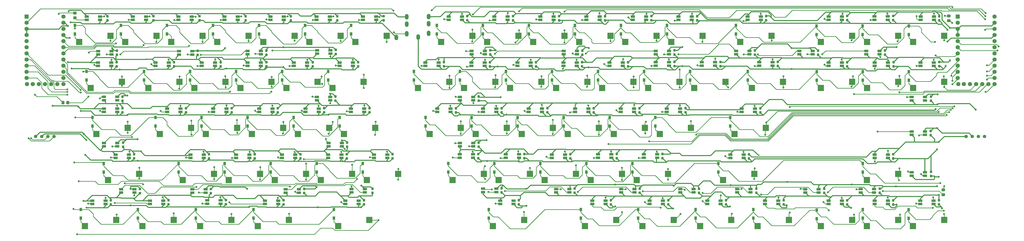
<source format=gbr>
G04 #@! TF.GenerationSoftware,KiCad,Pcbnew,(5.1.9)-1*
G04 #@! TF.CreationDate,2021-02-18T22:07:16-08:00*
G04 #@! TF.ProjectId,kujira,6b756a69-7261-42e6-9b69-6361645f7063,rev?*
G04 #@! TF.SameCoordinates,Original*
G04 #@! TF.FileFunction,Copper,L2,Bot*
G04 #@! TF.FilePolarity,Positive*
%FSLAX46Y46*%
G04 Gerber Fmt 4.6, Leading zero omitted, Abs format (unit mm)*
G04 Created by KiCad (PCBNEW (5.1.9)-1) date 2021-02-18 22:07:16*
%MOMM*%
%LPD*%
G01*
G04 APERTURE LIST*
G04 #@! TA.AperFunction,ComponentPad*
%ADD10O,1.500000X2.300000*%
G04 #@! TD*
G04 #@! TA.AperFunction,SMDPad,CuDef*
%ADD11R,1.700000X1.000000*%
G04 #@! TD*
G04 #@! TA.AperFunction,ComponentPad*
%ADD12C,1.752600*%
G04 #@! TD*
G04 #@! TA.AperFunction,ComponentPad*
%ADD13R,1.752600X1.752600*%
G04 #@! TD*
G04 #@! TA.AperFunction,SMDPad,CuDef*
%ADD14R,2.550000X2.500000*%
G04 #@! TD*
G04 #@! TA.AperFunction,SMDPad,CuDef*
%ADD15R,1.000000X1.400000*%
G04 #@! TD*
G04 #@! TA.AperFunction,ComponentPad*
%ADD16C,1.397000*%
G04 #@! TD*
G04 #@! TA.AperFunction,ViaPad*
%ADD17C,0.800000*%
G04 #@! TD*
G04 #@! TA.AperFunction,Conductor*
%ADD18C,0.381000*%
G04 #@! TD*
G04 #@! TA.AperFunction,Conductor*
%ADD19C,0.254000*%
G04 #@! TD*
G04 APERTURE END LIST*
D10*
X181102000Y-40430000D03*
X181102000Y-43430000D03*
X181102000Y-47430000D03*
X176802000Y-48930000D03*
X190173500Y-40303000D03*
X190173500Y-43303000D03*
X190173500Y-47303000D03*
X185873500Y-48803000D03*
D11*
X68453000Y-111757000D03*
X68453000Y-113157000D03*
X62953000Y-111757000D03*
X62953000Y-113157000D03*
X58928000Y-54610000D03*
X58928000Y-56010000D03*
X53428000Y-54610000D03*
X53428000Y-56010000D03*
G04 #@! TA.AperFunction,SMDPad,CuDef*
G36*
G01*
X70501500Y-112873500D02*
X70976500Y-112873500D01*
G75*
G02*
X71214000Y-113111000I0J-237500D01*
G01*
X71214000Y-113711000D01*
G75*
G02*
X70976500Y-113948500I-237500J0D01*
G01*
X70501500Y-113948500D01*
G75*
G02*
X70264000Y-113711000I0J237500D01*
G01*
X70264000Y-113111000D01*
G75*
G02*
X70501500Y-112873500I237500J0D01*
G01*
G37*
G04 #@! TD.AperFunction*
G04 #@! TA.AperFunction,SMDPad,CuDef*
G36*
G01*
X70501500Y-111148500D02*
X70976500Y-111148500D01*
G75*
G02*
X71214000Y-111386000I0J-237500D01*
G01*
X71214000Y-111986000D01*
G75*
G02*
X70976500Y-112223500I-237500J0D01*
G01*
X70501500Y-112223500D01*
G75*
G02*
X70264000Y-111986000I0J237500D01*
G01*
X70264000Y-111386000D01*
G75*
G02*
X70501500Y-111148500I237500J0D01*
G01*
G37*
G04 #@! TD.AperFunction*
G04 #@! TA.AperFunction,SMDPad,CuDef*
G36*
G01*
X60976500Y-55596500D02*
X61451500Y-55596500D01*
G75*
G02*
X61689000Y-55834000I0J-237500D01*
G01*
X61689000Y-56434000D01*
G75*
G02*
X61451500Y-56671500I-237500J0D01*
G01*
X60976500Y-56671500D01*
G75*
G02*
X60739000Y-56434000I0J237500D01*
G01*
X60739000Y-55834000D01*
G75*
G02*
X60976500Y-55596500I237500J0D01*
G01*
G37*
G04 #@! TD.AperFunction*
G04 #@! TA.AperFunction,SMDPad,CuDef*
G36*
G01*
X60976500Y-53871500D02*
X61451500Y-53871500D01*
G75*
G02*
X61689000Y-54109000I0J-237500D01*
G01*
X61689000Y-54709000D01*
G75*
G02*
X61451500Y-54946500I-237500J0D01*
G01*
X60976500Y-54946500D01*
G75*
G02*
X60739000Y-54709000I0J237500D01*
G01*
X60739000Y-54109000D01*
G75*
G02*
X60976500Y-53871500I237500J0D01*
G01*
G37*
G04 #@! TD.AperFunction*
X395623500Y-73613000D03*
X395623500Y-75013000D03*
X390123500Y-73613000D03*
X390123500Y-75013000D03*
G04 #@! TA.AperFunction,SMDPad,CuDef*
G36*
G01*
X397844000Y-74620000D02*
X398319000Y-74620000D01*
G75*
G02*
X398556500Y-74857500I0J-237500D01*
G01*
X398556500Y-75457500D01*
G75*
G02*
X398319000Y-75695000I-237500J0D01*
G01*
X397844000Y-75695000D01*
G75*
G02*
X397606500Y-75457500I0J237500D01*
G01*
X397606500Y-74857500D01*
G75*
G02*
X397844000Y-74620000I237500J0D01*
G01*
G37*
G04 #@! TD.AperFunction*
G04 #@! TA.AperFunction,SMDPad,CuDef*
G36*
G01*
X397844000Y-72895000D02*
X398319000Y-72895000D01*
G75*
G02*
X398556500Y-73132500I0J-237500D01*
G01*
X398556500Y-73732500D01*
G75*
G02*
X398319000Y-73970000I-237500J0D01*
G01*
X397844000Y-73970000D01*
G75*
G02*
X397606500Y-73732500I0J237500D01*
G01*
X397606500Y-73132500D01*
G75*
G02*
X397844000Y-72895000I237500J0D01*
G01*
G37*
G04 #@! TD.AperFunction*
X374541500Y-111713000D03*
X374541500Y-113113000D03*
X369041500Y-111713000D03*
X369041500Y-113113000D03*
G04 #@! TA.AperFunction,SMDPad,CuDef*
G36*
G01*
X376635000Y-112720000D02*
X377110000Y-112720000D01*
G75*
G02*
X377347500Y-112957500I0J-237500D01*
G01*
X377347500Y-113557500D01*
G75*
G02*
X377110000Y-113795000I-237500J0D01*
G01*
X376635000Y-113795000D01*
G75*
G02*
X376397500Y-113557500I0J237500D01*
G01*
X376397500Y-112957500D01*
G75*
G02*
X376635000Y-112720000I237500J0D01*
G01*
G37*
G04 #@! TD.AperFunction*
G04 #@! TA.AperFunction,SMDPad,CuDef*
G36*
G01*
X376635000Y-110995000D02*
X377110000Y-110995000D01*
G75*
G02*
X377347500Y-111232500I0J-237500D01*
G01*
X377347500Y-111832500D01*
G75*
G02*
X377110000Y-112070000I-237500J0D01*
G01*
X376635000Y-112070000D01*
G75*
G02*
X376397500Y-111832500I0J237500D01*
G01*
X376397500Y-111232500D01*
G75*
G02*
X376635000Y-110995000I237500J0D01*
G01*
G37*
G04 #@! TD.AperFunction*
X351599500Y-111757000D03*
X351599500Y-113157000D03*
X346099500Y-111757000D03*
X346099500Y-113157000D03*
X395623500Y-104772000D03*
X395623500Y-106172000D03*
X390123500Y-104772000D03*
X390123500Y-106172000D03*
X395623500Y-87884000D03*
X395623500Y-89284000D03*
X390123500Y-87884000D03*
X390123500Y-89284000D03*
G04 #@! TA.AperFunction,SMDPad,CuDef*
G36*
G01*
X353648000Y-112746500D02*
X354123000Y-112746500D01*
G75*
G02*
X354360500Y-112984000I0J-237500D01*
G01*
X354360500Y-113584000D01*
G75*
G02*
X354123000Y-113821500I-237500J0D01*
G01*
X353648000Y-113821500D01*
G75*
G02*
X353410500Y-113584000I0J237500D01*
G01*
X353410500Y-112984000D01*
G75*
G02*
X353648000Y-112746500I237500J0D01*
G01*
G37*
G04 #@! TD.AperFunction*
G04 #@! TA.AperFunction,SMDPad,CuDef*
G36*
G01*
X353648000Y-111021500D02*
X354123000Y-111021500D01*
G75*
G02*
X354360500Y-111259000I0J-237500D01*
G01*
X354360500Y-111859000D01*
G75*
G02*
X354123000Y-112096500I-237500J0D01*
G01*
X353648000Y-112096500D01*
G75*
G02*
X353410500Y-111859000I0J237500D01*
G01*
X353410500Y-111259000D01*
G75*
G02*
X353648000Y-111021500I237500J0D01*
G01*
G37*
G04 #@! TD.AperFunction*
G04 #@! TA.AperFunction,SMDPad,CuDef*
G36*
G01*
X397844000Y-105761500D02*
X398319000Y-105761500D01*
G75*
G02*
X398556500Y-105999000I0J-237500D01*
G01*
X398556500Y-106599000D01*
G75*
G02*
X398319000Y-106836500I-237500J0D01*
G01*
X397844000Y-106836500D01*
G75*
G02*
X397606500Y-106599000I0J237500D01*
G01*
X397606500Y-105999000D01*
G75*
G02*
X397844000Y-105761500I237500J0D01*
G01*
G37*
G04 #@! TD.AperFunction*
G04 #@! TA.AperFunction,SMDPad,CuDef*
G36*
G01*
X397844000Y-104036500D02*
X398319000Y-104036500D01*
G75*
G02*
X398556500Y-104274000I0J-237500D01*
G01*
X398556500Y-104874000D01*
G75*
G02*
X398319000Y-105111500I-237500J0D01*
G01*
X397844000Y-105111500D01*
G75*
G02*
X397606500Y-104874000I0J237500D01*
G01*
X397606500Y-104274000D01*
G75*
G02*
X397844000Y-104036500I237500J0D01*
G01*
G37*
G04 #@! TD.AperFunction*
G04 #@! TA.AperFunction,SMDPad,CuDef*
G36*
G01*
X397717000Y-88870500D02*
X398192000Y-88870500D01*
G75*
G02*
X398429500Y-89108000I0J-237500D01*
G01*
X398429500Y-89708000D01*
G75*
G02*
X398192000Y-89945500I-237500J0D01*
G01*
X397717000Y-89945500D01*
G75*
G02*
X397479500Y-89708000I0J237500D01*
G01*
X397479500Y-89108000D01*
G75*
G02*
X397717000Y-88870500I237500J0D01*
G01*
G37*
G04 #@! TD.AperFunction*
G04 #@! TA.AperFunction,SMDPad,CuDef*
G36*
G01*
X397717000Y-87145500D02*
X398192000Y-87145500D01*
G75*
G02*
X398429500Y-87383000I0J-237500D01*
G01*
X398429500Y-87983000D01*
G75*
G02*
X398192000Y-88220500I-237500J0D01*
G01*
X397717000Y-88220500D01*
G75*
G02*
X397479500Y-87983000I0J237500D01*
G01*
X397479500Y-87383000D01*
G75*
G02*
X397717000Y-87145500I237500J0D01*
G01*
G37*
G04 #@! TD.AperFunction*
X323360500Y-111695000D03*
X323360500Y-113095000D03*
X317860500Y-111695000D03*
X317860500Y-113095000D03*
G04 #@! TA.AperFunction,SMDPad,CuDef*
G36*
G01*
X325581000Y-112693500D02*
X326056000Y-112693500D01*
G75*
G02*
X326293500Y-112931000I0J-237500D01*
G01*
X326293500Y-113531000D01*
G75*
G02*
X326056000Y-113768500I-237500J0D01*
G01*
X325581000Y-113768500D01*
G75*
G02*
X325343500Y-113531000I0J237500D01*
G01*
X325343500Y-112931000D01*
G75*
G02*
X325581000Y-112693500I237500J0D01*
G01*
G37*
G04 #@! TD.AperFunction*
G04 #@! TA.AperFunction,SMDPad,CuDef*
G36*
G01*
X325581000Y-110968500D02*
X326056000Y-110968500D01*
G75*
G02*
X326293500Y-111206000I0J-237500D01*
G01*
X326293500Y-111806000D01*
G75*
G02*
X326056000Y-112043500I-237500J0D01*
G01*
X325581000Y-112043500D01*
G75*
G02*
X325343500Y-111806000I0J237500D01*
G01*
X325343500Y-111206000D01*
G75*
G02*
X325581000Y-110968500I237500J0D01*
G01*
G37*
G04 #@! TD.AperFunction*
D12*
X26325000Y-68293000D03*
X28865000Y-68293000D03*
X31405000Y-68293000D03*
X33945000Y-68293000D03*
X36485000Y-68293000D03*
X39025000Y-40353000D03*
X24013600Y-68293000D03*
X39025000Y-42893000D03*
X39025000Y-45433000D03*
X39025000Y-47973000D03*
X39025000Y-50513000D03*
X39025000Y-53053000D03*
X39025000Y-55593000D03*
X39025000Y-58133000D03*
X39025000Y-60673000D03*
X39025000Y-63213000D03*
X39025000Y-65753000D03*
X39025000Y-68293000D03*
X23785000Y-65753000D03*
X23785000Y-63213000D03*
X23785000Y-60673000D03*
X23785000Y-58133000D03*
X23785000Y-55593000D03*
X23785000Y-53053000D03*
X23785000Y-50513000D03*
X23785000Y-47973000D03*
X23785000Y-45433000D03*
X23785000Y-42893000D03*
D13*
X23785000Y-40353000D03*
D14*
X139482500Y-105410000D03*
X126555500Y-107950000D03*
X65663750Y-86360000D03*
X52736750Y-88900000D03*
X63282500Y-67310000D03*
X50355500Y-69850000D03*
D11*
X120733000Y-54545000D03*
X120733000Y-55945000D03*
X115233000Y-54545000D03*
X115233000Y-55945000D03*
X136481000Y-111822000D03*
X136481000Y-113222000D03*
X130981000Y-111822000D03*
X130981000Y-113222000D03*
X349142500Y-54545000D03*
X349142500Y-55945000D03*
X343642500Y-54545000D03*
X343642500Y-55945000D03*
X163786000Y-111695000D03*
X163786000Y-113095000D03*
X158286000Y-111695000D03*
X158286000Y-113095000D03*
X208680500Y-92645000D03*
X208680500Y-94045000D03*
X203180500Y-92645000D03*
X203180500Y-94045000D03*
X149562000Y-54291000D03*
X149562000Y-55691000D03*
X144062000Y-54291000D03*
X144062000Y-55691000D03*
X289706500Y-54545000D03*
X289706500Y-55945000D03*
X284206500Y-54545000D03*
X284206500Y-55945000D03*
X251606500Y-54545000D03*
X251606500Y-55945000D03*
X246106500Y-54545000D03*
X246106500Y-55945000D03*
X213506500Y-54545000D03*
X213506500Y-55945000D03*
X208006500Y-54545000D03*
X208006500Y-55945000D03*
X97873000Y-111822000D03*
X97873000Y-113222000D03*
X92373000Y-111822000D03*
X92373000Y-113222000D03*
X299866500Y-111695000D03*
X299866500Y-113095000D03*
X294366500Y-111695000D03*
X294366500Y-113095000D03*
X275355500Y-111695000D03*
X275355500Y-113095000D03*
X269855500Y-111695000D03*
X269855500Y-113095000D03*
X61297000Y-73530000D03*
X61297000Y-74930000D03*
X55797000Y-73530000D03*
X55797000Y-74930000D03*
X208680500Y-73595000D03*
X208680500Y-74995000D03*
X203180500Y-73595000D03*
X203180500Y-74995000D03*
X154261000Y-92645000D03*
X154261000Y-94045000D03*
X148761000Y-92645000D03*
X148761000Y-94045000D03*
X61297000Y-92645000D03*
X61297000Y-94045000D03*
X55797000Y-92645000D03*
X55797000Y-94045000D03*
X248431500Y-111695000D03*
X248431500Y-113095000D03*
X242931500Y-111695000D03*
X242931500Y-113095000D03*
X218205500Y-111568000D03*
X218205500Y-112968000D03*
X212705500Y-111568000D03*
X212705500Y-112968000D03*
X376828500Y-54545000D03*
X376828500Y-55945000D03*
X371328500Y-54545000D03*
X371328500Y-55945000D03*
X149435000Y-73595000D03*
X149435000Y-74995000D03*
X143935000Y-73595000D03*
X143935000Y-74995000D03*
X92412000Y-54672000D03*
X92412000Y-56072000D03*
X86912000Y-54672000D03*
X86912000Y-56072000D03*
X322980500Y-54545000D03*
X322980500Y-55945000D03*
X317480500Y-54545000D03*
X317480500Y-55945000D03*
D15*
X388810500Y-123825000D03*
X388810500Y-120275000D03*
X369887500Y-123698000D03*
X369887500Y-120148000D03*
X350837500Y-123952000D03*
X350837500Y-120402000D03*
X369887500Y-104648000D03*
X369887500Y-101098000D03*
X388937500Y-66675000D03*
X388937500Y-63125000D03*
X369887500Y-66675000D03*
X369887500Y-63125000D03*
X350837500Y-66675000D03*
X350837500Y-63125000D03*
X388937500Y-47752000D03*
X388937500Y-44202000D03*
X369760500Y-47752000D03*
X369760500Y-44202000D03*
X350710500Y-47752000D03*
X350710500Y-44202000D03*
G04 #@! TA.AperFunction,SMDPad,CuDef*
G36*
G01*
X363173000Y-117572500D02*
X363648000Y-117572500D01*
G75*
G02*
X363885500Y-117810000I0J-237500D01*
G01*
X363885500Y-118410000D01*
G75*
G02*
X363648000Y-118647500I-237500J0D01*
G01*
X363173000Y-118647500D01*
G75*
G02*
X362935500Y-118410000I0J237500D01*
G01*
X362935500Y-117810000D01*
G75*
G02*
X363173000Y-117572500I237500J0D01*
G01*
G37*
G04 #@! TD.AperFunction*
G04 #@! TA.AperFunction,SMDPad,CuDef*
G36*
G01*
X363173000Y-115847500D02*
X363648000Y-115847500D01*
G75*
G02*
X363885500Y-116085000I0J-237500D01*
G01*
X363885500Y-116685000D01*
G75*
G02*
X363648000Y-116922500I-237500J0D01*
G01*
X363173000Y-116922500D01*
G75*
G02*
X362935500Y-116685000I0J237500D01*
G01*
X362935500Y-116085000D01*
G75*
G02*
X363173000Y-115847500I237500J0D01*
G01*
G37*
G04 #@! TD.AperFunction*
G04 #@! TA.AperFunction,SMDPad,CuDef*
G36*
G01*
X382223000Y-98496000D02*
X382698000Y-98496000D01*
G75*
G02*
X382935500Y-98733500I0J-237500D01*
G01*
X382935500Y-99333500D01*
G75*
G02*
X382698000Y-99571000I-237500J0D01*
G01*
X382223000Y-99571000D01*
G75*
G02*
X381985500Y-99333500I0J237500D01*
G01*
X381985500Y-98733500D01*
G75*
G02*
X382223000Y-98496000I237500J0D01*
G01*
G37*
G04 #@! TD.AperFunction*
G04 #@! TA.AperFunction,SMDPad,CuDef*
G36*
G01*
X382223000Y-96771000D02*
X382698000Y-96771000D01*
G75*
G02*
X382935500Y-97008500I0J-237500D01*
G01*
X382935500Y-97608500D01*
G75*
G02*
X382698000Y-97846000I-237500J0D01*
G01*
X382223000Y-97846000D01*
G75*
G02*
X381985500Y-97608500I0J237500D01*
G01*
X381985500Y-97008500D01*
G75*
G02*
X382223000Y-96771000I237500J0D01*
G01*
G37*
G04 #@! TD.AperFunction*
G04 #@! TA.AperFunction,SMDPad,CuDef*
G36*
G01*
X401273000Y-60295500D02*
X401748000Y-60295500D01*
G75*
G02*
X401985500Y-60533000I0J-237500D01*
G01*
X401985500Y-61133000D01*
G75*
G02*
X401748000Y-61370500I-237500J0D01*
G01*
X401273000Y-61370500D01*
G75*
G02*
X401035500Y-61133000I0J237500D01*
G01*
X401035500Y-60533000D01*
G75*
G02*
X401273000Y-60295500I237500J0D01*
G01*
G37*
G04 #@! TD.AperFunction*
G04 #@! TA.AperFunction,SMDPad,CuDef*
G36*
G01*
X401273000Y-58570500D02*
X401748000Y-58570500D01*
G75*
G02*
X401985500Y-58808000I0J-237500D01*
G01*
X401985500Y-59408000D01*
G75*
G02*
X401748000Y-59645500I-237500J0D01*
G01*
X401273000Y-59645500D01*
G75*
G02*
X401035500Y-59408000I0J237500D01*
G01*
X401035500Y-58808000D01*
G75*
G02*
X401273000Y-58570500I237500J0D01*
G01*
G37*
G04 #@! TD.AperFunction*
G04 #@! TA.AperFunction,SMDPad,CuDef*
G36*
G01*
X382350000Y-60396000D02*
X382825000Y-60396000D01*
G75*
G02*
X383062500Y-60633500I0J-237500D01*
G01*
X383062500Y-61233500D01*
G75*
G02*
X382825000Y-61471000I-237500J0D01*
G01*
X382350000Y-61471000D01*
G75*
G02*
X382112500Y-61233500I0J237500D01*
G01*
X382112500Y-60633500D01*
G75*
G02*
X382350000Y-60396000I237500J0D01*
G01*
G37*
G04 #@! TD.AperFunction*
G04 #@! TA.AperFunction,SMDPad,CuDef*
G36*
G01*
X382350000Y-58671000D02*
X382825000Y-58671000D01*
G75*
G02*
X383062500Y-58908500I0J-237500D01*
G01*
X383062500Y-59508500D01*
G75*
G02*
X382825000Y-59746000I-237500J0D01*
G01*
X382350000Y-59746000D01*
G75*
G02*
X382112500Y-59508500I0J237500D01*
G01*
X382112500Y-58908500D01*
G75*
G02*
X382350000Y-58671000I237500J0D01*
G01*
G37*
G04 #@! TD.AperFunction*
G04 #@! TA.AperFunction,SMDPad,CuDef*
G36*
G01*
X363173000Y-60422500D02*
X363648000Y-60422500D01*
G75*
G02*
X363885500Y-60660000I0J-237500D01*
G01*
X363885500Y-61260000D01*
G75*
G02*
X363648000Y-61497500I-237500J0D01*
G01*
X363173000Y-61497500D01*
G75*
G02*
X362935500Y-61260000I0J237500D01*
G01*
X362935500Y-60660000D01*
G75*
G02*
X363173000Y-60422500I237500J0D01*
G01*
G37*
G04 #@! TD.AperFunction*
G04 #@! TA.AperFunction,SMDPad,CuDef*
G36*
G01*
X363173000Y-58697500D02*
X363648000Y-58697500D01*
G75*
G02*
X363885500Y-58935000I0J-237500D01*
G01*
X363885500Y-59535000D01*
G75*
G02*
X363648000Y-59772500I-237500J0D01*
G01*
X363173000Y-59772500D01*
G75*
G02*
X362935500Y-59535000I0J237500D01*
G01*
X362935500Y-58935000D01*
G75*
G02*
X363173000Y-58697500I237500J0D01*
G01*
G37*
G04 #@! TD.AperFunction*
G04 #@! TA.AperFunction,SMDPad,CuDef*
G36*
G01*
X401273000Y-41372500D02*
X401748000Y-41372500D01*
G75*
G02*
X401985500Y-41610000I0J-237500D01*
G01*
X401985500Y-42210000D01*
G75*
G02*
X401748000Y-42447500I-237500J0D01*
G01*
X401273000Y-42447500D01*
G75*
G02*
X401035500Y-42210000I0J237500D01*
G01*
X401035500Y-41610000D01*
G75*
G02*
X401273000Y-41372500I237500J0D01*
G01*
G37*
G04 #@! TD.AperFunction*
G04 #@! TA.AperFunction,SMDPad,CuDef*
G36*
G01*
X401273000Y-39647500D02*
X401748000Y-39647500D01*
G75*
G02*
X401985500Y-39885000I0J-237500D01*
G01*
X401985500Y-40485000D01*
G75*
G02*
X401748000Y-40722500I-237500J0D01*
G01*
X401273000Y-40722500D01*
G75*
G02*
X401035500Y-40485000I0J237500D01*
G01*
X401035500Y-39885000D01*
G75*
G02*
X401273000Y-39647500I237500J0D01*
G01*
G37*
G04 #@! TD.AperFunction*
G04 #@! TA.AperFunction,SMDPad,CuDef*
G36*
G01*
X382223000Y-41245500D02*
X382698000Y-41245500D01*
G75*
G02*
X382935500Y-41483000I0J-237500D01*
G01*
X382935500Y-42083000D01*
G75*
G02*
X382698000Y-42320500I-237500J0D01*
G01*
X382223000Y-42320500D01*
G75*
G02*
X381985500Y-42083000I0J237500D01*
G01*
X381985500Y-41483000D01*
G75*
G02*
X382223000Y-41245500I237500J0D01*
G01*
G37*
G04 #@! TD.AperFunction*
G04 #@! TA.AperFunction,SMDPad,CuDef*
G36*
G01*
X382223000Y-39520500D02*
X382698000Y-39520500D01*
G75*
G02*
X382935500Y-39758000I0J-237500D01*
G01*
X382935500Y-40358000D01*
G75*
G02*
X382698000Y-40595500I-237500J0D01*
G01*
X382223000Y-40595500D01*
G75*
G02*
X381985500Y-40358000I0J237500D01*
G01*
X381985500Y-39758000D01*
G75*
G02*
X382223000Y-39520500I237500J0D01*
G01*
G37*
G04 #@! TD.AperFunction*
G04 #@! TA.AperFunction,SMDPad,CuDef*
G36*
G01*
X363173000Y-41245500D02*
X363648000Y-41245500D01*
G75*
G02*
X363885500Y-41483000I0J-237500D01*
G01*
X363885500Y-42083000D01*
G75*
G02*
X363648000Y-42320500I-237500J0D01*
G01*
X363173000Y-42320500D01*
G75*
G02*
X362935500Y-42083000I0J237500D01*
G01*
X362935500Y-41483000D01*
G75*
G02*
X363173000Y-41245500I237500J0D01*
G01*
G37*
G04 #@! TD.AperFunction*
G04 #@! TA.AperFunction,SMDPad,CuDef*
G36*
G01*
X363173000Y-39520500D02*
X363648000Y-39520500D01*
G75*
G02*
X363885500Y-39758000I0J-237500D01*
G01*
X363885500Y-40358000D01*
G75*
G02*
X363648000Y-40595500I-237500J0D01*
G01*
X363173000Y-40595500D01*
G75*
G02*
X362935500Y-40358000I0J237500D01*
G01*
X362935500Y-39758000D01*
G75*
G02*
X363173000Y-39520500I237500J0D01*
G01*
G37*
G04 #@! TD.AperFunction*
D11*
X399180500Y-116521000D03*
X399180500Y-117921000D03*
X393680500Y-116521000D03*
X393680500Y-117921000D03*
X380257500Y-116521000D03*
X380257500Y-117921000D03*
X374757500Y-116521000D03*
X374757500Y-117921000D03*
X361207500Y-116521000D03*
X361207500Y-117921000D03*
X355707500Y-116521000D03*
X355707500Y-117921000D03*
X380257500Y-97471000D03*
X380257500Y-98871000D03*
X374757500Y-97471000D03*
X374757500Y-98871000D03*
X399263500Y-59371000D03*
X399263500Y-60771000D03*
X393763500Y-59371000D03*
X393763500Y-60771000D03*
X380257500Y-59371000D03*
X380257500Y-60771000D03*
X374757500Y-59371000D03*
X374757500Y-60771000D03*
X361207500Y-59371000D03*
X361207500Y-60771000D03*
X355707500Y-59371000D03*
X355707500Y-60771000D03*
X399307500Y-40321000D03*
X399307500Y-41721000D03*
X393807500Y-40321000D03*
X393807500Y-41721000D03*
X380174500Y-40256000D03*
X380174500Y-41656000D03*
X374674500Y-40256000D03*
X374674500Y-41656000D03*
X361207500Y-40321000D03*
X361207500Y-41721000D03*
X355707500Y-40321000D03*
X355707500Y-41721000D03*
D14*
X403515500Y-124460000D03*
X390588500Y-127000000D03*
X384465500Y-124460000D03*
X371538500Y-127000000D03*
X365446500Y-124460000D03*
X352519500Y-127000000D03*
X384465500Y-105410000D03*
X371538500Y-107950000D03*
X403579000Y-67310000D03*
X390652000Y-69850000D03*
X384529000Y-67310000D03*
X371602000Y-69850000D03*
X365446500Y-67310000D03*
X352519500Y-69850000D03*
X403579000Y-48260000D03*
X390652000Y-50800000D03*
X384529000Y-48260000D03*
X371602000Y-50800000D03*
X365446500Y-48260000D03*
X352519500Y-50800000D03*
G04 #@! TA.AperFunction,SMDPad,CuDef*
G36*
G01*
X401146000Y-117519500D02*
X401621000Y-117519500D01*
G75*
G02*
X401858500Y-117757000I0J-237500D01*
G01*
X401858500Y-118357000D01*
G75*
G02*
X401621000Y-118594500I-237500J0D01*
G01*
X401146000Y-118594500D01*
G75*
G02*
X400908500Y-118357000I0J237500D01*
G01*
X400908500Y-117757000D01*
G75*
G02*
X401146000Y-117519500I237500J0D01*
G01*
G37*
G04 #@! TD.AperFunction*
G04 #@! TA.AperFunction,SMDPad,CuDef*
G36*
G01*
X401146000Y-115794500D02*
X401621000Y-115794500D01*
G75*
G02*
X401858500Y-116032000I0J-237500D01*
G01*
X401858500Y-116632000D01*
G75*
G02*
X401621000Y-116869500I-237500J0D01*
G01*
X401146000Y-116869500D01*
G75*
G02*
X400908500Y-116632000I0J237500D01*
G01*
X400908500Y-116032000D01*
G75*
G02*
X401146000Y-115794500I237500J0D01*
G01*
G37*
G04 #@! TD.AperFunction*
G04 #@! TA.AperFunction,SMDPad,CuDef*
G36*
G01*
X382223000Y-117572500D02*
X382698000Y-117572500D01*
G75*
G02*
X382935500Y-117810000I0J-237500D01*
G01*
X382935500Y-118410000D01*
G75*
G02*
X382698000Y-118647500I-237500J0D01*
G01*
X382223000Y-118647500D01*
G75*
G02*
X381985500Y-118410000I0J237500D01*
G01*
X381985500Y-117810000D01*
G75*
G02*
X382223000Y-117572500I237500J0D01*
G01*
G37*
G04 #@! TD.AperFunction*
G04 #@! TA.AperFunction,SMDPad,CuDef*
G36*
G01*
X382223000Y-115847500D02*
X382698000Y-115847500D01*
G75*
G02*
X382935500Y-116085000I0J-237500D01*
G01*
X382935500Y-116685000D01*
G75*
G02*
X382698000Y-116922500I-237500J0D01*
G01*
X382223000Y-116922500D01*
G75*
G02*
X381985500Y-116685000I0J237500D01*
G01*
X381985500Y-116085000D01*
G75*
G02*
X382223000Y-115847500I237500J0D01*
G01*
G37*
G04 #@! TD.AperFunction*
X129957500Y-86360000D03*
X117030500Y-88900000D03*
D16*
X27559000Y-89916000D03*
X30099000Y-89916000D03*
X32639000Y-89916000D03*
X35179000Y-89916000D03*
D14*
X70426250Y-105410000D03*
X57499250Y-107950000D03*
X58520000Y-48260000D03*
X45593000Y-50800000D03*
X291628500Y-124460000D03*
X278701500Y-127000000D03*
X279722250Y-86360000D03*
X266795250Y-88900000D03*
X208284750Y-48260000D03*
X195357750Y-50800000D03*
X332109750Y-48260000D03*
X319182750Y-50800000D03*
G04 #@! TA.AperFunction,SMDPad,CuDef*
G36*
G01*
X40262000Y-76396001D02*
X40262000Y-75495999D01*
G75*
G02*
X40511999Y-75246000I249999J0D01*
G01*
X41212001Y-75246000D01*
G75*
G02*
X41462000Y-75495999I0J-249999D01*
G01*
X41462000Y-76396001D01*
G75*
G02*
X41212001Y-76646000I-249999J0D01*
G01*
X40511999Y-76646000D01*
G75*
G02*
X40262000Y-76396001I0J249999D01*
G01*
G37*
G04 #@! TD.AperFunction*
G04 #@! TA.AperFunction,SMDPad,CuDef*
G36*
G01*
X38262000Y-76396001D02*
X38262000Y-75495999D01*
G75*
G02*
X38511999Y-75246000I249999J0D01*
G01*
X39212001Y-75246000D01*
G75*
G02*
X39462000Y-75495999I0J-249999D01*
G01*
X39462000Y-76396001D01*
G75*
G02*
X39212001Y-76646000I-249999J0D01*
G01*
X38511999Y-76646000D01*
G75*
G02*
X38262000Y-76396001I0J249999D01*
G01*
G37*
G04 #@! TD.AperFunction*
G04 #@! TA.AperFunction,SMDPad,CuDef*
G36*
G01*
X215472000Y-55469500D02*
X215947000Y-55469500D01*
G75*
G02*
X216184500Y-55707000I0J-237500D01*
G01*
X216184500Y-56307000D01*
G75*
G02*
X215947000Y-56544500I-237500J0D01*
G01*
X215472000Y-56544500D01*
G75*
G02*
X215234500Y-56307000I0J237500D01*
G01*
X215234500Y-55707000D01*
G75*
G02*
X215472000Y-55469500I237500J0D01*
G01*
G37*
G04 #@! TD.AperFunction*
G04 #@! TA.AperFunction,SMDPad,CuDef*
G36*
G01*
X215472000Y-53744500D02*
X215947000Y-53744500D01*
G75*
G02*
X216184500Y-53982000I0J-237500D01*
G01*
X216184500Y-54582000D01*
G75*
G02*
X215947000Y-54819500I-237500J0D01*
G01*
X215472000Y-54819500D01*
G75*
G02*
X215234500Y-54582000I0J237500D01*
G01*
X215234500Y-53982000D01*
G75*
G02*
X215472000Y-53744500I237500J0D01*
G01*
G37*
G04 #@! TD.AperFunction*
G04 #@! TA.AperFunction,SMDPad,CuDef*
G36*
G01*
X137397500Y-97846000D02*
X136922500Y-97846000D01*
G75*
G02*
X136685000Y-97608500I0J237500D01*
G01*
X136685000Y-97008500D01*
G75*
G02*
X136922500Y-96771000I237500J0D01*
G01*
X137397500Y-96771000D01*
G75*
G02*
X137635000Y-97008500I0J-237500D01*
G01*
X137635000Y-97608500D01*
G75*
G02*
X137397500Y-97846000I-237500J0D01*
G01*
G37*
G04 #@! TD.AperFunction*
G04 #@! TA.AperFunction,SMDPad,CuDef*
G36*
G01*
X137397500Y-99571000D02*
X136922500Y-99571000D01*
G75*
G02*
X136685000Y-99333500I0J237500D01*
G01*
X136685000Y-98733500D01*
G75*
G02*
X136922500Y-98496000I237500J0D01*
G01*
X137397500Y-98496000D01*
G75*
G02*
X137635000Y-98733500I0J-237500D01*
G01*
X137635000Y-99333500D01*
G75*
G02*
X137397500Y-99571000I-237500J0D01*
G01*
G37*
G04 #@! TD.AperFunction*
G04 #@! TA.AperFunction,SMDPad,CuDef*
G36*
G01*
X127999500Y-78796000D02*
X127524500Y-78796000D01*
G75*
G02*
X127287000Y-78558500I0J237500D01*
G01*
X127287000Y-77958500D01*
G75*
G02*
X127524500Y-77721000I237500J0D01*
G01*
X127999500Y-77721000D01*
G75*
G02*
X128237000Y-77958500I0J-237500D01*
G01*
X128237000Y-78558500D01*
G75*
G02*
X127999500Y-78796000I-237500J0D01*
G01*
G37*
G04 #@! TD.AperFunction*
G04 #@! TA.AperFunction,SMDPad,CuDef*
G36*
G01*
X127999500Y-80521000D02*
X127524500Y-80521000D01*
G75*
G02*
X127287000Y-80283500I0J237500D01*
G01*
X127287000Y-79683500D01*
G75*
G02*
X127524500Y-79446000I237500J0D01*
G01*
X127999500Y-79446000D01*
G75*
G02*
X128237000Y-79683500I0J-237500D01*
G01*
X128237000Y-80283500D01*
G75*
G02*
X127999500Y-80521000I-237500J0D01*
G01*
G37*
G04 #@! TD.AperFunction*
G04 #@! TA.AperFunction,SMDPad,CuDef*
G36*
G01*
X310722000Y-60295500D02*
X311197000Y-60295500D01*
G75*
G02*
X311434500Y-60533000I0J-237500D01*
G01*
X311434500Y-61133000D01*
G75*
G02*
X311197000Y-61370500I-237500J0D01*
G01*
X310722000Y-61370500D01*
G75*
G02*
X310484500Y-61133000I0J237500D01*
G01*
X310484500Y-60533000D01*
G75*
G02*
X310722000Y-60295500I237500J0D01*
G01*
G37*
G04 #@! TD.AperFunction*
G04 #@! TA.AperFunction,SMDPad,CuDef*
G36*
G01*
X310722000Y-58570500D02*
X311197000Y-58570500D01*
G75*
G02*
X311434500Y-58808000I0J-237500D01*
G01*
X311434500Y-59408000D01*
G75*
G02*
X311197000Y-59645500I-237500J0D01*
G01*
X310722000Y-59645500D01*
G75*
G02*
X310484500Y-59408000I0J237500D01*
G01*
X310484500Y-58808000D01*
G75*
G02*
X310722000Y-58570500I237500J0D01*
G01*
G37*
G04 #@! TD.AperFunction*
G04 #@! TA.AperFunction,SMDPad,CuDef*
G36*
G01*
X106536500Y-116795500D02*
X106061500Y-116795500D01*
G75*
G02*
X105824000Y-116558000I0J237500D01*
G01*
X105824000Y-115958000D01*
G75*
G02*
X106061500Y-115720500I237500J0D01*
G01*
X106536500Y-115720500D01*
G75*
G02*
X106774000Y-115958000I0J-237500D01*
G01*
X106774000Y-116558000D01*
G75*
G02*
X106536500Y-116795500I-237500J0D01*
G01*
G37*
G04 #@! TD.AperFunction*
G04 #@! TA.AperFunction,SMDPad,CuDef*
G36*
G01*
X106536500Y-118520500D02*
X106061500Y-118520500D01*
G75*
G02*
X105824000Y-118283000I0J237500D01*
G01*
X105824000Y-117683000D01*
G75*
G02*
X106061500Y-117445500I237500J0D01*
G01*
X106536500Y-117445500D01*
G75*
G02*
X106774000Y-117683000I0J-237500D01*
G01*
X106774000Y-118283000D01*
G75*
G02*
X106536500Y-118520500I-237500J0D01*
G01*
G37*
G04 #@! TD.AperFunction*
G04 #@! TA.AperFunction,SMDPad,CuDef*
G36*
G01*
X163211500Y-117519500D02*
X163686500Y-117519500D01*
G75*
G02*
X163924000Y-117757000I0J-237500D01*
G01*
X163924000Y-118357000D01*
G75*
G02*
X163686500Y-118594500I-237500J0D01*
G01*
X163211500Y-118594500D01*
G75*
G02*
X162974000Y-118357000I0J237500D01*
G01*
X162974000Y-117757000D01*
G75*
G02*
X163211500Y-117519500I237500J0D01*
G01*
G37*
G04 #@! TD.AperFunction*
G04 #@! TA.AperFunction,SMDPad,CuDef*
G36*
G01*
X163211500Y-115794500D02*
X163686500Y-115794500D01*
G75*
G02*
X163924000Y-116032000I0J-237500D01*
G01*
X163924000Y-116632000D01*
G75*
G02*
X163686500Y-116869500I-237500J0D01*
G01*
X163211500Y-116869500D01*
G75*
G02*
X162974000Y-116632000I0J237500D01*
G01*
X162974000Y-116032000D01*
G75*
G02*
X163211500Y-115794500I237500J0D01*
G01*
G37*
G04 #@! TD.AperFunction*
G04 #@! TA.AperFunction,SMDPad,CuDef*
G36*
G01*
X130412500Y-116869500D02*
X129937500Y-116869500D01*
G75*
G02*
X129700000Y-116632000I0J237500D01*
G01*
X129700000Y-116032000D01*
G75*
G02*
X129937500Y-115794500I237500J0D01*
G01*
X130412500Y-115794500D01*
G75*
G02*
X130650000Y-116032000I0J-237500D01*
G01*
X130650000Y-116632000D01*
G75*
G02*
X130412500Y-116869500I-237500J0D01*
G01*
G37*
G04 #@! TD.AperFunction*
G04 #@! TA.AperFunction,SMDPad,CuDef*
G36*
G01*
X130412500Y-118594500D02*
X129937500Y-118594500D01*
G75*
G02*
X129700000Y-118357000I0J237500D01*
G01*
X129700000Y-117757000D01*
G75*
G02*
X129937500Y-117519500I237500J0D01*
G01*
X130412500Y-117519500D01*
G75*
G02*
X130650000Y-117757000I0J-237500D01*
G01*
X130650000Y-118357000D01*
G75*
G02*
X130412500Y-118594500I-237500J0D01*
G01*
G37*
G04 #@! TD.AperFunction*
G04 #@! TA.AperFunction,SMDPad,CuDef*
G36*
G01*
X82787500Y-116869500D02*
X82312500Y-116869500D01*
G75*
G02*
X82075000Y-116632000I0J237500D01*
G01*
X82075000Y-116032000D01*
G75*
G02*
X82312500Y-115794500I237500J0D01*
G01*
X82787500Y-115794500D01*
G75*
G02*
X83025000Y-116032000I0J-237500D01*
G01*
X83025000Y-116632000D01*
G75*
G02*
X82787500Y-116869500I-237500J0D01*
G01*
G37*
G04 #@! TD.AperFunction*
G04 #@! TA.AperFunction,SMDPad,CuDef*
G36*
G01*
X82787500Y-118594500D02*
X82312500Y-118594500D01*
G75*
G02*
X82075000Y-118357000I0J237500D01*
G01*
X82075000Y-117757000D01*
G75*
G02*
X82312500Y-117519500I237500J0D01*
G01*
X82787500Y-117519500D01*
G75*
G02*
X83025000Y-117757000I0J-237500D01*
G01*
X83025000Y-118357000D01*
G75*
G02*
X82787500Y-118594500I-237500J0D01*
G01*
G37*
G04 #@! TD.AperFunction*
G04 #@! TA.AperFunction,SMDPad,CuDef*
G36*
G01*
X227283000Y-117519500D02*
X227758000Y-117519500D01*
G75*
G02*
X227995500Y-117757000I0J-237500D01*
G01*
X227995500Y-118357000D01*
G75*
G02*
X227758000Y-118594500I-237500J0D01*
G01*
X227283000Y-118594500D01*
G75*
G02*
X227045500Y-118357000I0J237500D01*
G01*
X227045500Y-117757000D01*
G75*
G02*
X227283000Y-117519500I237500J0D01*
G01*
G37*
G04 #@! TD.AperFunction*
G04 #@! TA.AperFunction,SMDPad,CuDef*
G36*
G01*
X227283000Y-115794500D02*
X227758000Y-115794500D01*
G75*
G02*
X227995500Y-116032000I0J-237500D01*
G01*
X227995500Y-116632000D01*
G75*
G02*
X227758000Y-116869500I-237500J0D01*
G01*
X227283000Y-116869500D01*
G75*
G02*
X227045500Y-116632000I0J237500D01*
G01*
X227045500Y-116032000D01*
G75*
G02*
X227283000Y-115794500I237500J0D01*
G01*
G37*
G04 #@! TD.AperFunction*
G04 #@! TA.AperFunction,SMDPad,CuDef*
G36*
G01*
X118474500Y-97846000D02*
X117999500Y-97846000D01*
G75*
G02*
X117762000Y-97608500I0J237500D01*
G01*
X117762000Y-97008500D01*
G75*
G02*
X117999500Y-96771000I237500J0D01*
G01*
X118474500Y-96771000D01*
G75*
G02*
X118712000Y-97008500I0J-237500D01*
G01*
X118712000Y-97608500D01*
G75*
G02*
X118474500Y-97846000I-237500J0D01*
G01*
G37*
G04 #@! TD.AperFunction*
G04 #@! TA.AperFunction,SMDPad,CuDef*
G36*
G01*
X118474500Y-99571000D02*
X117999500Y-99571000D01*
G75*
G02*
X117762000Y-99333500I0J237500D01*
G01*
X117762000Y-98733500D01*
G75*
G02*
X117999500Y-98496000I237500J0D01*
G01*
X118474500Y-98496000D01*
G75*
G02*
X118712000Y-98733500I0J-237500D01*
G01*
X118712000Y-99333500D01*
G75*
G02*
X118474500Y-99571000I-237500J0D01*
G01*
G37*
G04 #@! TD.AperFunction*
G04 #@! TA.AperFunction,SMDPad,CuDef*
G36*
G01*
X156574500Y-97846000D02*
X156099500Y-97846000D01*
G75*
G02*
X155862000Y-97608500I0J237500D01*
G01*
X155862000Y-97008500D01*
G75*
G02*
X156099500Y-96771000I237500J0D01*
G01*
X156574500Y-96771000D01*
G75*
G02*
X156812000Y-97008500I0J-237500D01*
G01*
X156812000Y-97608500D01*
G75*
G02*
X156574500Y-97846000I-237500J0D01*
G01*
G37*
G04 #@! TD.AperFunction*
G04 #@! TA.AperFunction,SMDPad,CuDef*
G36*
G01*
X156574500Y-99571000D02*
X156099500Y-99571000D01*
G75*
G02*
X155862000Y-99333500I0J237500D01*
G01*
X155862000Y-98733500D01*
G75*
G02*
X156099500Y-98496000I237500J0D01*
G01*
X156574500Y-98496000D01*
G75*
G02*
X156812000Y-98733500I0J-237500D01*
G01*
X156812000Y-99333500D01*
G75*
G02*
X156574500Y-99571000I-237500J0D01*
G01*
G37*
G04 #@! TD.AperFunction*
G04 #@! TA.AperFunction,SMDPad,CuDef*
G36*
G01*
X287194000Y-97719000D02*
X286719000Y-97719000D01*
G75*
G02*
X286481500Y-97481500I0J237500D01*
G01*
X286481500Y-96881500D01*
G75*
G02*
X286719000Y-96644000I237500J0D01*
G01*
X287194000Y-96644000D01*
G75*
G02*
X287431500Y-96881500I0J-237500D01*
G01*
X287431500Y-97481500D01*
G75*
G02*
X287194000Y-97719000I-237500J0D01*
G01*
G37*
G04 #@! TD.AperFunction*
G04 #@! TA.AperFunction,SMDPad,CuDef*
G36*
G01*
X287194000Y-99444000D02*
X286719000Y-99444000D01*
G75*
G02*
X286481500Y-99206500I0J237500D01*
G01*
X286481500Y-98606500D01*
G75*
G02*
X286719000Y-98369000I237500J0D01*
G01*
X287194000Y-98369000D01*
G75*
G02*
X287431500Y-98606500I0J-237500D01*
G01*
X287431500Y-99206500D01*
G75*
G02*
X287194000Y-99444000I-237500J0D01*
G01*
G37*
G04 #@! TD.AperFunction*
G04 #@! TA.AperFunction,SMDPad,CuDef*
G36*
G01*
X248619000Y-98469500D02*
X249094000Y-98469500D01*
G75*
G02*
X249331500Y-98707000I0J-237500D01*
G01*
X249331500Y-99307000D01*
G75*
G02*
X249094000Y-99544500I-237500J0D01*
G01*
X248619000Y-99544500D01*
G75*
G02*
X248381500Y-99307000I0J237500D01*
G01*
X248381500Y-98707000D01*
G75*
G02*
X248619000Y-98469500I237500J0D01*
G01*
G37*
G04 #@! TD.AperFunction*
G04 #@! TA.AperFunction,SMDPad,CuDef*
G36*
G01*
X248619000Y-96744500D02*
X249094000Y-96744500D01*
G75*
G02*
X249331500Y-96982000I0J-237500D01*
G01*
X249331500Y-97582000D01*
G75*
G02*
X249094000Y-97819500I-237500J0D01*
G01*
X248619000Y-97819500D01*
G75*
G02*
X248381500Y-97582000I0J237500D01*
G01*
X248381500Y-96982000D01*
G75*
G02*
X248619000Y-96744500I237500J0D01*
G01*
G37*
G04 #@! TD.AperFunction*
G04 #@! TA.AperFunction,SMDPad,CuDef*
G36*
G01*
X210519000Y-98395500D02*
X210994000Y-98395500D01*
G75*
G02*
X211231500Y-98633000I0J-237500D01*
G01*
X211231500Y-99233000D01*
G75*
G02*
X210994000Y-99470500I-237500J0D01*
G01*
X210519000Y-99470500D01*
G75*
G02*
X210281500Y-99233000I0J237500D01*
G01*
X210281500Y-98633000D01*
G75*
G02*
X210519000Y-98395500I237500J0D01*
G01*
G37*
G04 #@! TD.AperFunction*
G04 #@! TA.AperFunction,SMDPad,CuDef*
G36*
G01*
X210519000Y-96670500D02*
X210994000Y-96670500D01*
G75*
G02*
X211231500Y-96908000I0J-237500D01*
G01*
X211231500Y-97508000D01*
G75*
G02*
X210994000Y-97745500I-237500J0D01*
G01*
X210519000Y-97745500D01*
G75*
G02*
X210281500Y-97508000I0J237500D01*
G01*
X210281500Y-96908000D01*
G75*
G02*
X210519000Y-96670500I237500J0D01*
G01*
G37*
G04 #@! TD.AperFunction*
G04 #@! TA.AperFunction,SMDPad,CuDef*
G36*
G01*
X147176500Y-78769500D02*
X146701500Y-78769500D01*
G75*
G02*
X146464000Y-78532000I0J237500D01*
G01*
X146464000Y-77932000D01*
G75*
G02*
X146701500Y-77694500I237500J0D01*
G01*
X147176500Y-77694500D01*
G75*
G02*
X147414000Y-77932000I0J-237500D01*
G01*
X147414000Y-78532000D01*
G75*
G02*
X147176500Y-78769500I-237500J0D01*
G01*
G37*
G04 #@! TD.AperFunction*
G04 #@! TA.AperFunction,SMDPad,CuDef*
G36*
G01*
X147176500Y-80494500D02*
X146701500Y-80494500D01*
G75*
G02*
X146464000Y-80257000I0J237500D01*
G01*
X146464000Y-79657000D01*
G75*
G02*
X146701500Y-79419500I237500J0D01*
G01*
X147176500Y-79419500D01*
G75*
G02*
X147414000Y-79657000I0J-237500D01*
G01*
X147414000Y-80257000D01*
G75*
G02*
X147176500Y-80494500I-237500J0D01*
G01*
G37*
G04 #@! TD.AperFunction*
G04 #@! TA.AperFunction,SMDPad,CuDef*
G36*
G01*
X108949500Y-78796000D02*
X108474500Y-78796000D01*
G75*
G02*
X108237000Y-78558500I0J237500D01*
G01*
X108237000Y-77958500D01*
G75*
G02*
X108474500Y-77721000I237500J0D01*
G01*
X108949500Y-77721000D01*
G75*
G02*
X109187000Y-77958500I0J-237500D01*
G01*
X109187000Y-78558500D01*
G75*
G02*
X108949500Y-78796000I-237500J0D01*
G01*
G37*
G04 #@! TD.AperFunction*
G04 #@! TA.AperFunction,SMDPad,CuDef*
G36*
G01*
X108949500Y-80521000D02*
X108474500Y-80521000D01*
G75*
G02*
X108237000Y-80283500I0J237500D01*
G01*
X108237000Y-79683500D01*
G75*
G02*
X108474500Y-79446000I237500J0D01*
G01*
X108949500Y-79446000D01*
G75*
G02*
X109187000Y-79683500I0J-237500D01*
G01*
X109187000Y-80283500D01*
G75*
G02*
X108949500Y-80521000I-237500J0D01*
G01*
G37*
G04 #@! TD.AperFunction*
G04 #@! TA.AperFunction,SMDPad,CuDef*
G36*
G01*
X63737500Y-78796000D02*
X63262500Y-78796000D01*
G75*
G02*
X63025000Y-78558500I0J237500D01*
G01*
X63025000Y-77958500D01*
G75*
G02*
X63262500Y-77721000I237500J0D01*
G01*
X63737500Y-77721000D01*
G75*
G02*
X63975000Y-77958500I0J-237500D01*
G01*
X63975000Y-78558500D01*
G75*
G02*
X63737500Y-78796000I-237500J0D01*
G01*
G37*
G04 #@! TD.AperFunction*
G04 #@! TA.AperFunction,SMDPad,CuDef*
G36*
G01*
X63737500Y-80521000D02*
X63262500Y-80521000D01*
G75*
G02*
X63025000Y-80283500I0J237500D01*
G01*
X63025000Y-79683500D01*
G75*
G02*
X63262500Y-79446000I237500J0D01*
G01*
X63737500Y-79446000D01*
G75*
G02*
X63975000Y-79683500I0J-237500D01*
G01*
X63975000Y-80283500D01*
G75*
G02*
X63737500Y-80521000I-237500J0D01*
G01*
G37*
G04 #@! TD.AperFunction*
G04 #@! TA.AperFunction,SMDPad,CuDef*
G36*
G01*
X277669000Y-78822500D02*
X277194000Y-78822500D01*
G75*
G02*
X276956500Y-78585000I0J237500D01*
G01*
X276956500Y-77985000D01*
G75*
G02*
X277194000Y-77747500I237500J0D01*
G01*
X277669000Y-77747500D01*
G75*
G02*
X277906500Y-77985000I0J-237500D01*
G01*
X277906500Y-78585000D01*
G75*
G02*
X277669000Y-78822500I-237500J0D01*
G01*
G37*
G04 #@! TD.AperFunction*
G04 #@! TA.AperFunction,SMDPad,CuDef*
G36*
G01*
X277669000Y-80547500D02*
X277194000Y-80547500D01*
G75*
G02*
X276956500Y-80310000I0J237500D01*
G01*
X276956500Y-79710000D01*
G75*
G02*
X277194000Y-79472500I237500J0D01*
G01*
X277669000Y-79472500D01*
G75*
G02*
X277906500Y-79710000I0J-237500D01*
G01*
X277906500Y-80310000D01*
G75*
G02*
X277669000Y-80547500I-237500J0D01*
G01*
G37*
G04 #@! TD.AperFunction*
G04 #@! TA.AperFunction,SMDPad,CuDef*
G36*
G01*
X258746000Y-78822500D02*
X258271000Y-78822500D01*
G75*
G02*
X258033500Y-78585000I0J237500D01*
G01*
X258033500Y-77985000D01*
G75*
G02*
X258271000Y-77747500I237500J0D01*
G01*
X258746000Y-77747500D01*
G75*
G02*
X258983500Y-77985000I0J-237500D01*
G01*
X258983500Y-78585000D01*
G75*
G02*
X258746000Y-78822500I-237500J0D01*
G01*
G37*
G04 #@! TD.AperFunction*
G04 #@! TA.AperFunction,SMDPad,CuDef*
G36*
G01*
X258746000Y-80547500D02*
X258271000Y-80547500D01*
G75*
G02*
X258033500Y-80310000I0J237500D01*
G01*
X258033500Y-79710000D01*
G75*
G02*
X258271000Y-79472500I237500J0D01*
G01*
X258746000Y-79472500D01*
G75*
G02*
X258983500Y-79710000I0J-237500D01*
G01*
X258983500Y-80310000D01*
G75*
G02*
X258746000Y-80547500I-237500J0D01*
G01*
G37*
G04 #@! TD.AperFunction*
G04 #@! TA.AperFunction,SMDPad,CuDef*
G36*
G01*
X239094000Y-79419500D02*
X239569000Y-79419500D01*
G75*
G02*
X239806500Y-79657000I0J-237500D01*
G01*
X239806500Y-80257000D01*
G75*
G02*
X239569000Y-80494500I-237500J0D01*
G01*
X239094000Y-80494500D01*
G75*
G02*
X238856500Y-80257000I0J237500D01*
G01*
X238856500Y-79657000D01*
G75*
G02*
X239094000Y-79419500I237500J0D01*
G01*
G37*
G04 #@! TD.AperFunction*
G04 #@! TA.AperFunction,SMDPad,CuDef*
G36*
G01*
X239094000Y-77694500D02*
X239569000Y-77694500D01*
G75*
G02*
X239806500Y-77932000I0J-237500D01*
G01*
X239806500Y-78532000D01*
G75*
G02*
X239569000Y-78769500I-237500J0D01*
G01*
X239094000Y-78769500D01*
G75*
G02*
X238856500Y-78532000I0J237500D01*
G01*
X238856500Y-77932000D01*
G75*
G02*
X239094000Y-77694500I237500J0D01*
G01*
G37*
G04 #@! TD.AperFunction*
G04 #@! TA.AperFunction,SMDPad,CuDef*
G36*
G01*
X201248000Y-79472500D02*
X201723000Y-79472500D01*
G75*
G02*
X201960500Y-79710000I0J-237500D01*
G01*
X201960500Y-80310000D01*
G75*
G02*
X201723000Y-80547500I-237500J0D01*
G01*
X201248000Y-80547500D01*
G75*
G02*
X201010500Y-80310000I0J237500D01*
G01*
X201010500Y-79710000D01*
G75*
G02*
X201248000Y-79472500I237500J0D01*
G01*
G37*
G04 #@! TD.AperFunction*
G04 #@! TA.AperFunction,SMDPad,CuDef*
G36*
G01*
X201248000Y-77747500D02*
X201723000Y-77747500D01*
G75*
G02*
X201960500Y-77985000I0J-237500D01*
G01*
X201960500Y-78585000D01*
G75*
G02*
X201723000Y-78822500I-237500J0D01*
G01*
X201248000Y-78822500D01*
G75*
G02*
X201010500Y-78585000I0J237500D01*
G01*
X201010500Y-77985000D01*
G75*
G02*
X201248000Y-77747500I237500J0D01*
G01*
G37*
G04 #@! TD.AperFunction*
G04 #@! TA.AperFunction,SMDPad,CuDef*
G36*
G01*
X142002500Y-60422500D02*
X142477500Y-60422500D01*
G75*
G02*
X142715000Y-60660000I0J-237500D01*
G01*
X142715000Y-61260000D01*
G75*
G02*
X142477500Y-61497500I-237500J0D01*
G01*
X142002500Y-61497500D01*
G75*
G02*
X141765000Y-61260000I0J237500D01*
G01*
X141765000Y-60660000D01*
G75*
G02*
X142002500Y-60422500I237500J0D01*
G01*
G37*
G04 #@! TD.AperFunction*
G04 #@! TA.AperFunction,SMDPad,CuDef*
G36*
G01*
X142002500Y-58697500D02*
X142477500Y-58697500D01*
G75*
G02*
X142715000Y-58935000I0J-237500D01*
G01*
X142715000Y-59535000D01*
G75*
G02*
X142477500Y-59772500I-237500J0D01*
G01*
X142002500Y-59772500D01*
G75*
G02*
X141765000Y-59535000I0J237500D01*
G01*
X141765000Y-58935000D01*
G75*
G02*
X142002500Y-58697500I237500J0D01*
G01*
G37*
G04 #@! TD.AperFunction*
G04 #@! TA.AperFunction,SMDPad,CuDef*
G36*
G01*
X160798500Y-60396000D02*
X161273500Y-60396000D01*
G75*
G02*
X161511000Y-60633500I0J-237500D01*
G01*
X161511000Y-61233500D01*
G75*
G02*
X161273500Y-61471000I-237500J0D01*
G01*
X160798500Y-61471000D01*
G75*
G02*
X160561000Y-61233500I0J237500D01*
G01*
X160561000Y-60633500D01*
G75*
G02*
X160798500Y-60396000I237500J0D01*
G01*
G37*
G04 #@! TD.AperFunction*
G04 #@! TA.AperFunction,SMDPad,CuDef*
G36*
G01*
X160798500Y-58671000D02*
X161273500Y-58671000D01*
G75*
G02*
X161511000Y-58908500I0J-237500D01*
G01*
X161511000Y-59508500D01*
G75*
G02*
X161273500Y-59746000I-237500J0D01*
G01*
X160798500Y-59746000D01*
G75*
G02*
X160561000Y-59508500I0J237500D01*
G01*
X160561000Y-58908500D01*
G75*
G02*
X160798500Y-58671000I237500J0D01*
G01*
G37*
G04 #@! TD.AperFunction*
G04 #@! TA.AperFunction,SMDPad,CuDef*
G36*
G01*
X292147000Y-59619000D02*
X291672000Y-59619000D01*
G75*
G02*
X291434500Y-59381500I0J237500D01*
G01*
X291434500Y-58781500D01*
G75*
G02*
X291672000Y-58544000I237500J0D01*
G01*
X292147000Y-58544000D01*
G75*
G02*
X292384500Y-58781500I0J-237500D01*
G01*
X292384500Y-59381500D01*
G75*
G02*
X292147000Y-59619000I-237500J0D01*
G01*
G37*
G04 #@! TD.AperFunction*
G04 #@! TA.AperFunction,SMDPad,CuDef*
G36*
G01*
X292147000Y-61344000D02*
X291672000Y-61344000D01*
G75*
G02*
X291434500Y-61106500I0J237500D01*
G01*
X291434500Y-60506500D01*
G75*
G02*
X291672000Y-60269000I237500J0D01*
G01*
X292147000Y-60269000D01*
G75*
G02*
X292384500Y-60506500I0J-237500D01*
G01*
X292384500Y-61106500D01*
G75*
G02*
X292147000Y-61344000I-237500J0D01*
G01*
G37*
G04 #@! TD.AperFunction*
G04 #@! TA.AperFunction,SMDPad,CuDef*
G36*
G01*
X272495000Y-60422500D02*
X272970000Y-60422500D01*
G75*
G02*
X273207500Y-60660000I0J-237500D01*
G01*
X273207500Y-61260000D01*
G75*
G02*
X272970000Y-61497500I-237500J0D01*
G01*
X272495000Y-61497500D01*
G75*
G02*
X272257500Y-61260000I0J237500D01*
G01*
X272257500Y-60660000D01*
G75*
G02*
X272495000Y-60422500I237500J0D01*
G01*
G37*
G04 #@! TD.AperFunction*
G04 #@! TA.AperFunction,SMDPad,CuDef*
G36*
G01*
X272495000Y-58697500D02*
X272970000Y-58697500D01*
G75*
G02*
X273207500Y-58935000I0J-237500D01*
G01*
X273207500Y-59535000D01*
G75*
G02*
X272970000Y-59772500I-237500J0D01*
G01*
X272495000Y-59772500D01*
G75*
G02*
X272257500Y-59535000I0J237500D01*
G01*
X272257500Y-58935000D01*
G75*
G02*
X272495000Y-58697500I237500J0D01*
G01*
G37*
G04 #@! TD.AperFunction*
G04 #@! TA.AperFunction,SMDPad,CuDef*
G36*
G01*
X215820000Y-59772500D02*
X215345000Y-59772500D01*
G75*
G02*
X215107500Y-59535000I0J237500D01*
G01*
X215107500Y-58935000D01*
G75*
G02*
X215345000Y-58697500I237500J0D01*
G01*
X215820000Y-58697500D01*
G75*
G02*
X216057500Y-58935000I0J-237500D01*
G01*
X216057500Y-59535000D01*
G75*
G02*
X215820000Y-59772500I-237500J0D01*
G01*
G37*
G04 #@! TD.AperFunction*
G04 #@! TA.AperFunction,SMDPad,CuDef*
G36*
G01*
X215820000Y-61497500D02*
X215345000Y-61497500D01*
G75*
G02*
X215107500Y-61260000I0J237500D01*
G01*
X215107500Y-60660000D01*
G75*
G02*
X215345000Y-60422500I237500J0D01*
G01*
X215820000Y-60422500D01*
G75*
G02*
X216057500Y-60660000I0J-237500D01*
G01*
X216057500Y-61260000D01*
G75*
G02*
X215820000Y-61497500I-237500J0D01*
G01*
G37*
G04 #@! TD.AperFunction*
G04 #@! TA.AperFunction,SMDPad,CuDef*
G36*
G01*
X95614500Y-40696000D02*
X95139500Y-40696000D01*
G75*
G02*
X94902000Y-40458500I0J237500D01*
G01*
X94902000Y-39858500D01*
G75*
G02*
X95139500Y-39621000I237500J0D01*
G01*
X95614500Y-39621000D01*
G75*
G02*
X95852000Y-39858500I0J-237500D01*
G01*
X95852000Y-40458500D01*
G75*
G02*
X95614500Y-40696000I-237500J0D01*
G01*
G37*
G04 #@! TD.AperFunction*
G04 #@! TA.AperFunction,SMDPad,CuDef*
G36*
G01*
X95614500Y-42421000D02*
X95139500Y-42421000D01*
G75*
G02*
X94902000Y-42183500I0J237500D01*
G01*
X94902000Y-41583500D01*
G75*
G02*
X95139500Y-41346000I237500J0D01*
G01*
X95614500Y-41346000D01*
G75*
G02*
X95852000Y-41583500I0J-237500D01*
G01*
X95852000Y-42183500D01*
G75*
G02*
X95614500Y-42421000I-237500J0D01*
G01*
G37*
G04 #@! TD.AperFunction*
G04 #@! TA.AperFunction,SMDPad,CuDef*
G36*
G01*
X114728000Y-40722500D02*
X114253000Y-40722500D01*
G75*
G02*
X114015500Y-40485000I0J237500D01*
G01*
X114015500Y-39885000D01*
G75*
G02*
X114253000Y-39647500I237500J0D01*
G01*
X114728000Y-39647500D01*
G75*
G02*
X114965500Y-39885000I0J-237500D01*
G01*
X114965500Y-40485000D01*
G75*
G02*
X114728000Y-40722500I-237500J0D01*
G01*
G37*
G04 #@! TD.AperFunction*
G04 #@! TA.AperFunction,SMDPad,CuDef*
G36*
G01*
X114728000Y-42447500D02*
X114253000Y-42447500D01*
G75*
G02*
X114015500Y-42210000I0J237500D01*
G01*
X114015500Y-41610000D01*
G75*
G02*
X114253000Y-41372500I237500J0D01*
G01*
X114728000Y-41372500D01*
G75*
G02*
X114965500Y-41610000I0J-237500D01*
G01*
X114965500Y-42210000D01*
G75*
G02*
X114728000Y-42447500I-237500J0D01*
G01*
G37*
G04 #@! TD.AperFunction*
G04 #@! TA.AperFunction,SMDPad,CuDef*
G36*
G01*
X225345000Y-40696000D02*
X224870000Y-40696000D01*
G75*
G02*
X224632500Y-40458500I0J237500D01*
G01*
X224632500Y-39858500D01*
G75*
G02*
X224870000Y-39621000I237500J0D01*
G01*
X225345000Y-39621000D01*
G75*
G02*
X225582500Y-39858500I0J-237500D01*
G01*
X225582500Y-40458500D01*
G75*
G02*
X225345000Y-40696000I-237500J0D01*
G01*
G37*
G04 #@! TD.AperFunction*
G04 #@! TA.AperFunction,SMDPad,CuDef*
G36*
G01*
X225345000Y-42421000D02*
X224870000Y-42421000D01*
G75*
G02*
X224632500Y-42183500I0J237500D01*
G01*
X224632500Y-41583500D01*
G75*
G02*
X224870000Y-41346000I237500J0D01*
G01*
X225345000Y-41346000D01*
G75*
G02*
X225582500Y-41583500I0J-237500D01*
G01*
X225582500Y-42183500D01*
G75*
G02*
X225345000Y-42421000I-237500J0D01*
G01*
G37*
G04 #@! TD.AperFunction*
G04 #@! TA.AperFunction,SMDPad,CuDef*
G36*
G01*
X206422000Y-40669500D02*
X205947000Y-40669500D01*
G75*
G02*
X205709500Y-40432000I0J237500D01*
G01*
X205709500Y-39832000D01*
G75*
G02*
X205947000Y-39594500I237500J0D01*
G01*
X206422000Y-39594500D01*
G75*
G02*
X206659500Y-39832000I0J-237500D01*
G01*
X206659500Y-40432000D01*
G75*
G02*
X206422000Y-40669500I-237500J0D01*
G01*
G37*
G04 #@! TD.AperFunction*
G04 #@! TA.AperFunction,SMDPad,CuDef*
G36*
G01*
X206422000Y-42394500D02*
X205947000Y-42394500D01*
G75*
G02*
X205709500Y-42157000I0J237500D01*
G01*
X205709500Y-41557000D01*
G75*
G02*
X205947000Y-41319500I237500J0D01*
G01*
X206422000Y-41319500D01*
G75*
G02*
X206659500Y-41557000I0J-237500D01*
G01*
X206659500Y-42157000D01*
G75*
G02*
X206422000Y-42394500I-237500J0D01*
G01*
G37*
G04 #@! TD.AperFunction*
G04 #@! TA.AperFunction,SMDPad,CuDef*
G36*
G01*
X138446500Y-112820500D02*
X138921500Y-112820500D01*
G75*
G02*
X139159000Y-113058000I0J-237500D01*
G01*
X139159000Y-113658000D01*
G75*
G02*
X138921500Y-113895500I-237500J0D01*
G01*
X138446500Y-113895500D01*
G75*
G02*
X138209000Y-113658000I0J237500D01*
G01*
X138209000Y-113058000D01*
G75*
G02*
X138446500Y-112820500I237500J0D01*
G01*
G37*
G04 #@! TD.AperFunction*
G04 #@! TA.AperFunction,SMDPad,CuDef*
G36*
G01*
X138446500Y-111095500D02*
X138921500Y-111095500D01*
G75*
G02*
X139159000Y-111333000I0J-237500D01*
G01*
X139159000Y-111933000D01*
G75*
G02*
X138921500Y-112170500I-237500J0D01*
G01*
X138446500Y-112170500D01*
G75*
G02*
X138209000Y-111933000I0J237500D01*
G01*
X138209000Y-111333000D01*
G75*
G02*
X138446500Y-111095500I237500J0D01*
G01*
G37*
G04 #@! TD.AperFunction*
G04 #@! TA.AperFunction,SMDPad,CuDef*
G36*
G01*
X166704000Y-112746500D02*
X167179000Y-112746500D01*
G75*
G02*
X167416500Y-112984000I0J-237500D01*
G01*
X167416500Y-113584000D01*
G75*
G02*
X167179000Y-113821500I-237500J0D01*
G01*
X166704000Y-113821500D01*
G75*
G02*
X166466500Y-113584000I0J237500D01*
G01*
X166466500Y-112984000D01*
G75*
G02*
X166704000Y-112746500I237500J0D01*
G01*
G37*
G04 #@! TD.AperFunction*
G04 #@! TA.AperFunction,SMDPad,CuDef*
G36*
G01*
X166704000Y-111021500D02*
X167179000Y-111021500D01*
G75*
G02*
X167416500Y-111259000I0J-237500D01*
G01*
X167416500Y-111859000D01*
G75*
G02*
X167179000Y-112096500I-237500J0D01*
G01*
X166704000Y-112096500D01*
G75*
G02*
X166466500Y-111859000I0J237500D01*
G01*
X166466500Y-111259000D01*
G75*
G02*
X166704000Y-111021500I237500J0D01*
G01*
G37*
G04 #@! TD.AperFunction*
G04 #@! TA.AperFunction,SMDPad,CuDef*
G36*
G01*
X156226500Y-93643500D02*
X156701500Y-93643500D01*
G75*
G02*
X156939000Y-93881000I0J-237500D01*
G01*
X156939000Y-94481000D01*
G75*
G02*
X156701500Y-94718500I-237500J0D01*
G01*
X156226500Y-94718500D01*
G75*
G02*
X155989000Y-94481000I0J237500D01*
G01*
X155989000Y-93881000D01*
G75*
G02*
X156226500Y-93643500I237500J0D01*
G01*
G37*
G04 #@! TD.AperFunction*
G04 #@! TA.AperFunction,SMDPad,CuDef*
G36*
G01*
X156226500Y-91918500D02*
X156701500Y-91918500D01*
G75*
G02*
X156939000Y-92156000I0J-237500D01*
G01*
X156939000Y-92756000D01*
G75*
G02*
X156701500Y-92993500I-237500J0D01*
G01*
X156226500Y-92993500D01*
G75*
G02*
X155989000Y-92756000I0J237500D01*
G01*
X155989000Y-92156000D01*
G75*
G02*
X156226500Y-91918500I237500J0D01*
G01*
G37*
G04 #@! TD.AperFunction*
G04 #@! TA.AperFunction,SMDPad,CuDef*
G36*
G01*
X63516500Y-93670000D02*
X63991500Y-93670000D01*
G75*
G02*
X64229000Y-93907500I0J-237500D01*
G01*
X64229000Y-94507500D01*
G75*
G02*
X63991500Y-94745000I-237500J0D01*
G01*
X63516500Y-94745000D01*
G75*
G02*
X63279000Y-94507500I0J237500D01*
G01*
X63279000Y-93907500D01*
G75*
G02*
X63516500Y-93670000I237500J0D01*
G01*
G37*
G04 #@! TD.AperFunction*
G04 #@! TA.AperFunction,SMDPad,CuDef*
G36*
G01*
X63516500Y-91945000D02*
X63991500Y-91945000D01*
G75*
G02*
X64229000Y-92182500I0J-237500D01*
G01*
X64229000Y-92782500D01*
G75*
G02*
X63991500Y-93020000I-237500J0D01*
G01*
X63516500Y-93020000D01*
G75*
G02*
X63279000Y-92782500I0J237500D01*
G01*
X63279000Y-92182500D01*
G75*
G02*
X63516500Y-91945000I237500J0D01*
G01*
G37*
G04 #@! TD.AperFunction*
G04 #@! TA.AperFunction,SMDPad,CuDef*
G36*
G01*
X63262500Y-74646500D02*
X63737500Y-74646500D01*
G75*
G02*
X63975000Y-74884000I0J-237500D01*
G01*
X63975000Y-75484000D01*
G75*
G02*
X63737500Y-75721500I-237500J0D01*
G01*
X63262500Y-75721500D01*
G75*
G02*
X63025000Y-75484000I0J237500D01*
G01*
X63025000Y-74884000D01*
G75*
G02*
X63262500Y-74646500I237500J0D01*
G01*
G37*
G04 #@! TD.AperFunction*
G04 #@! TA.AperFunction,SMDPad,CuDef*
G36*
G01*
X63262500Y-72921500D02*
X63737500Y-72921500D01*
G75*
G02*
X63975000Y-73159000I0J-237500D01*
G01*
X63975000Y-73759000D01*
G75*
G02*
X63737500Y-73996500I-237500J0D01*
G01*
X63262500Y-73996500D01*
G75*
G02*
X63025000Y-73759000I0J237500D01*
G01*
X63025000Y-73159000D01*
G75*
G02*
X63262500Y-72921500I237500J0D01*
G01*
G37*
G04 #@! TD.AperFunction*
G04 #@! TA.AperFunction,SMDPad,CuDef*
G36*
G01*
X151400500Y-74593500D02*
X151875500Y-74593500D01*
G75*
G02*
X152113000Y-74831000I0J-237500D01*
G01*
X152113000Y-75431000D01*
G75*
G02*
X151875500Y-75668500I-237500J0D01*
G01*
X151400500Y-75668500D01*
G75*
G02*
X151163000Y-75431000I0J237500D01*
G01*
X151163000Y-74831000D01*
G75*
G02*
X151400500Y-74593500I237500J0D01*
G01*
G37*
G04 #@! TD.AperFunction*
G04 #@! TA.AperFunction,SMDPad,CuDef*
G36*
G01*
X151400500Y-72868500D02*
X151875500Y-72868500D01*
G75*
G02*
X152113000Y-73106000I0J-237500D01*
G01*
X152113000Y-73706000D01*
G75*
G02*
X151875500Y-73943500I-237500J0D01*
G01*
X151400500Y-73943500D01*
G75*
G02*
X151163000Y-73706000I0J237500D01*
G01*
X151163000Y-73106000D01*
G75*
G02*
X151400500Y-72868500I237500J0D01*
G01*
G37*
G04 #@! TD.AperFunction*
G04 #@! TA.AperFunction,SMDPad,CuDef*
G36*
G01*
X351108000Y-55596500D02*
X351583000Y-55596500D01*
G75*
G02*
X351820500Y-55834000I0J-237500D01*
G01*
X351820500Y-56434000D01*
G75*
G02*
X351583000Y-56671500I-237500J0D01*
G01*
X351108000Y-56671500D01*
G75*
G02*
X350870500Y-56434000I0J237500D01*
G01*
X350870500Y-55834000D01*
G75*
G02*
X351108000Y-55596500I237500J0D01*
G01*
G37*
G04 #@! TD.AperFunction*
G04 #@! TA.AperFunction,SMDPad,CuDef*
G36*
G01*
X351108000Y-53871500D02*
X351583000Y-53871500D01*
G75*
G02*
X351820500Y-54109000I0J-237500D01*
G01*
X351820500Y-54709000D01*
G75*
G02*
X351583000Y-54946500I-237500J0D01*
G01*
X351108000Y-54946500D01*
G75*
G02*
X350870500Y-54709000I0J237500D01*
G01*
X350870500Y-54109000D01*
G75*
G02*
X351108000Y-53871500I237500J0D01*
G01*
G37*
G04 #@! TD.AperFunction*
G04 #@! TA.AperFunction,SMDPad,CuDef*
G36*
G01*
X324946000Y-55543500D02*
X325421000Y-55543500D01*
G75*
G02*
X325658500Y-55781000I0J-237500D01*
G01*
X325658500Y-56381000D01*
G75*
G02*
X325421000Y-56618500I-237500J0D01*
G01*
X324946000Y-56618500D01*
G75*
G02*
X324708500Y-56381000I0J237500D01*
G01*
X324708500Y-55781000D01*
G75*
G02*
X324946000Y-55543500I237500J0D01*
G01*
G37*
G04 #@! TD.AperFunction*
G04 #@! TA.AperFunction,SMDPad,CuDef*
G36*
G01*
X324946000Y-53818500D02*
X325421000Y-53818500D01*
G75*
G02*
X325658500Y-54056000I0J-237500D01*
G01*
X325658500Y-54656000D01*
G75*
G02*
X325421000Y-54893500I-237500J0D01*
G01*
X324946000Y-54893500D01*
G75*
G02*
X324708500Y-54656000I0J237500D01*
G01*
X324708500Y-54056000D01*
G75*
G02*
X324946000Y-53818500I237500J0D01*
G01*
G37*
G04 #@! TD.AperFunction*
G04 #@! TA.AperFunction,SMDPad,CuDef*
G36*
G01*
X291672000Y-55469500D02*
X292147000Y-55469500D01*
G75*
G02*
X292384500Y-55707000I0J-237500D01*
G01*
X292384500Y-56307000D01*
G75*
G02*
X292147000Y-56544500I-237500J0D01*
G01*
X291672000Y-56544500D01*
G75*
G02*
X291434500Y-56307000I0J237500D01*
G01*
X291434500Y-55707000D01*
G75*
G02*
X291672000Y-55469500I237500J0D01*
G01*
G37*
G04 #@! TD.AperFunction*
G04 #@! TA.AperFunction,SMDPad,CuDef*
G36*
G01*
X291672000Y-53744500D02*
X292147000Y-53744500D01*
G75*
G02*
X292384500Y-53982000I0J-237500D01*
G01*
X292384500Y-54582000D01*
G75*
G02*
X292147000Y-54819500I-237500J0D01*
G01*
X291672000Y-54819500D01*
G75*
G02*
X291434500Y-54582000I0J237500D01*
G01*
X291434500Y-53982000D01*
G75*
G02*
X291672000Y-53744500I237500J0D01*
G01*
G37*
G04 #@! TD.AperFunction*
G04 #@! TA.AperFunction,SMDPad,CuDef*
G36*
G01*
X253572000Y-55596500D02*
X254047000Y-55596500D01*
G75*
G02*
X254284500Y-55834000I0J-237500D01*
G01*
X254284500Y-56434000D01*
G75*
G02*
X254047000Y-56671500I-237500J0D01*
G01*
X253572000Y-56671500D01*
G75*
G02*
X253334500Y-56434000I0J237500D01*
G01*
X253334500Y-55834000D01*
G75*
G02*
X253572000Y-55596500I237500J0D01*
G01*
G37*
G04 #@! TD.AperFunction*
G04 #@! TA.AperFunction,SMDPad,CuDef*
G36*
G01*
X253572000Y-53871500D02*
X254047000Y-53871500D01*
G75*
G02*
X254284500Y-54109000I0J-237500D01*
G01*
X254284500Y-54709000D01*
G75*
G02*
X254047000Y-54946500I-237500J0D01*
G01*
X253572000Y-54946500D01*
G75*
G02*
X253334500Y-54709000I0J237500D01*
G01*
X253334500Y-54109000D01*
G75*
G02*
X253572000Y-53871500I237500J0D01*
G01*
G37*
G04 #@! TD.AperFunction*
X329728500Y-86360000D03*
X316801500Y-88900000D03*
X336872250Y-67310000D03*
X323945250Y-69850000D03*
X165676250Y-124460000D03*
X152749250Y-127000000D03*
D16*
X412634500Y-89916000D03*
X415174500Y-89916000D03*
X417714500Y-89916000D03*
X420254500Y-89916000D03*
D11*
X334918500Y-116521000D03*
X334918500Y-117921000D03*
X329418500Y-116521000D03*
X329418500Y-117921000D03*
X311042500Y-116521000D03*
X311042500Y-117921000D03*
X305542500Y-116521000D03*
X305542500Y-117921000D03*
X287166500Y-116521000D03*
X287166500Y-117921000D03*
X281666500Y-116521000D03*
X281666500Y-117921000D03*
X263417500Y-116521000D03*
X263417500Y-117921000D03*
X257917500Y-116521000D03*
X257917500Y-117921000D03*
X173057000Y-97471000D03*
X173057000Y-98871000D03*
X167557000Y-97471000D03*
X167557000Y-98871000D03*
X134957000Y-97471000D03*
X134957000Y-98871000D03*
X129457000Y-97471000D03*
X129457000Y-98871000D03*
X66123000Y-97471000D03*
X66123000Y-98871000D03*
X60623000Y-97471000D03*
X60623000Y-98871000D03*
X320567500Y-97471000D03*
X320567500Y-98871000D03*
X315067500Y-97471000D03*
X315067500Y-98871000D03*
X246653500Y-97471000D03*
X246653500Y-98871000D03*
X241153500Y-97471000D03*
X241153500Y-98871000D03*
X208553500Y-97344000D03*
X208553500Y-98744000D03*
X203053500Y-97344000D03*
X203053500Y-98744000D03*
X325266500Y-78421000D03*
X325266500Y-79821000D03*
X319766500Y-78421000D03*
X319766500Y-79821000D03*
X294278500Y-78421000D03*
X294278500Y-79821000D03*
X288778500Y-78421000D03*
X288778500Y-79821000D03*
X275228500Y-78421000D03*
X275228500Y-79821000D03*
X269728500Y-78421000D03*
X269728500Y-79821000D03*
X256305500Y-78421000D03*
X256305500Y-79821000D03*
X250805500Y-78421000D03*
X250805500Y-79821000D03*
X237128500Y-78421000D03*
X237128500Y-79821000D03*
X231628500Y-78421000D03*
X231628500Y-79821000D03*
X218205500Y-78421000D03*
X218205500Y-79821000D03*
X212705500Y-78421000D03*
X212705500Y-79821000D03*
X199282500Y-78421000D03*
X199282500Y-79821000D03*
X193782500Y-78421000D03*
X193782500Y-79821000D03*
X332505500Y-59244000D03*
X332505500Y-60644000D03*
X327005500Y-59244000D03*
X327005500Y-60644000D03*
X308756500Y-59244000D03*
X308756500Y-60644000D03*
X303256500Y-59244000D03*
X303256500Y-60644000D03*
X213379500Y-59371000D03*
X213379500Y-60771000D03*
X207879500Y-59371000D03*
X207879500Y-60771000D03*
X194329500Y-59371000D03*
X194329500Y-60771000D03*
X188829500Y-59371000D03*
X188829500Y-60771000D03*
X168485000Y-40321000D03*
X168485000Y-41721000D03*
X162985000Y-40321000D03*
X162985000Y-41721000D03*
X73235000Y-40321000D03*
X73235000Y-41721000D03*
X67735000Y-40321000D03*
X67735000Y-41721000D03*
X54185000Y-40321000D03*
X54185000Y-41721000D03*
X48685000Y-40321000D03*
X48685000Y-41721000D03*
X241954500Y-40321000D03*
X241954500Y-41721000D03*
X236454500Y-40321000D03*
X236454500Y-41721000D03*
X203981500Y-40321000D03*
X203981500Y-41721000D03*
X198481500Y-40321000D03*
X198481500Y-41721000D03*
D14*
X132402250Y-124460000D03*
X119475250Y-127000000D03*
X108589750Y-124460000D03*
X95662750Y-127000000D03*
X84713750Y-124460000D03*
X71786750Y-127000000D03*
X60901250Y-124460000D03*
X47974250Y-127000000D03*
X339253500Y-124460000D03*
X326326500Y-127000000D03*
X315441000Y-124460000D03*
X302514000Y-127000000D03*
X177582500Y-105410000D03*
X164655500Y-107950000D03*
X158532500Y-105410000D03*
X145605500Y-107950000D03*
X289247250Y-105410000D03*
X276320250Y-107950000D03*
X270197250Y-105410000D03*
X257270250Y-107950000D03*
X232097250Y-105410000D03*
X219170250Y-107950000D03*
X213047250Y-105410000D03*
X200120250Y-107950000D03*
X168057500Y-86360000D03*
X155130500Y-88900000D03*
X149007500Y-86360000D03*
X136080500Y-88900000D03*
X110907500Y-86360000D03*
X97980500Y-88900000D03*
X91857500Y-86360000D03*
X78930500Y-88900000D03*
X298772250Y-86360000D03*
X285845250Y-88900000D03*
X260672250Y-86360000D03*
X247745250Y-88900000D03*
X203522250Y-86360000D03*
X190595250Y-88900000D03*
X163295000Y-67310000D03*
X150368000Y-69850000D03*
X144245000Y-67310000D03*
X131318000Y-69850000D03*
X125195000Y-67310000D03*
X112268000Y-69850000D03*
X106145000Y-67310000D03*
X93218000Y-69850000D03*
X87095000Y-67310000D03*
X74168000Y-69850000D03*
X294009750Y-67310000D03*
X281082750Y-69850000D03*
X255909750Y-67310000D03*
X242982750Y-69850000D03*
X236859750Y-67310000D03*
X223932750Y-69850000D03*
X217809750Y-67310000D03*
X204882750Y-69850000D03*
X198759750Y-67310000D03*
X185832750Y-69850000D03*
X115670000Y-48260000D03*
X102743000Y-50800000D03*
X96620000Y-48260000D03*
X83693000Y-50800000D03*
X77570000Y-48260000D03*
X64643000Y-50800000D03*
X303534750Y-48260000D03*
X290607750Y-50800000D03*
X284484750Y-48260000D03*
X271557750Y-50800000D03*
X246384750Y-48260000D03*
X233457750Y-50800000D03*
D15*
X151003000Y-123698000D03*
X151003000Y-120148000D03*
X117729000Y-123695000D03*
X117729000Y-120145000D03*
X46228000Y-123695000D03*
X46228000Y-120145000D03*
X324532750Y-123687000D03*
X324532750Y-120137000D03*
X300720250Y-123687000D03*
X300720250Y-120137000D03*
X276907750Y-123687000D03*
X276907750Y-120137000D03*
X253174500Y-123687000D03*
X253174500Y-120137000D03*
X162941000Y-104642000D03*
X162941000Y-101092000D03*
X124793500Y-104637000D03*
X124793500Y-101087000D03*
X86693500Y-104642000D03*
X86693500Y-101092000D03*
X55753000Y-104648000D03*
X55753000Y-101098000D03*
X310070500Y-104642000D03*
X310070500Y-101092000D03*
X198310500Y-104648000D03*
X198310500Y-101098000D03*
X134318500Y-85587000D03*
X134318500Y-82037000D03*
X115268500Y-85587000D03*
X115268500Y-82037000D03*
X96218500Y-85587000D03*
X96218500Y-82037000D03*
X77168500Y-85587000D03*
X77168500Y-82037000D03*
X315023500Y-85592000D03*
X315023500Y-82042000D03*
X284035500Y-85592000D03*
X284035500Y-82042000D03*
X265160250Y-85587000D03*
X265160250Y-82037000D03*
X246110250Y-85587000D03*
X246110250Y-82037000D03*
X227060250Y-85587000D03*
X227060250Y-82037000D03*
X208010250Y-85587000D03*
X208010250Y-82037000D03*
X188960250Y-85587000D03*
X188960250Y-82037000D03*
X148606000Y-66537000D03*
X148606000Y-62987000D03*
X129556000Y-66537000D03*
X129556000Y-62987000D03*
X110506000Y-66537000D03*
X110506000Y-62987000D03*
X91456000Y-66537000D03*
X91456000Y-62987000D03*
X72406000Y-66537000D03*
X72406000Y-62987000D03*
X322246750Y-66537000D03*
X322246750Y-62987000D03*
X279320750Y-66537000D03*
X279320750Y-62987000D03*
X260270750Y-66537000D03*
X260270750Y-62987000D03*
X241220750Y-66537000D03*
X241220750Y-62987000D03*
X222170750Y-66537000D03*
X222170750Y-62987000D03*
X203120750Y-66537000D03*
X203120750Y-62987000D03*
X184070750Y-66537000D03*
X184070750Y-62987000D03*
X158131000Y-47487000D03*
X158131000Y-43937000D03*
X139081000Y-47487000D03*
X139081000Y-43937000D03*
X81931000Y-47487000D03*
X81931000Y-43937000D03*
X62881000Y-47487000D03*
X62881000Y-43937000D03*
X43831000Y-47487000D03*
X43831000Y-43937000D03*
X317404750Y-47487000D03*
X317404750Y-43937000D03*
X288829750Y-47487000D03*
X288829750Y-43937000D03*
X269779750Y-47495000D03*
X269779750Y-43945000D03*
X250729750Y-47495000D03*
X250729750Y-43945000D03*
X231695750Y-47487000D03*
X231695750Y-43937000D03*
X212645750Y-47487000D03*
X212645750Y-43937000D03*
X193595750Y-47487000D03*
X193595750Y-43937000D03*
D14*
X172820000Y-48260000D03*
X159893000Y-50800000D03*
X324966000Y-105410000D03*
X312039000Y-107950000D03*
G04 #@! TA.AperFunction,SMDPad,CuDef*
G36*
G01*
X44265001Y-39462000D02*
X43364999Y-39462000D01*
G75*
G02*
X43115000Y-39212001I0J249999D01*
G01*
X43115000Y-38511999D01*
G75*
G02*
X43364999Y-38262000I249999J0D01*
G01*
X44265001Y-38262000D01*
G75*
G02*
X44515000Y-38511999I0J-249999D01*
G01*
X44515000Y-39212001D01*
G75*
G02*
X44265001Y-39462000I-249999J0D01*
G01*
G37*
G04 #@! TD.AperFunction*
G04 #@! TA.AperFunction,SMDPad,CuDef*
G36*
G01*
X44265001Y-41462000D02*
X43364999Y-41462000D01*
G75*
G02*
X43115000Y-41212001I0J249999D01*
G01*
X43115000Y-40511999D01*
G75*
G02*
X43364999Y-40262000I249999J0D01*
G01*
X44265001Y-40262000D01*
G75*
G02*
X44515000Y-40511999I0J-249999D01*
G01*
X44515000Y-41212001D01*
G75*
G02*
X44265001Y-41462000I-249999J0D01*
G01*
G37*
G04 #@! TD.AperFunction*
G04 #@! TA.AperFunction,SMDPad,CuDef*
G36*
G01*
X404997499Y-41437000D02*
X405897501Y-41437000D01*
G75*
G02*
X406147500Y-41686999I0J-249999D01*
G01*
X406147500Y-42387001D01*
G75*
G02*
X405897501Y-42637000I-249999J0D01*
G01*
X404997499Y-42637000D01*
G75*
G02*
X404747500Y-42387001I0J249999D01*
G01*
X404747500Y-41686999D01*
G75*
G02*
X404997499Y-41437000I249999J0D01*
G01*
G37*
G04 #@! TD.AperFunction*
G04 #@! TA.AperFunction,SMDPad,CuDef*
G36*
G01*
X404997499Y-39437000D02*
X405897501Y-39437000D01*
G75*
G02*
X406147500Y-39686999I0J-249999D01*
G01*
X406147500Y-40387001D01*
G75*
G02*
X405897501Y-40637000I-249999J0D01*
G01*
X404997499Y-40637000D01*
G75*
G02*
X404747500Y-40387001I0J249999D01*
G01*
X404747500Y-39686999D01*
G75*
G02*
X404997499Y-39437000I249999J0D01*
G01*
G37*
G04 #@! TD.AperFunction*
G04 #@! TA.AperFunction,SMDPad,CuDef*
G36*
G01*
X402711499Y-113446000D02*
X403611501Y-113446000D01*
G75*
G02*
X403861500Y-113695999I0J-249999D01*
G01*
X403861500Y-114396001D01*
G75*
G02*
X403611501Y-114646000I-249999J0D01*
G01*
X402711499Y-114646000D01*
G75*
G02*
X402461500Y-114396001I0J249999D01*
G01*
X402461500Y-113695999D01*
G75*
G02*
X402711499Y-113446000I249999J0D01*
G01*
G37*
G04 #@! TD.AperFunction*
G04 #@! TA.AperFunction,SMDPad,CuDef*
G36*
G01*
X402711499Y-111446000D02*
X403611501Y-111446000D01*
G75*
G02*
X403861500Y-111695999I0J-249999D01*
G01*
X403861500Y-112396001D01*
G75*
G02*
X403611501Y-112646000I-249999J0D01*
G01*
X402711499Y-112646000D01*
G75*
G02*
X402461500Y-112396001I0J249999D01*
G01*
X402461500Y-111695999D01*
G75*
G02*
X402711499Y-111446000I249999J0D01*
G01*
G37*
G04 #@! TD.AperFunction*
G04 #@! TA.AperFunction,SMDPad,CuDef*
G36*
G01*
X94377500Y-55670500D02*
X94852500Y-55670500D01*
G75*
G02*
X95090000Y-55908000I0J-237500D01*
G01*
X95090000Y-56508000D01*
G75*
G02*
X94852500Y-56745500I-237500J0D01*
G01*
X94377500Y-56745500D01*
G75*
G02*
X94140000Y-56508000I0J237500D01*
G01*
X94140000Y-55908000D01*
G75*
G02*
X94377500Y-55670500I237500J0D01*
G01*
G37*
G04 #@! TD.AperFunction*
G04 #@! TA.AperFunction,SMDPad,CuDef*
G36*
G01*
X94377500Y-53945500D02*
X94852500Y-53945500D01*
G75*
G02*
X95090000Y-54183000I0J-237500D01*
G01*
X95090000Y-54783000D01*
G75*
G02*
X94852500Y-55020500I-237500J0D01*
G01*
X94377500Y-55020500D01*
G75*
G02*
X94140000Y-54783000I0J237500D01*
G01*
X94140000Y-54183000D01*
G75*
G02*
X94377500Y-53945500I237500J0D01*
G01*
G37*
G04 #@! TD.AperFunction*
G04 #@! TA.AperFunction,SMDPad,CuDef*
G36*
G01*
X122825500Y-60396000D02*
X123300500Y-60396000D01*
G75*
G02*
X123538000Y-60633500I0J-237500D01*
G01*
X123538000Y-61233500D01*
G75*
G02*
X123300500Y-61471000I-237500J0D01*
G01*
X122825500Y-61471000D01*
G75*
G02*
X122588000Y-61233500I0J237500D01*
G01*
X122588000Y-60633500D01*
G75*
G02*
X122825500Y-60396000I237500J0D01*
G01*
G37*
G04 #@! TD.AperFunction*
G04 #@! TA.AperFunction,SMDPad,CuDef*
G36*
G01*
X122825500Y-58671000D02*
X123300500Y-58671000D01*
G75*
G02*
X123538000Y-58908500I0J-237500D01*
G01*
X123538000Y-59508500D01*
G75*
G02*
X123300500Y-59746000I-237500J0D01*
G01*
X122825500Y-59746000D01*
G75*
G02*
X122588000Y-59508500I0J237500D01*
G01*
X122588000Y-58908500D01*
G75*
G02*
X122825500Y-58671000I237500J0D01*
G01*
G37*
G04 #@! TD.AperFunction*
G04 #@! TA.AperFunction,SMDPad,CuDef*
G36*
G01*
X57514500Y-40733000D02*
X57039500Y-40733000D01*
G75*
G02*
X56802000Y-40495500I0J237500D01*
G01*
X56802000Y-39895500D01*
G75*
G02*
X57039500Y-39658000I237500J0D01*
G01*
X57514500Y-39658000D01*
G75*
G02*
X57752000Y-39895500I0J-237500D01*
G01*
X57752000Y-40495500D01*
G75*
G02*
X57514500Y-40733000I-237500J0D01*
G01*
G37*
G04 #@! TD.AperFunction*
G04 #@! TA.AperFunction,SMDPad,CuDef*
G36*
G01*
X57514500Y-42458000D02*
X57039500Y-42458000D01*
G75*
G02*
X56802000Y-42220500I0J237500D01*
G01*
X56802000Y-41620500D01*
G75*
G02*
X57039500Y-41383000I237500J0D01*
G01*
X57514500Y-41383000D01*
G75*
G02*
X57752000Y-41620500I0J-237500D01*
G01*
X57752000Y-42220500D01*
G75*
G02*
X57514500Y-42458000I-237500J0D01*
G01*
G37*
G04 #@! TD.AperFunction*
G04 #@! TA.AperFunction,SMDPad,CuDef*
G36*
G01*
X330120000Y-40669500D02*
X329645000Y-40669500D01*
G75*
G02*
X329407500Y-40432000I0J237500D01*
G01*
X329407500Y-39832000D01*
G75*
G02*
X329645000Y-39594500I237500J0D01*
G01*
X330120000Y-39594500D01*
G75*
G02*
X330357500Y-39832000I0J-237500D01*
G01*
X330357500Y-40432000D01*
G75*
G02*
X330120000Y-40669500I-237500J0D01*
G01*
G37*
G04 #@! TD.AperFunction*
G04 #@! TA.AperFunction,SMDPad,CuDef*
G36*
G01*
X330120000Y-42394500D02*
X329645000Y-42394500D01*
G75*
G02*
X329407500Y-42157000I0J237500D01*
G01*
X329407500Y-41557000D01*
G75*
G02*
X329645000Y-41319500I237500J0D01*
G01*
X330120000Y-41319500D01*
G75*
G02*
X330357500Y-41557000I0J-237500D01*
G01*
X330357500Y-42157000D01*
G75*
G02*
X330120000Y-42394500I-237500J0D01*
G01*
G37*
G04 #@! TD.AperFunction*
G04 #@! TA.AperFunction,SMDPad,CuDef*
G36*
G01*
X243920000Y-41346000D02*
X244395000Y-41346000D01*
G75*
G02*
X244632500Y-41583500I0J-237500D01*
G01*
X244632500Y-42183500D01*
G75*
G02*
X244395000Y-42421000I-237500J0D01*
G01*
X243920000Y-42421000D01*
G75*
G02*
X243682500Y-42183500I0J237500D01*
G01*
X243682500Y-41583500D01*
G75*
G02*
X243920000Y-41346000I237500J0D01*
G01*
G37*
G04 #@! TD.AperFunction*
G04 #@! TA.AperFunction,SMDPad,CuDef*
G36*
G01*
X243920000Y-39621000D02*
X244395000Y-39621000D01*
G75*
G02*
X244632500Y-39858500I0J-237500D01*
G01*
X244632500Y-40458500D01*
G75*
G02*
X244395000Y-40696000I-237500J0D01*
G01*
X243920000Y-40696000D01*
G75*
G02*
X243682500Y-40458500I0J237500D01*
G01*
X243682500Y-39858500D01*
G75*
G02*
X243920000Y-39621000I237500J0D01*
G01*
G37*
G04 #@! TD.AperFunction*
G04 #@! TA.AperFunction,SMDPad,CuDef*
G36*
G01*
X336884000Y-117519500D02*
X337359000Y-117519500D01*
G75*
G02*
X337596500Y-117757000I0J-237500D01*
G01*
X337596500Y-118357000D01*
G75*
G02*
X337359000Y-118594500I-237500J0D01*
G01*
X336884000Y-118594500D01*
G75*
G02*
X336646500Y-118357000I0J237500D01*
G01*
X336646500Y-117757000D01*
G75*
G02*
X336884000Y-117519500I237500J0D01*
G01*
G37*
G04 #@! TD.AperFunction*
G04 #@! TA.AperFunction,SMDPad,CuDef*
G36*
G01*
X336884000Y-115794500D02*
X337359000Y-115794500D01*
G75*
G02*
X337596500Y-116032000I0J-237500D01*
G01*
X337596500Y-116632000D01*
G75*
G02*
X337359000Y-116869500I-237500J0D01*
G01*
X336884000Y-116869500D01*
G75*
G02*
X336646500Y-116632000I0J237500D01*
G01*
X336646500Y-116032000D01*
G75*
G02*
X336884000Y-115794500I237500J0D01*
G01*
G37*
G04 #@! TD.AperFunction*
G04 #@! TA.AperFunction,SMDPad,CuDef*
G36*
G01*
X313008000Y-117519500D02*
X313483000Y-117519500D01*
G75*
G02*
X313720500Y-117757000I0J-237500D01*
G01*
X313720500Y-118357000D01*
G75*
G02*
X313483000Y-118594500I-237500J0D01*
G01*
X313008000Y-118594500D01*
G75*
G02*
X312770500Y-118357000I0J237500D01*
G01*
X312770500Y-117757000D01*
G75*
G02*
X313008000Y-117519500I237500J0D01*
G01*
G37*
G04 #@! TD.AperFunction*
G04 #@! TA.AperFunction,SMDPad,CuDef*
G36*
G01*
X313008000Y-115794500D02*
X313483000Y-115794500D01*
G75*
G02*
X313720500Y-116032000I0J-237500D01*
G01*
X313720500Y-116632000D01*
G75*
G02*
X313483000Y-116869500I-237500J0D01*
G01*
X313008000Y-116869500D01*
G75*
G02*
X312770500Y-116632000I0J237500D01*
G01*
X312770500Y-116032000D01*
G75*
G02*
X313008000Y-115794500I237500J0D01*
G01*
G37*
G04 #@! TD.AperFunction*
G04 #@! TA.AperFunction,SMDPad,CuDef*
G36*
G01*
X322533000Y-98522500D02*
X323008000Y-98522500D01*
G75*
G02*
X323245500Y-98760000I0J-237500D01*
G01*
X323245500Y-99360000D01*
G75*
G02*
X323008000Y-99597500I-237500J0D01*
G01*
X322533000Y-99597500D01*
G75*
G02*
X322295500Y-99360000I0J237500D01*
G01*
X322295500Y-98760000D01*
G75*
G02*
X322533000Y-98522500I237500J0D01*
G01*
G37*
G04 #@! TD.AperFunction*
G04 #@! TA.AperFunction,SMDPad,CuDef*
G36*
G01*
X322533000Y-96797500D02*
X323008000Y-96797500D01*
G75*
G02*
X323245500Y-97035000I0J-237500D01*
G01*
X323245500Y-97635000D01*
G75*
G02*
X323008000Y-97872500I-237500J0D01*
G01*
X322533000Y-97872500D01*
G75*
G02*
X322295500Y-97635000I0J237500D01*
G01*
X322295500Y-97035000D01*
G75*
G02*
X322533000Y-96797500I237500J0D01*
G01*
G37*
G04 #@! TD.AperFunction*
G04 #@! TA.AperFunction,SMDPad,CuDef*
G36*
G01*
X327707000Y-78822500D02*
X327232000Y-78822500D01*
G75*
G02*
X326994500Y-78585000I0J237500D01*
G01*
X326994500Y-77985000D01*
G75*
G02*
X327232000Y-77747500I237500J0D01*
G01*
X327707000Y-77747500D01*
G75*
G02*
X327944500Y-77985000I0J-237500D01*
G01*
X327944500Y-78585000D01*
G75*
G02*
X327707000Y-78822500I-237500J0D01*
G01*
G37*
G04 #@! TD.AperFunction*
G04 #@! TA.AperFunction,SMDPad,CuDef*
G36*
G01*
X327707000Y-80547500D02*
X327232000Y-80547500D01*
G75*
G02*
X326994500Y-80310000I0J237500D01*
G01*
X326994500Y-79710000D01*
G75*
G02*
X327232000Y-79472500I237500J0D01*
G01*
X327707000Y-79472500D01*
G75*
G02*
X327944500Y-79710000I0J-237500D01*
G01*
X327944500Y-80310000D01*
G75*
G02*
X327707000Y-80547500I-237500J0D01*
G01*
G37*
G04 #@! TD.AperFunction*
G04 #@! TA.AperFunction,SMDPad,CuDef*
G36*
G01*
X334471000Y-60242500D02*
X334946000Y-60242500D01*
G75*
G02*
X335183500Y-60480000I0J-237500D01*
G01*
X335183500Y-61080000D01*
G75*
G02*
X334946000Y-61317500I-237500J0D01*
G01*
X334471000Y-61317500D01*
G75*
G02*
X334233500Y-61080000I0J237500D01*
G01*
X334233500Y-60480000D01*
G75*
G02*
X334471000Y-60242500I237500J0D01*
G01*
G37*
G04 #@! TD.AperFunction*
G04 #@! TA.AperFunction,SMDPad,CuDef*
G36*
G01*
X334471000Y-58517500D02*
X334946000Y-58517500D01*
G75*
G02*
X335183500Y-58755000I0J-237500D01*
G01*
X335183500Y-59355000D01*
G75*
G02*
X334946000Y-59592500I-237500J0D01*
G01*
X334471000Y-59592500D01*
G75*
G02*
X334233500Y-59355000I0J237500D01*
G01*
X334233500Y-58755000D01*
G75*
G02*
X334471000Y-58517500I237500J0D01*
G01*
G37*
G04 #@! TD.AperFunction*
G04 #@! TA.AperFunction,SMDPad,CuDef*
G36*
G01*
X277321000Y-112693500D02*
X277796000Y-112693500D01*
G75*
G02*
X278033500Y-112931000I0J-237500D01*
G01*
X278033500Y-113531000D01*
G75*
G02*
X277796000Y-113768500I-237500J0D01*
G01*
X277321000Y-113768500D01*
G75*
G02*
X277083500Y-113531000I0J237500D01*
G01*
X277083500Y-112931000D01*
G75*
G02*
X277321000Y-112693500I237500J0D01*
G01*
G37*
G04 #@! TD.AperFunction*
G04 #@! TA.AperFunction,SMDPad,CuDef*
G36*
G01*
X277321000Y-110968500D02*
X277796000Y-110968500D01*
G75*
G02*
X278033500Y-111206000I0J-237500D01*
G01*
X278033500Y-111806000D01*
G75*
G02*
X277796000Y-112043500I-237500J0D01*
G01*
X277321000Y-112043500D01*
G75*
G02*
X277083500Y-111806000I0J237500D01*
G01*
X277083500Y-111206000D01*
G75*
G02*
X277321000Y-110968500I237500J0D01*
G01*
G37*
G04 #@! TD.AperFunction*
G04 #@! TA.AperFunction,SMDPad,CuDef*
G36*
G01*
X250397000Y-112693500D02*
X250872000Y-112693500D01*
G75*
G02*
X251109500Y-112931000I0J-237500D01*
G01*
X251109500Y-113531000D01*
G75*
G02*
X250872000Y-113768500I-237500J0D01*
G01*
X250397000Y-113768500D01*
G75*
G02*
X250159500Y-113531000I0J237500D01*
G01*
X250159500Y-112931000D01*
G75*
G02*
X250397000Y-112693500I237500J0D01*
G01*
G37*
G04 #@! TD.AperFunction*
G04 #@! TA.AperFunction,SMDPad,CuDef*
G36*
G01*
X250397000Y-110968500D02*
X250872000Y-110968500D01*
G75*
G02*
X251109500Y-111206000I0J-237500D01*
G01*
X251109500Y-111806000D01*
G75*
G02*
X250872000Y-112043500I-237500J0D01*
G01*
X250397000Y-112043500D01*
G75*
G02*
X250159500Y-111806000I0J237500D01*
G01*
X250159500Y-111206000D01*
G75*
G02*
X250397000Y-110968500I237500J0D01*
G01*
G37*
G04 #@! TD.AperFunction*
G04 #@! TA.AperFunction,SMDPad,CuDef*
G36*
G01*
X220171000Y-112566500D02*
X220646000Y-112566500D01*
G75*
G02*
X220883500Y-112804000I0J-237500D01*
G01*
X220883500Y-113404000D01*
G75*
G02*
X220646000Y-113641500I-237500J0D01*
G01*
X220171000Y-113641500D01*
G75*
G02*
X219933500Y-113404000I0J237500D01*
G01*
X219933500Y-112804000D01*
G75*
G02*
X220171000Y-112566500I237500J0D01*
G01*
G37*
G04 #@! TD.AperFunction*
G04 #@! TA.AperFunction,SMDPad,CuDef*
G36*
G01*
X220171000Y-110841500D02*
X220646000Y-110841500D01*
G75*
G02*
X220883500Y-111079000I0J-237500D01*
G01*
X220883500Y-111679000D01*
G75*
G02*
X220646000Y-111916500I-237500J0D01*
G01*
X220171000Y-111916500D01*
G75*
G02*
X219933500Y-111679000I0J237500D01*
G01*
X219933500Y-111079000D01*
G75*
G02*
X220171000Y-110841500I237500J0D01*
G01*
G37*
G04 #@! TD.AperFunction*
G04 #@! TA.AperFunction,SMDPad,CuDef*
G36*
G01*
X378794000Y-55543500D02*
X379269000Y-55543500D01*
G75*
G02*
X379506500Y-55781000I0J-237500D01*
G01*
X379506500Y-56381000D01*
G75*
G02*
X379269000Y-56618500I-237500J0D01*
G01*
X378794000Y-56618500D01*
G75*
G02*
X378556500Y-56381000I0J237500D01*
G01*
X378556500Y-55781000D01*
G75*
G02*
X378794000Y-55543500I237500J0D01*
G01*
G37*
G04 #@! TD.AperFunction*
G04 #@! TA.AperFunction,SMDPad,CuDef*
G36*
G01*
X378794000Y-53818500D02*
X379269000Y-53818500D01*
G75*
G02*
X379506500Y-54056000I0J-237500D01*
G01*
X379506500Y-54656000D01*
G75*
G02*
X379269000Y-54893500I-237500J0D01*
G01*
X378794000Y-54893500D01*
G75*
G02*
X378556500Y-54656000I0J237500D01*
G01*
X378556500Y-54056000D01*
G75*
G02*
X378794000Y-53818500I237500J0D01*
G01*
G37*
G04 #@! TD.AperFunction*
G04 #@! TA.AperFunction,SMDPad,CuDef*
G36*
G01*
X210646000Y-93643500D02*
X211121000Y-93643500D01*
G75*
G02*
X211358500Y-93881000I0J-237500D01*
G01*
X211358500Y-94481000D01*
G75*
G02*
X211121000Y-94718500I-237500J0D01*
G01*
X210646000Y-94718500D01*
G75*
G02*
X210408500Y-94481000I0J237500D01*
G01*
X210408500Y-93881000D01*
G75*
G02*
X210646000Y-93643500I237500J0D01*
G01*
G37*
G04 #@! TD.AperFunction*
G04 #@! TA.AperFunction,SMDPad,CuDef*
G36*
G01*
X210646000Y-91918500D02*
X211121000Y-91918500D01*
G75*
G02*
X211358500Y-92156000I0J-237500D01*
G01*
X211358500Y-92756000D01*
G75*
G02*
X211121000Y-92993500I-237500J0D01*
G01*
X210646000Y-92993500D01*
G75*
G02*
X210408500Y-92756000I0J237500D01*
G01*
X210408500Y-92156000D01*
G75*
G02*
X210646000Y-91918500I237500J0D01*
G01*
G37*
G04 #@! TD.AperFunction*
G04 #@! TA.AperFunction,SMDPad,CuDef*
G36*
G01*
X58436500Y-117546000D02*
X58911500Y-117546000D01*
G75*
G02*
X59149000Y-117783500I0J-237500D01*
G01*
X59149000Y-118383500D01*
G75*
G02*
X58911500Y-118621000I-237500J0D01*
G01*
X58436500Y-118621000D01*
G75*
G02*
X58199000Y-118383500I0J237500D01*
G01*
X58199000Y-117783500D01*
G75*
G02*
X58436500Y-117546000I237500J0D01*
G01*
G37*
G04 #@! TD.AperFunction*
G04 #@! TA.AperFunction,SMDPad,CuDef*
G36*
G01*
X58436500Y-115821000D02*
X58911500Y-115821000D01*
G75*
G02*
X59149000Y-116058500I0J-237500D01*
G01*
X59149000Y-116658500D01*
G75*
G02*
X58911500Y-116896000I-237500J0D01*
G01*
X58436500Y-116896000D01*
G75*
G02*
X58199000Y-116658500I0J237500D01*
G01*
X58199000Y-116058500D01*
G75*
G02*
X58436500Y-115821000I237500J0D01*
G01*
G37*
G04 #@! TD.AperFunction*
G04 #@! TA.AperFunction,SMDPad,CuDef*
G36*
G01*
X289607000Y-116869500D02*
X289132000Y-116869500D01*
G75*
G02*
X288894500Y-116632000I0J237500D01*
G01*
X288894500Y-116032000D01*
G75*
G02*
X289132000Y-115794500I237500J0D01*
G01*
X289607000Y-115794500D01*
G75*
G02*
X289844500Y-116032000I0J-237500D01*
G01*
X289844500Y-116632000D01*
G75*
G02*
X289607000Y-116869500I-237500J0D01*
G01*
G37*
G04 #@! TD.AperFunction*
G04 #@! TA.AperFunction,SMDPad,CuDef*
G36*
G01*
X289607000Y-118594500D02*
X289132000Y-118594500D01*
G75*
G02*
X288894500Y-118357000I0J237500D01*
G01*
X288894500Y-117757000D01*
G75*
G02*
X289132000Y-117519500I237500J0D01*
G01*
X289607000Y-117519500D01*
G75*
G02*
X289844500Y-117757000I0J-237500D01*
G01*
X289844500Y-118357000D01*
G75*
G02*
X289607000Y-118594500I-237500J0D01*
G01*
G37*
G04 #@! TD.AperFunction*
G04 #@! TA.AperFunction,SMDPad,CuDef*
G36*
G01*
X265383000Y-117519500D02*
X265858000Y-117519500D01*
G75*
G02*
X266095500Y-117757000I0J-237500D01*
G01*
X266095500Y-118357000D01*
G75*
G02*
X265858000Y-118594500I-237500J0D01*
G01*
X265383000Y-118594500D01*
G75*
G02*
X265145500Y-118357000I0J237500D01*
G01*
X265145500Y-117757000D01*
G75*
G02*
X265383000Y-117519500I237500J0D01*
G01*
G37*
G04 #@! TD.AperFunction*
G04 #@! TA.AperFunction,SMDPad,CuDef*
G36*
G01*
X265383000Y-115794500D02*
X265858000Y-115794500D01*
G75*
G02*
X266095500Y-116032000I0J-237500D01*
G01*
X266095500Y-116632000D01*
G75*
G02*
X265858000Y-116869500I-237500J0D01*
G01*
X265383000Y-116869500D01*
G75*
G02*
X265145500Y-116632000I0J237500D01*
G01*
X265145500Y-116032000D01*
G75*
G02*
X265383000Y-115794500I237500J0D01*
G01*
G37*
G04 #@! TD.AperFunction*
G04 #@! TA.AperFunction,SMDPad,CuDef*
G36*
G01*
X175497500Y-97819500D02*
X175022500Y-97819500D01*
G75*
G02*
X174785000Y-97582000I0J237500D01*
G01*
X174785000Y-96982000D01*
G75*
G02*
X175022500Y-96744500I237500J0D01*
G01*
X175497500Y-96744500D01*
G75*
G02*
X175735000Y-96982000I0J-237500D01*
G01*
X175735000Y-97582000D01*
G75*
G02*
X175497500Y-97819500I-237500J0D01*
G01*
G37*
G04 #@! TD.AperFunction*
G04 #@! TA.AperFunction,SMDPad,CuDef*
G36*
G01*
X175497500Y-99544500D02*
X175022500Y-99544500D01*
G75*
G02*
X174785000Y-99307000I0J237500D01*
G01*
X174785000Y-98707000D01*
G75*
G02*
X175022500Y-98469500I237500J0D01*
G01*
X175497500Y-98469500D01*
G75*
G02*
X175735000Y-98707000I0J-237500D01*
G01*
X175735000Y-99307000D01*
G75*
G02*
X175497500Y-99544500I-237500J0D01*
G01*
G37*
G04 #@! TD.AperFunction*
G04 #@! TA.AperFunction,SMDPad,CuDef*
G36*
G01*
X99551500Y-97846000D02*
X99076500Y-97846000D01*
G75*
G02*
X98839000Y-97608500I0J237500D01*
G01*
X98839000Y-97008500D01*
G75*
G02*
X99076500Y-96771000I237500J0D01*
G01*
X99551500Y-96771000D01*
G75*
G02*
X99789000Y-97008500I0J-237500D01*
G01*
X99789000Y-97608500D01*
G75*
G02*
X99551500Y-97846000I-237500J0D01*
G01*
G37*
G04 #@! TD.AperFunction*
G04 #@! TA.AperFunction,SMDPad,CuDef*
G36*
G01*
X99551500Y-99571000D02*
X99076500Y-99571000D01*
G75*
G02*
X98839000Y-99333500I0J237500D01*
G01*
X98839000Y-98733500D01*
G75*
G02*
X99076500Y-98496000I237500J0D01*
G01*
X99551500Y-98496000D01*
G75*
G02*
X99789000Y-98733500I0J-237500D01*
G01*
X99789000Y-99333500D01*
G75*
G02*
X99551500Y-99571000I-237500J0D01*
G01*
G37*
G04 #@! TD.AperFunction*
G04 #@! TA.AperFunction,SMDPad,CuDef*
G36*
G01*
X68563500Y-97819500D02*
X68088500Y-97819500D01*
G75*
G02*
X67851000Y-97582000I0J237500D01*
G01*
X67851000Y-96982000D01*
G75*
G02*
X68088500Y-96744500I237500J0D01*
G01*
X68563500Y-96744500D01*
G75*
G02*
X68801000Y-96982000I0J-237500D01*
G01*
X68801000Y-97582000D01*
G75*
G02*
X68563500Y-97819500I-237500J0D01*
G01*
G37*
G04 #@! TD.AperFunction*
G04 #@! TA.AperFunction,SMDPad,CuDef*
G36*
G01*
X68563500Y-99544500D02*
X68088500Y-99544500D01*
G75*
G02*
X67851000Y-99307000I0J237500D01*
G01*
X67851000Y-98707000D01*
G75*
G02*
X68088500Y-98469500I237500J0D01*
G01*
X68563500Y-98469500D01*
G75*
G02*
X68801000Y-98707000I0J-237500D01*
G01*
X68801000Y-99307000D01*
G75*
G02*
X68563500Y-99544500I-237500J0D01*
G01*
G37*
G04 #@! TD.AperFunction*
G04 #@! TA.AperFunction,SMDPad,CuDef*
G36*
G01*
X230044000Y-97745500D02*
X229569000Y-97745500D01*
G75*
G02*
X229331500Y-97508000I0J237500D01*
G01*
X229331500Y-96908000D01*
G75*
G02*
X229569000Y-96670500I237500J0D01*
G01*
X230044000Y-96670500D01*
G75*
G02*
X230281500Y-96908000I0J-237500D01*
G01*
X230281500Y-97508000D01*
G75*
G02*
X230044000Y-97745500I-237500J0D01*
G01*
G37*
G04 #@! TD.AperFunction*
G04 #@! TA.AperFunction,SMDPad,CuDef*
G36*
G01*
X230044000Y-99470500D02*
X229569000Y-99470500D01*
G75*
G02*
X229331500Y-99233000I0J237500D01*
G01*
X229331500Y-98633000D01*
G75*
G02*
X229569000Y-98395500I237500J0D01*
G01*
X230044000Y-98395500D01*
G75*
G02*
X230281500Y-98633000I0J-237500D01*
G01*
X230281500Y-99233000D01*
G75*
G02*
X230044000Y-99470500I-237500J0D01*
G01*
G37*
G04 #@! TD.AperFunction*
G04 #@! TA.AperFunction,SMDPad,CuDef*
G36*
G01*
X268271000Y-97745500D02*
X267796000Y-97745500D01*
G75*
G02*
X267558500Y-97508000I0J237500D01*
G01*
X267558500Y-96908000D01*
G75*
G02*
X267796000Y-96670500I237500J0D01*
G01*
X268271000Y-96670500D01*
G75*
G02*
X268508500Y-96908000I0J-237500D01*
G01*
X268508500Y-97508000D01*
G75*
G02*
X268271000Y-97745500I-237500J0D01*
G01*
G37*
G04 #@! TD.AperFunction*
G04 #@! TA.AperFunction,SMDPad,CuDef*
G36*
G01*
X268271000Y-99470500D02*
X267796000Y-99470500D01*
G75*
G02*
X267558500Y-99233000I0J237500D01*
G01*
X267558500Y-98633000D01*
G75*
G02*
X267796000Y-98395500I237500J0D01*
G01*
X268271000Y-98395500D01*
G75*
G02*
X268508500Y-98633000I0J-237500D01*
G01*
X268508500Y-99233000D01*
G75*
G02*
X268271000Y-99470500I-237500J0D01*
G01*
G37*
G04 #@! TD.AperFunction*
G04 #@! TA.AperFunction,SMDPad,CuDef*
G36*
G01*
X165972500Y-78769500D02*
X165497500Y-78769500D01*
G75*
G02*
X165260000Y-78532000I0J237500D01*
G01*
X165260000Y-77932000D01*
G75*
G02*
X165497500Y-77694500I237500J0D01*
G01*
X165972500Y-77694500D01*
G75*
G02*
X166210000Y-77932000I0J-237500D01*
G01*
X166210000Y-78532000D01*
G75*
G02*
X165972500Y-78769500I-237500J0D01*
G01*
G37*
G04 #@! TD.AperFunction*
G04 #@! TA.AperFunction,SMDPad,CuDef*
G36*
G01*
X165972500Y-80494500D02*
X165497500Y-80494500D01*
G75*
G02*
X165260000Y-80257000I0J237500D01*
G01*
X165260000Y-79657000D01*
G75*
G02*
X165497500Y-79419500I237500J0D01*
G01*
X165972500Y-79419500D01*
G75*
G02*
X166210000Y-79657000I0J-237500D01*
G01*
X166210000Y-80257000D01*
G75*
G02*
X165972500Y-80494500I-237500J0D01*
G01*
G37*
G04 #@! TD.AperFunction*
G04 #@! TA.AperFunction,SMDPad,CuDef*
G36*
G01*
X90026500Y-78796000D02*
X89551500Y-78796000D01*
G75*
G02*
X89314000Y-78558500I0J237500D01*
G01*
X89314000Y-77958500D01*
G75*
G02*
X89551500Y-77721000I237500J0D01*
G01*
X90026500Y-77721000D01*
G75*
G02*
X90264000Y-77958500I0J-237500D01*
G01*
X90264000Y-78558500D01*
G75*
G02*
X90026500Y-78796000I-237500J0D01*
G01*
G37*
G04 #@! TD.AperFunction*
G04 #@! TA.AperFunction,SMDPad,CuDef*
G36*
G01*
X90026500Y-80521000D02*
X89551500Y-80521000D01*
G75*
G02*
X89314000Y-80283500I0J237500D01*
G01*
X89314000Y-79683500D01*
G75*
G02*
X89551500Y-79446000I237500J0D01*
G01*
X90026500Y-79446000D01*
G75*
G02*
X90264000Y-79683500I0J-237500D01*
G01*
X90264000Y-80283500D01*
G75*
G02*
X90026500Y-80521000I-237500J0D01*
G01*
G37*
G04 #@! TD.AperFunction*
G04 #@! TA.AperFunction,SMDPad,CuDef*
G36*
G01*
X296244000Y-79419500D02*
X296719000Y-79419500D01*
G75*
G02*
X296956500Y-79657000I0J-237500D01*
G01*
X296956500Y-80257000D01*
G75*
G02*
X296719000Y-80494500I-237500J0D01*
G01*
X296244000Y-80494500D01*
G75*
G02*
X296006500Y-80257000I0J237500D01*
G01*
X296006500Y-79657000D01*
G75*
G02*
X296244000Y-79419500I237500J0D01*
G01*
G37*
G04 #@! TD.AperFunction*
G04 #@! TA.AperFunction,SMDPad,CuDef*
G36*
G01*
X296244000Y-77694500D02*
X296719000Y-77694500D01*
G75*
G02*
X296956500Y-77932000I0J-237500D01*
G01*
X296956500Y-78532000D01*
G75*
G02*
X296719000Y-78769500I-237500J0D01*
G01*
X296244000Y-78769500D01*
G75*
G02*
X296006500Y-78532000I0J237500D01*
G01*
X296006500Y-77932000D01*
G75*
G02*
X296244000Y-77694500I237500J0D01*
G01*
G37*
G04 #@! TD.AperFunction*
G04 #@! TA.AperFunction,SMDPad,CuDef*
G36*
G01*
X220646000Y-78822500D02*
X220171000Y-78822500D01*
G75*
G02*
X219933500Y-78585000I0J237500D01*
G01*
X219933500Y-77985000D01*
G75*
G02*
X220171000Y-77747500I237500J0D01*
G01*
X220646000Y-77747500D01*
G75*
G02*
X220883500Y-77985000I0J-237500D01*
G01*
X220883500Y-78585000D01*
G75*
G02*
X220646000Y-78822500I-237500J0D01*
G01*
G37*
G04 #@! TD.AperFunction*
G04 #@! TA.AperFunction,SMDPad,CuDef*
G36*
G01*
X220646000Y-80547500D02*
X220171000Y-80547500D01*
G75*
G02*
X219933500Y-80310000I0J237500D01*
G01*
X219933500Y-79710000D01*
G75*
G02*
X220171000Y-79472500I237500J0D01*
G01*
X220646000Y-79472500D01*
G75*
G02*
X220883500Y-79710000I0J-237500D01*
G01*
X220883500Y-80310000D01*
G75*
G02*
X220646000Y-80547500I-237500J0D01*
G01*
G37*
G04 #@! TD.AperFunction*
G04 #@! TA.AperFunction,SMDPad,CuDef*
G36*
G01*
X103902500Y-60422500D02*
X104377500Y-60422500D01*
G75*
G02*
X104615000Y-60660000I0J-237500D01*
G01*
X104615000Y-61260000D01*
G75*
G02*
X104377500Y-61497500I-237500J0D01*
G01*
X103902500Y-61497500D01*
G75*
G02*
X103665000Y-61260000I0J237500D01*
G01*
X103665000Y-60660000D01*
G75*
G02*
X103902500Y-60422500I237500J0D01*
G01*
G37*
G04 #@! TD.AperFunction*
G04 #@! TA.AperFunction,SMDPad,CuDef*
G36*
G01*
X103902500Y-58697500D02*
X104377500Y-58697500D01*
G75*
G02*
X104615000Y-58935000I0J-237500D01*
G01*
X104615000Y-59535000D01*
G75*
G02*
X104377500Y-59772500I-237500J0D01*
G01*
X103902500Y-59772500D01*
G75*
G02*
X103665000Y-59535000I0J237500D01*
G01*
X103665000Y-58935000D01*
G75*
G02*
X103902500Y-58697500I237500J0D01*
G01*
G37*
G04 #@! TD.AperFunction*
G04 #@! TA.AperFunction,SMDPad,CuDef*
G36*
G01*
X84598500Y-60396000D02*
X85073500Y-60396000D01*
G75*
G02*
X85311000Y-60633500I0J-237500D01*
G01*
X85311000Y-61233500D01*
G75*
G02*
X85073500Y-61471000I-237500J0D01*
G01*
X84598500Y-61471000D01*
G75*
G02*
X84361000Y-61233500I0J237500D01*
G01*
X84361000Y-60633500D01*
G75*
G02*
X84598500Y-60396000I237500J0D01*
G01*
G37*
G04 #@! TD.AperFunction*
G04 #@! TA.AperFunction,SMDPad,CuDef*
G36*
G01*
X84598500Y-58671000D02*
X85073500Y-58671000D01*
G75*
G02*
X85311000Y-58908500I0J-237500D01*
G01*
X85311000Y-59508500D01*
G75*
G02*
X85073500Y-59746000I-237500J0D01*
G01*
X84598500Y-59746000D01*
G75*
G02*
X84361000Y-59508500I0J237500D01*
G01*
X84361000Y-58908500D01*
G75*
G02*
X84598500Y-58671000I237500J0D01*
G01*
G37*
G04 #@! TD.AperFunction*
G04 #@! TA.AperFunction,SMDPad,CuDef*
G36*
G01*
X60849500Y-60396000D02*
X61324500Y-60396000D01*
G75*
G02*
X61562000Y-60633500I0J-237500D01*
G01*
X61562000Y-61233500D01*
G75*
G02*
X61324500Y-61471000I-237500J0D01*
G01*
X60849500Y-61471000D01*
G75*
G02*
X60612000Y-61233500I0J237500D01*
G01*
X60612000Y-60633500D01*
G75*
G02*
X60849500Y-60396000I237500J0D01*
G01*
G37*
G04 #@! TD.AperFunction*
G04 #@! TA.AperFunction,SMDPad,CuDef*
G36*
G01*
X60849500Y-58671000D02*
X61324500Y-58671000D01*
G75*
G02*
X61562000Y-58908500I0J-237500D01*
G01*
X61562000Y-59508500D01*
G75*
G02*
X61324500Y-59746000I-237500J0D01*
G01*
X60849500Y-59746000D01*
G75*
G02*
X60612000Y-59508500I0J237500D01*
G01*
X60612000Y-58908500D01*
G75*
G02*
X60849500Y-58671000I237500J0D01*
G01*
G37*
G04 #@! TD.AperFunction*
G04 #@! TA.AperFunction,SMDPad,CuDef*
G36*
G01*
X253920000Y-59719500D02*
X253445000Y-59719500D01*
G75*
G02*
X253207500Y-59482000I0J237500D01*
G01*
X253207500Y-58882000D01*
G75*
G02*
X253445000Y-58644500I237500J0D01*
G01*
X253920000Y-58644500D01*
G75*
G02*
X254157500Y-58882000I0J-237500D01*
G01*
X254157500Y-59482000D01*
G75*
G02*
X253920000Y-59719500I-237500J0D01*
G01*
G37*
G04 #@! TD.AperFunction*
G04 #@! TA.AperFunction,SMDPad,CuDef*
G36*
G01*
X253920000Y-61444500D02*
X253445000Y-61444500D01*
G75*
G02*
X253207500Y-61207000I0J237500D01*
G01*
X253207500Y-60607000D01*
G75*
G02*
X253445000Y-60369500I237500J0D01*
G01*
X253920000Y-60369500D01*
G75*
G02*
X254157500Y-60607000I0J-237500D01*
G01*
X254157500Y-61207000D01*
G75*
G02*
X253920000Y-61444500I-237500J0D01*
G01*
G37*
G04 #@! TD.AperFunction*
G04 #@! TA.AperFunction,SMDPad,CuDef*
G36*
G01*
X234395000Y-60422500D02*
X234870000Y-60422500D01*
G75*
G02*
X235107500Y-60660000I0J-237500D01*
G01*
X235107500Y-61260000D01*
G75*
G02*
X234870000Y-61497500I-237500J0D01*
G01*
X234395000Y-61497500D01*
G75*
G02*
X234157500Y-61260000I0J237500D01*
G01*
X234157500Y-60660000D01*
G75*
G02*
X234395000Y-60422500I237500J0D01*
G01*
G37*
G04 #@! TD.AperFunction*
G04 #@! TA.AperFunction,SMDPad,CuDef*
G36*
G01*
X234395000Y-58697500D02*
X234870000Y-58697500D01*
G75*
G02*
X235107500Y-58935000I0J-237500D01*
G01*
X235107500Y-59535000D01*
G75*
G02*
X234870000Y-59772500I-237500J0D01*
G01*
X234395000Y-59772500D01*
G75*
G02*
X234157500Y-59535000I0J237500D01*
G01*
X234157500Y-58935000D01*
G75*
G02*
X234395000Y-58697500I237500J0D01*
G01*
G37*
G04 #@! TD.AperFunction*
G04 #@! TA.AperFunction,SMDPad,CuDef*
G36*
G01*
X196295000Y-60369500D02*
X196770000Y-60369500D01*
G75*
G02*
X197007500Y-60607000I0J-237500D01*
G01*
X197007500Y-61207000D01*
G75*
G02*
X196770000Y-61444500I-237500J0D01*
G01*
X196295000Y-61444500D01*
G75*
G02*
X196057500Y-61207000I0J237500D01*
G01*
X196057500Y-60607000D01*
G75*
G02*
X196295000Y-60369500I237500J0D01*
G01*
G37*
G04 #@! TD.AperFunction*
G04 #@! TA.AperFunction,SMDPad,CuDef*
G36*
G01*
X196295000Y-58644500D02*
X196770000Y-58644500D01*
G75*
G02*
X197007500Y-58882000I0J-237500D01*
G01*
X197007500Y-59482000D01*
G75*
G02*
X196770000Y-59719500I-237500J0D01*
G01*
X196295000Y-59719500D01*
G75*
G02*
X196057500Y-59482000I0J237500D01*
G01*
X196057500Y-58882000D01*
G75*
G02*
X196295000Y-58644500I237500J0D01*
G01*
G37*
G04 #@! TD.AperFunction*
G04 #@! TA.AperFunction,SMDPad,CuDef*
G36*
G01*
X76564500Y-40696000D02*
X76089500Y-40696000D01*
G75*
G02*
X75852000Y-40458500I0J237500D01*
G01*
X75852000Y-39858500D01*
G75*
G02*
X76089500Y-39621000I237500J0D01*
G01*
X76564500Y-39621000D01*
G75*
G02*
X76802000Y-39858500I0J-237500D01*
G01*
X76802000Y-40458500D01*
G75*
G02*
X76564500Y-40696000I-237500J0D01*
G01*
G37*
G04 #@! TD.AperFunction*
G04 #@! TA.AperFunction,SMDPad,CuDef*
G36*
G01*
X76564500Y-42421000D02*
X76089500Y-42421000D01*
G75*
G02*
X75852000Y-42183500I0J237500D01*
G01*
X75852000Y-41583500D01*
G75*
G02*
X76089500Y-41346000I237500J0D01*
G01*
X76564500Y-41346000D01*
G75*
G02*
X76802000Y-41583500I0J-237500D01*
G01*
X76802000Y-42183500D01*
G75*
G02*
X76564500Y-42421000I-237500J0D01*
G01*
G37*
G04 #@! TD.AperFunction*
G04 #@! TA.AperFunction,SMDPad,CuDef*
G36*
G01*
X171339500Y-41346000D02*
X171814500Y-41346000D01*
G75*
G02*
X172052000Y-41583500I0J-237500D01*
G01*
X172052000Y-42183500D01*
G75*
G02*
X171814500Y-42421000I-237500J0D01*
G01*
X171339500Y-42421000D01*
G75*
G02*
X171102000Y-42183500I0J237500D01*
G01*
X171102000Y-41583500D01*
G75*
G02*
X171339500Y-41346000I237500J0D01*
G01*
G37*
G04 #@! TD.AperFunction*
G04 #@! TA.AperFunction,SMDPad,CuDef*
G36*
G01*
X171339500Y-39621000D02*
X171814500Y-39621000D01*
G75*
G02*
X172052000Y-39858500I0J-237500D01*
G01*
X172052000Y-40458500D01*
G75*
G02*
X171814500Y-40696000I-237500J0D01*
G01*
X171339500Y-40696000D01*
G75*
G02*
X171102000Y-40458500I0J237500D01*
G01*
X171102000Y-39858500D01*
G75*
G02*
X171339500Y-39621000I237500J0D01*
G01*
G37*
G04 #@! TD.AperFunction*
G04 #@! TA.AperFunction,SMDPad,CuDef*
G36*
G01*
X152162500Y-41383000D02*
X152637500Y-41383000D01*
G75*
G02*
X152875000Y-41620500I0J-237500D01*
G01*
X152875000Y-42220500D01*
G75*
G02*
X152637500Y-42458000I-237500J0D01*
G01*
X152162500Y-42458000D01*
G75*
G02*
X151925000Y-42220500I0J237500D01*
G01*
X151925000Y-41620500D01*
G75*
G02*
X152162500Y-41383000I237500J0D01*
G01*
G37*
G04 #@! TD.AperFunction*
G04 #@! TA.AperFunction,SMDPad,CuDef*
G36*
G01*
X152162500Y-39658000D02*
X152637500Y-39658000D01*
G75*
G02*
X152875000Y-39895500I0J-237500D01*
G01*
X152875000Y-40495500D01*
G75*
G02*
X152637500Y-40733000I-237500J0D01*
G01*
X152162500Y-40733000D01*
G75*
G02*
X151925000Y-40495500I0J237500D01*
G01*
X151925000Y-39895500D01*
G75*
G02*
X152162500Y-39658000I237500J0D01*
G01*
G37*
G04 #@! TD.AperFunction*
G04 #@! TA.AperFunction,SMDPad,CuDef*
G36*
G01*
X133397000Y-40733000D02*
X132922000Y-40733000D01*
G75*
G02*
X132684500Y-40495500I0J237500D01*
G01*
X132684500Y-39895500D01*
G75*
G02*
X132922000Y-39658000I237500J0D01*
G01*
X133397000Y-39658000D01*
G75*
G02*
X133634500Y-39895500I0J-237500D01*
G01*
X133634500Y-40495500D01*
G75*
G02*
X133397000Y-40733000I-237500J0D01*
G01*
G37*
G04 #@! TD.AperFunction*
G04 #@! TA.AperFunction,SMDPad,CuDef*
G36*
G01*
X133397000Y-42458000D02*
X132922000Y-42458000D01*
G75*
G02*
X132684500Y-42220500I0J237500D01*
G01*
X132684500Y-41620500D01*
G75*
G02*
X132922000Y-41383000I237500J0D01*
G01*
X133397000Y-41383000D01*
G75*
G02*
X133634500Y-41620500I0J-237500D01*
G01*
X133634500Y-42220500D01*
G75*
G02*
X133397000Y-42458000I-237500J0D01*
G01*
G37*
G04 #@! TD.AperFunction*
G04 #@! TA.AperFunction,SMDPad,CuDef*
G36*
G01*
X301545000Y-40722500D02*
X301070000Y-40722500D01*
G75*
G02*
X300832500Y-40485000I0J237500D01*
G01*
X300832500Y-39885000D01*
G75*
G02*
X301070000Y-39647500I237500J0D01*
G01*
X301545000Y-39647500D01*
G75*
G02*
X301782500Y-39885000I0J-237500D01*
G01*
X301782500Y-40485000D01*
G75*
G02*
X301545000Y-40722500I-237500J0D01*
G01*
G37*
G04 #@! TD.AperFunction*
G04 #@! TA.AperFunction,SMDPad,CuDef*
G36*
G01*
X301545000Y-42447500D02*
X301070000Y-42447500D01*
G75*
G02*
X300832500Y-42210000I0J237500D01*
G01*
X300832500Y-41610000D01*
G75*
G02*
X301070000Y-41372500I237500J0D01*
G01*
X301545000Y-41372500D01*
G75*
G02*
X301782500Y-41610000I0J-237500D01*
G01*
X301782500Y-42210000D01*
G75*
G02*
X301545000Y-42447500I-237500J0D01*
G01*
G37*
G04 #@! TD.AperFunction*
G04 #@! TA.AperFunction,SMDPad,CuDef*
G36*
G01*
X282147000Y-41319500D02*
X282622000Y-41319500D01*
G75*
G02*
X282859500Y-41557000I0J-237500D01*
G01*
X282859500Y-42157000D01*
G75*
G02*
X282622000Y-42394500I-237500J0D01*
G01*
X282147000Y-42394500D01*
G75*
G02*
X281909500Y-42157000I0J237500D01*
G01*
X281909500Y-41557000D01*
G75*
G02*
X282147000Y-41319500I237500J0D01*
G01*
G37*
G04 #@! TD.AperFunction*
G04 #@! TA.AperFunction,SMDPad,CuDef*
G36*
G01*
X282147000Y-39594500D02*
X282622000Y-39594500D01*
G75*
G02*
X282859500Y-39832000I0J-237500D01*
G01*
X282859500Y-40432000D01*
G75*
G02*
X282622000Y-40669500I-237500J0D01*
G01*
X282147000Y-40669500D01*
G75*
G02*
X281909500Y-40432000I0J237500D01*
G01*
X281909500Y-39832000D01*
G75*
G02*
X282147000Y-39594500I237500J0D01*
G01*
G37*
G04 #@! TD.AperFunction*
G04 #@! TA.AperFunction,SMDPad,CuDef*
G36*
G01*
X263445000Y-40722500D02*
X262970000Y-40722500D01*
G75*
G02*
X262732500Y-40485000I0J237500D01*
G01*
X262732500Y-39885000D01*
G75*
G02*
X262970000Y-39647500I237500J0D01*
G01*
X263445000Y-39647500D01*
G75*
G02*
X263682500Y-39885000I0J-237500D01*
G01*
X263682500Y-40485000D01*
G75*
G02*
X263445000Y-40722500I-237500J0D01*
G01*
G37*
G04 #@! TD.AperFunction*
G04 #@! TA.AperFunction,SMDPad,CuDef*
G36*
G01*
X263445000Y-42447500D02*
X262970000Y-42447500D01*
G75*
G02*
X262732500Y-42210000I0J237500D01*
G01*
X262732500Y-41610000D01*
G75*
G02*
X262970000Y-41372500I237500J0D01*
G01*
X263445000Y-41372500D01*
G75*
G02*
X263682500Y-41610000I0J-237500D01*
G01*
X263682500Y-42210000D01*
G75*
G02*
X263445000Y-42447500I-237500J0D01*
G01*
G37*
G04 #@! TD.AperFunction*
G04 #@! TA.AperFunction,SMDPad,CuDef*
G36*
G01*
X99838500Y-112873500D02*
X100313500Y-112873500D01*
G75*
G02*
X100551000Y-113111000I0J-237500D01*
G01*
X100551000Y-113711000D01*
G75*
G02*
X100313500Y-113948500I-237500J0D01*
G01*
X99838500Y-113948500D01*
G75*
G02*
X99601000Y-113711000I0J237500D01*
G01*
X99601000Y-113111000D01*
G75*
G02*
X99838500Y-112873500I237500J0D01*
G01*
G37*
G04 #@! TD.AperFunction*
G04 #@! TA.AperFunction,SMDPad,CuDef*
G36*
G01*
X99838500Y-111148500D02*
X100313500Y-111148500D01*
G75*
G02*
X100551000Y-111386000I0J-237500D01*
G01*
X100551000Y-111986000D01*
G75*
G02*
X100313500Y-112223500I-237500J0D01*
G01*
X99838500Y-112223500D01*
G75*
G02*
X99601000Y-111986000I0J237500D01*
G01*
X99601000Y-111386000D01*
G75*
G02*
X99838500Y-111148500I237500J0D01*
G01*
G37*
G04 #@! TD.AperFunction*
G04 #@! TA.AperFunction,SMDPad,CuDef*
G36*
G01*
X301832000Y-112746500D02*
X302307000Y-112746500D01*
G75*
G02*
X302544500Y-112984000I0J-237500D01*
G01*
X302544500Y-113584000D01*
G75*
G02*
X302307000Y-113821500I-237500J0D01*
G01*
X301832000Y-113821500D01*
G75*
G02*
X301594500Y-113584000I0J237500D01*
G01*
X301594500Y-112984000D01*
G75*
G02*
X301832000Y-112746500I237500J0D01*
G01*
G37*
G04 #@! TD.AperFunction*
G04 #@! TA.AperFunction,SMDPad,CuDef*
G36*
G01*
X301832000Y-111021500D02*
X302307000Y-111021500D01*
G75*
G02*
X302544500Y-111259000I0J-237500D01*
G01*
X302544500Y-111859000D01*
G75*
G02*
X302307000Y-112096500I-237500J0D01*
G01*
X301832000Y-112096500D01*
G75*
G02*
X301594500Y-111859000I0J237500D01*
G01*
X301594500Y-111259000D01*
G75*
G02*
X301832000Y-111021500I237500J0D01*
G01*
G37*
G04 #@! TD.AperFunction*
G04 #@! TA.AperFunction,SMDPad,CuDef*
G36*
G01*
X151527500Y-55289500D02*
X152002500Y-55289500D01*
G75*
G02*
X152240000Y-55527000I0J-237500D01*
G01*
X152240000Y-56127000D01*
G75*
G02*
X152002500Y-56364500I-237500J0D01*
G01*
X151527500Y-56364500D01*
G75*
G02*
X151290000Y-56127000I0J237500D01*
G01*
X151290000Y-55527000D01*
G75*
G02*
X151527500Y-55289500I237500J0D01*
G01*
G37*
G04 #@! TD.AperFunction*
G04 #@! TA.AperFunction,SMDPad,CuDef*
G36*
G01*
X151527500Y-53564500D02*
X152002500Y-53564500D01*
G75*
G02*
X152240000Y-53802000I0J-237500D01*
G01*
X152240000Y-54402000D01*
G75*
G02*
X152002500Y-54639500I-237500J0D01*
G01*
X151527500Y-54639500D01*
G75*
G02*
X151290000Y-54402000I0J237500D01*
G01*
X151290000Y-53802000D01*
G75*
G02*
X151527500Y-53564500I237500J0D01*
G01*
G37*
G04 #@! TD.AperFunction*
G04 #@! TA.AperFunction,SMDPad,CuDef*
G36*
G01*
X122825500Y-55596500D02*
X123300500Y-55596500D01*
G75*
G02*
X123538000Y-55834000I0J-237500D01*
G01*
X123538000Y-56434000D01*
G75*
G02*
X123300500Y-56671500I-237500J0D01*
G01*
X122825500Y-56671500D01*
G75*
G02*
X122588000Y-56434000I0J237500D01*
G01*
X122588000Y-55834000D01*
G75*
G02*
X122825500Y-55596500I237500J0D01*
G01*
G37*
G04 #@! TD.AperFunction*
G04 #@! TA.AperFunction,SMDPad,CuDef*
G36*
G01*
X122825500Y-53871500D02*
X123300500Y-53871500D01*
G75*
G02*
X123538000Y-54109000I0J-237500D01*
G01*
X123538000Y-54709000D01*
G75*
G02*
X123300500Y-54946500I-237500J0D01*
G01*
X122825500Y-54946500D01*
G75*
G02*
X122588000Y-54709000I0J237500D01*
G01*
X122588000Y-54109000D01*
G75*
G02*
X122825500Y-53871500I237500J0D01*
G01*
G37*
G04 #@! TD.AperFunction*
G04 #@! TA.AperFunction,SMDPad,CuDef*
G36*
G01*
X210646000Y-74593500D02*
X211121000Y-74593500D01*
G75*
G02*
X211358500Y-74831000I0J-237500D01*
G01*
X211358500Y-75431000D01*
G75*
G02*
X211121000Y-75668500I-237500J0D01*
G01*
X210646000Y-75668500D01*
G75*
G02*
X210408500Y-75431000I0J237500D01*
G01*
X210408500Y-74831000D01*
G75*
G02*
X210646000Y-74593500I237500J0D01*
G01*
G37*
G04 #@! TD.AperFunction*
G04 #@! TA.AperFunction,SMDPad,CuDef*
G36*
G01*
X210646000Y-72868500D02*
X211121000Y-72868500D01*
G75*
G02*
X211358500Y-73106000I0J-237500D01*
G01*
X211358500Y-73706000D01*
G75*
G02*
X211121000Y-73943500I-237500J0D01*
G01*
X210646000Y-73943500D01*
G75*
G02*
X210408500Y-73706000I0J237500D01*
G01*
X210408500Y-73106000D01*
G75*
G02*
X210646000Y-72868500I237500J0D01*
G01*
G37*
G04 #@! TD.AperFunction*
D12*
X411697500Y-68293000D03*
X414237500Y-68293000D03*
X416777500Y-68293000D03*
X419317500Y-68293000D03*
X421857500Y-68293000D03*
X424397500Y-40353000D03*
X409386100Y-68293000D03*
X424397500Y-42893000D03*
X424397500Y-45433000D03*
X424397500Y-47973000D03*
X424397500Y-50513000D03*
X424397500Y-53053000D03*
X424397500Y-55593000D03*
X424397500Y-58133000D03*
X424397500Y-60673000D03*
X424397500Y-63213000D03*
X424397500Y-65753000D03*
X424397500Y-68293000D03*
X409157500Y-65753000D03*
X409157500Y-63213000D03*
X409157500Y-60673000D03*
X409157500Y-58133000D03*
X409157500Y-55593000D03*
X409157500Y-53053000D03*
X409157500Y-50513000D03*
X409157500Y-47973000D03*
X409157500Y-45433000D03*
X409157500Y-42893000D03*
D13*
X409157500Y-40353000D03*
D14*
X229716000Y-124460000D03*
X216789000Y-127000000D03*
D11*
X161246000Y-116521000D03*
X161246000Y-117921000D03*
X155746000Y-116521000D03*
X155746000Y-117921000D03*
X104096000Y-116394000D03*
X104096000Y-117794000D03*
X98596000Y-116394000D03*
X98596000Y-117794000D03*
X127972000Y-116521000D03*
X127972000Y-117921000D03*
X122472000Y-116521000D03*
X122472000Y-117921000D03*
X80347000Y-116521000D03*
X80347000Y-117921000D03*
X74847000Y-116521000D03*
X74847000Y-117921000D03*
X56471000Y-116521000D03*
X56471000Y-117921000D03*
X50971000Y-116521000D03*
X50971000Y-117921000D03*
X225317500Y-116521000D03*
X225317500Y-117921000D03*
X219817500Y-116521000D03*
X219817500Y-117921000D03*
X154134000Y-97471000D03*
X154134000Y-98871000D03*
X148634000Y-97471000D03*
X148634000Y-98871000D03*
X116034000Y-97471000D03*
X116034000Y-98871000D03*
X110534000Y-97471000D03*
X110534000Y-98871000D03*
X97111000Y-97471000D03*
X97111000Y-98871000D03*
X91611000Y-97471000D03*
X91611000Y-98871000D03*
X284753500Y-97344000D03*
X284753500Y-98744000D03*
X279253500Y-97344000D03*
X279253500Y-98744000D03*
X265830500Y-97344000D03*
X265830500Y-98744000D03*
X260330500Y-97344000D03*
X260330500Y-98744000D03*
X227603500Y-97344000D03*
X227603500Y-98744000D03*
X222103500Y-97344000D03*
X222103500Y-98744000D03*
X163532000Y-78421000D03*
X163532000Y-79821000D03*
X158032000Y-78421000D03*
X158032000Y-79821000D03*
X144736000Y-78421000D03*
X144736000Y-79821000D03*
X139236000Y-78421000D03*
X139236000Y-79821000D03*
X125559000Y-78421000D03*
X125559000Y-79821000D03*
X120059000Y-78421000D03*
X120059000Y-79821000D03*
X106509000Y-78421000D03*
X106509000Y-79821000D03*
X101009000Y-78421000D03*
X101009000Y-79821000D03*
X87459000Y-78421000D03*
X87459000Y-79821000D03*
X81959000Y-78421000D03*
X81959000Y-79821000D03*
X61297000Y-78421000D03*
X61297000Y-79821000D03*
X55797000Y-78421000D03*
X55797000Y-79821000D03*
X158833000Y-59371000D03*
X158833000Y-60771000D03*
X153333000Y-59371000D03*
X153333000Y-60771000D03*
X139910000Y-59371000D03*
X139910000Y-60771000D03*
X134410000Y-59371000D03*
X134410000Y-60771000D03*
X120733000Y-59371000D03*
X120733000Y-60771000D03*
X115233000Y-59371000D03*
X115233000Y-60771000D03*
X101810000Y-59371000D03*
X101810000Y-60771000D03*
X96310000Y-59371000D03*
X96310000Y-60771000D03*
X82633000Y-59371000D03*
X82633000Y-60771000D03*
X77133000Y-59371000D03*
X77133000Y-60771000D03*
X58884000Y-59371000D03*
X58884000Y-60771000D03*
X53384000Y-59371000D03*
X53384000Y-60771000D03*
X289706500Y-59244000D03*
X289706500Y-60644000D03*
X284206500Y-59244000D03*
X284206500Y-60644000D03*
X270529500Y-59371000D03*
X270529500Y-60771000D03*
X265029500Y-59371000D03*
X265029500Y-60771000D03*
X251479500Y-59371000D03*
X251479500Y-60771000D03*
X245979500Y-59371000D03*
X245979500Y-60771000D03*
X232429500Y-59371000D03*
X232429500Y-60771000D03*
X226929500Y-59371000D03*
X226929500Y-60771000D03*
X149308000Y-40321000D03*
X149308000Y-41721000D03*
X143808000Y-40321000D03*
X143808000Y-41721000D03*
X130258000Y-40321000D03*
X130258000Y-41721000D03*
X124758000Y-40321000D03*
X124758000Y-41721000D03*
X111208000Y-40321000D03*
X111208000Y-41721000D03*
X105708000Y-40321000D03*
X105708000Y-41721000D03*
X92158000Y-40321000D03*
X92158000Y-41721000D03*
X86658000Y-40321000D03*
X86658000Y-41721000D03*
X327679500Y-40321000D03*
X327679500Y-41721000D03*
X322179500Y-40321000D03*
X322179500Y-41721000D03*
X299104500Y-40321000D03*
X299104500Y-41721000D03*
X293604500Y-40321000D03*
X293604500Y-41721000D03*
X280181500Y-40321000D03*
X280181500Y-41721000D03*
X274681500Y-40321000D03*
X274681500Y-41721000D03*
X261004500Y-40321000D03*
X261004500Y-41721000D03*
X255504500Y-40321000D03*
X255504500Y-41721000D03*
X222904500Y-40321000D03*
X222904500Y-41721000D03*
X217404500Y-40321000D03*
X217404500Y-41721000D03*
D14*
X267816000Y-124460000D03*
X254889000Y-127000000D03*
X120432500Y-105410000D03*
X107505500Y-107950000D03*
X101382500Y-105410000D03*
X88455500Y-107950000D03*
X251147250Y-105410000D03*
X238220250Y-107950000D03*
X241622250Y-86360000D03*
X228695250Y-88900000D03*
X222572250Y-86360000D03*
X209645250Y-88900000D03*
X313059750Y-67310000D03*
X300132750Y-69850000D03*
X274959750Y-67310000D03*
X262032750Y-69850000D03*
X153770000Y-48260000D03*
X140843000Y-50800000D03*
X134720000Y-48260000D03*
X121793000Y-50800000D03*
X265434750Y-48260000D03*
X252507750Y-50800000D03*
X227334750Y-48260000D03*
X214407750Y-50800000D03*
D15*
X93853000Y-123692000D03*
X93853000Y-120142000D03*
X69850000Y-123692000D03*
X69850000Y-120142000D03*
X215074500Y-123692000D03*
X215074500Y-120142000D03*
X143843500Y-104637000D03*
X143843500Y-101087000D03*
X105743500Y-104637000D03*
X105743500Y-101087000D03*
X274510500Y-104648000D03*
X274510500Y-101098000D03*
X255460500Y-104648000D03*
X255460500Y-101098000D03*
X236410500Y-104645000D03*
X236410500Y-101095000D03*
X217360500Y-104648000D03*
X217360500Y-101098000D03*
X153368500Y-85587000D03*
X153368500Y-82037000D03*
X51054000Y-85595000D03*
X51054000Y-82045000D03*
X48641000Y-66545000D03*
X48641000Y-62995000D03*
X298370750Y-66537000D03*
X298370750Y-62987000D03*
X120031000Y-47487000D03*
X120031000Y-43937000D03*
X100981000Y-47487000D03*
X100981000Y-43937000D03*
D17*
X47342490Y-116586000D03*
X40894000Y-59182000D03*
X40894004Y-44196010D03*
X41148000Y-38115991D03*
X45215052Y-77597000D03*
X34544000Y-77216000D03*
X47498000Y-88900000D03*
X43815000Y-45212000D03*
X46212032Y-70739000D03*
X399732500Y-50800000D03*
X399986500Y-56388000D03*
X208216500Y-50673000D03*
X198818500Y-64770000D03*
X198818500Y-69850000D03*
X203517500Y-83693000D03*
X203517500Y-88900000D03*
X229679500Y-121158000D03*
X213515510Y-102235000D03*
X213571569Y-107547940D03*
X208343500Y-45720000D03*
X208470500Y-39497000D03*
X420624002Y-38862000D03*
X47244000Y-63119000D03*
X46228000Y-71755000D03*
X43942000Y-82042000D03*
X40640000Y-70485000D03*
X406517926Y-64824426D03*
X401291490Y-79771969D03*
X43561000Y-100711000D03*
X40640000Y-71501000D03*
X401961489Y-109230974D03*
X406971500Y-66929000D03*
X43179994Y-119888000D03*
X40640000Y-72644000D03*
X175641000Y-37846000D03*
X175810475Y-46820525D03*
X249815067Y-55556433D03*
X255206500Y-55626000D03*
X292036500Y-42037000D03*
X289623500Y-58038998D03*
X262826500Y-59944000D03*
X280352500Y-39154021D03*
X251396500Y-58166000D03*
X253682500Y-41783000D03*
X260921500Y-38862000D03*
X234759500Y-41529000D03*
X196659500Y-41402000D03*
X222948500Y-38890510D03*
X147701000Y-90995500D03*
X149479000Y-76200000D03*
X149592032Y-56882032D03*
X142113000Y-73406000D03*
X201231500Y-92710000D03*
X214947500Y-112903000D03*
X346900500Y-55880000D03*
X353123500Y-55880000D03*
X221805500Y-112522000D03*
X216344500Y-111887000D03*
X187261500Y-60706000D03*
X204025500Y-39144510D03*
X213550500Y-58166000D03*
X215455500Y-41910000D03*
X225234500Y-60325000D03*
X241871500Y-39154021D03*
X272796000Y-40640000D03*
X299212000Y-39116000D03*
X74676000Y-40259000D03*
X84963000Y-41783000D03*
X208432225Y-96167500D03*
X217868500Y-117729000D03*
X420497000Y-45847000D03*
X65659000Y-83820000D03*
X58547000Y-50419000D03*
X63246000Y-65151000D03*
X65659000Y-88392000D03*
X61087000Y-122301000D03*
X60833000Y-51435000D03*
X63274361Y-68903959D03*
X77470000Y-50800000D03*
X70485000Y-102870000D03*
X84709000Y-121793000D03*
X72276000Y-52095489D03*
X70485000Y-107276979D03*
X96647000Y-50800000D03*
X86995000Y-70104000D03*
X91948000Y-83439000D03*
X92075000Y-89154000D03*
X101473000Y-102616000D03*
X108585000Y-122047000D03*
X87122000Y-65151000D03*
X91059000Y-52422490D03*
X101473000Y-107657979D03*
X106172000Y-69596000D03*
X110871000Y-83185000D03*
X110998000Y-88519000D03*
X120523000Y-102616000D03*
X132461000Y-121920000D03*
X106045000Y-65024000D03*
X115697000Y-50453990D03*
X120396000Y-107784979D03*
X108013500Y-71408990D03*
X125222000Y-69342000D03*
X130048000Y-83947000D03*
X129921000Y-88773000D03*
X125222000Y-65278000D03*
X134747000Y-50291992D03*
X139446000Y-101219000D03*
X125095000Y-71374000D03*
X139446000Y-107784979D03*
X153797000Y-50482500D03*
X145923000Y-65151000D03*
X148774430Y-88830421D03*
X150495000Y-83947000D03*
X146177000Y-68199000D03*
X158496000Y-101600000D03*
X160528000Y-107568996D03*
X45396011Y-108458000D03*
X172847000Y-50800000D03*
X163322000Y-64389000D03*
X163322000Y-69850000D03*
X168275000Y-83820000D03*
X168021000Y-89281000D03*
X177673000Y-103378000D03*
X177546000Y-107823000D03*
X169418000Y-124587000D03*
X44704000Y-130429000D03*
X217868500Y-64643000D03*
X226123500Y-51054000D03*
X217741500Y-69596000D03*
X222567500Y-83693000D03*
X222567500Y-88773000D03*
X232092500Y-102997000D03*
X227647500Y-38100000D03*
X227647500Y-45974000D03*
X420543303Y-40130051D03*
X246443500Y-51054000D03*
X241617500Y-83058000D03*
X241617500Y-88900000D03*
X251142500Y-101854000D03*
X236791500Y-69342006D03*
X236918500Y-65024000D03*
X246443500Y-45974000D03*
X246443500Y-38325490D03*
X420497000Y-41402000D03*
X260667500Y-83693000D03*
X260667500Y-89154000D03*
X270192500Y-102870000D03*
X270192500Y-107950000D03*
X270192500Y-121285000D03*
X265468100Y-50469800D03*
X255714500Y-69342000D03*
X255841500Y-64770000D03*
X264604510Y-93091000D03*
X404558500Y-81026006D03*
X421259018Y-60452000D03*
X294449500Y-122047000D03*
X289242500Y-107823000D03*
X284543500Y-50292000D03*
X275018500Y-65151000D03*
X275018500Y-69596000D03*
X279844500Y-88646000D03*
X280098500Y-83820000D03*
X281432000Y-92011500D03*
X289242500Y-103378000D03*
X405574500Y-79883000D03*
X421258996Y-62992000D03*
X294068500Y-69723000D03*
X298767500Y-83566000D03*
X294068500Y-62230000D03*
X303466500Y-50800000D03*
X300916892Y-89144392D03*
X406273000Y-78930500D03*
X421259000Y-64770000D03*
X339661500Y-121412000D03*
X336994500Y-69723000D03*
X336994500Y-65024000D03*
X332168500Y-50199990D03*
X339661500Y-77724000D03*
X407733500Y-77470000D03*
X420624000Y-71501000D03*
X315658500Y-121920000D03*
X324929500Y-107569000D03*
X325183500Y-103124000D03*
X314134500Y-69596000D03*
X329882500Y-84201000D03*
X329501500Y-89281000D03*
X407006497Y-78232007D03*
X421258998Y-66421002D03*
X191452500Y-37719000D03*
X406971500Y-36410979D03*
X211778567Y-55365933D03*
X217614500Y-55753000D03*
X287629318Y-55969182D03*
X293560500Y-55880000D03*
X95885000Y-56134000D03*
X90424000Y-56007000D03*
X251904500Y-112903000D03*
X244919500Y-111760000D03*
X278828500Y-112649000D03*
X271716500Y-111760000D03*
X303593500Y-113284000D03*
X296227500Y-112014000D03*
X301434500Y-60452000D03*
X327596500Y-39100032D03*
X112649000Y-40259000D03*
X123063000Y-41529000D03*
X161290000Y-41783000D03*
X150749000Y-40259000D03*
X218122500Y-77216000D03*
X206057500Y-61087000D03*
X270700500Y-57912000D03*
X267906500Y-79121000D03*
X308800500Y-57658000D03*
X317944500Y-79657521D03*
X325183500Y-60833000D03*
X334962500Y-115189000D03*
X246570500Y-96139000D03*
X220027500Y-98933000D03*
X258635500Y-98806000D03*
X263461500Y-115189000D03*
X284600933Y-96208567D03*
X279717500Y-117094000D03*
X425548500Y-54356000D03*
X426083478Y-52705000D03*
X25668441Y-90663559D03*
X24638000Y-90678000D03*
X320611500Y-56007000D03*
X326453500Y-56007000D03*
X125476000Y-54356000D03*
X118491000Y-55753000D03*
X208724500Y-76171500D03*
X205676500Y-54610000D03*
X403415500Y-120650000D03*
X406971504Y-68326000D03*
X332549500Y-58039000D03*
X320412029Y-42192510D03*
X55880000Y-40259000D03*
X51816000Y-60325000D03*
X194373500Y-58039000D03*
X192087500Y-79375000D03*
X199199500Y-77216000D03*
X200215500Y-98679000D03*
X210883500Y-79756000D03*
X227266500Y-96012000D03*
X237045500Y-76835000D03*
X238950500Y-98298000D03*
X248729500Y-80010000D03*
X265711309Y-96138999D03*
X275272500Y-76835000D03*
X277177500Y-98806000D03*
X286829500Y-79756000D03*
X311086500Y-114300000D03*
X325056500Y-77244500D03*
X312991500Y-98044000D03*
X320484500Y-96294500D03*
X303593500Y-116713000D03*
X287083500Y-115443000D03*
X286194500Y-119431000D03*
X406844500Y-42926000D03*
X37084000Y-39243000D03*
X149352000Y-72263000D03*
X148669501Y-80946499D03*
X154590490Y-100171510D03*
X154305000Y-91532000D03*
X69797501Y-100001499D03*
X69723000Y-91059000D03*
X48641000Y-119380000D03*
X162284490Y-119221510D03*
X162306000Y-110236000D03*
X115824004Y-119126000D03*
X42418000Y-61849000D03*
X42037000Y-42672000D03*
X41684510Y-49149000D03*
X46228000Y-79375000D03*
X62357000Y-62230000D03*
X59182000Y-53339988D03*
X106426000Y-61849000D03*
X105918000Y-53340000D03*
X66854490Y-118438510D03*
X66802000Y-111633000D03*
X115062000Y-111633000D03*
X144272000Y-119253000D03*
X143764000Y-110963000D03*
X65532000Y-81026000D03*
X65452522Y-73025000D03*
X48133004Y-97536000D03*
X48533003Y-91420997D03*
X130079490Y-52990490D03*
X130048000Y-61214000D03*
X93726000Y-40386000D03*
X75438000Y-60071000D03*
X131826000Y-40259000D03*
X113665000Y-60579000D03*
X169890249Y-40478685D03*
X151765000Y-60579000D03*
X361124500Y-115316000D03*
X355790500Y-120523000D03*
X403542500Y-110490000D03*
X27305000Y-72644002D03*
X201358500Y-73533000D03*
X206946500Y-93980000D03*
X377126500Y-57121500D03*
X375983500Y-87884000D03*
X59309000Y-94107000D03*
X54102000Y-74168000D03*
X155448000Y-95123000D03*
X158278114Y-110568737D03*
X134966000Y-112811000D03*
X132807000Y-110652000D03*
X54229000Y-79248000D03*
X58928000Y-58166000D03*
X106553000Y-77089000D03*
X94488000Y-60833000D03*
X132588000Y-60833000D03*
X144653000Y-77216000D03*
X61214000Y-77089000D03*
X49276000Y-117729000D03*
X87503000Y-77216000D03*
X89789000Y-98679000D03*
X125476000Y-77117500D03*
X127889000Y-98551994D03*
X163576000Y-77089000D03*
X165862000Y-98615502D03*
X80137000Y-115062000D03*
X58674000Y-98679000D03*
X72009000Y-109728000D03*
X64498566Y-109299485D03*
X127762000Y-115316000D03*
X108839000Y-98806000D03*
X56515000Y-115316000D03*
X60325000Y-117475000D03*
X107696000Y-117221000D03*
X103999032Y-115075968D03*
X365188500Y-50165000D03*
X365823500Y-65024000D03*
X365188500Y-69250000D03*
X366204500Y-122301000D03*
X366204501Y-72389999D03*
X384238500Y-50546000D03*
X385000500Y-64897000D03*
X384492500Y-69123000D03*
X385000500Y-103124000D03*
X384873500Y-108077000D03*
X385254500Y-122301000D03*
X385000500Y-71628000D03*
X403542500Y-50165000D03*
X403387000Y-65024000D03*
X403542500Y-69469000D03*
X403450490Y-122047000D03*
X354012500Y-60198000D03*
X361505500Y-39116000D03*
X354012506Y-41275000D03*
X380055327Y-39084032D03*
X373062500Y-41783000D03*
X380366624Y-58409327D03*
X392112500Y-40132000D03*
X403796500Y-40005000D03*
X361124500Y-58039000D03*
X353631500Y-117094000D03*
X398970500Y-115189000D03*
X398843500Y-119507000D03*
X66040000Y-41656000D03*
X66445261Y-96139000D03*
X104140000Y-41783000D03*
X101854000Y-58039000D03*
X142240000Y-41783000D03*
X139954000Y-58166000D03*
X82612782Y-58103218D03*
X79248000Y-79375000D03*
X120650000Y-58194500D03*
X118364000Y-79248000D03*
X158750000Y-58194500D03*
X156337000Y-79502000D03*
X99187000Y-79756000D03*
X116078000Y-96266000D03*
X137715692Y-79284986D03*
X154048795Y-96274322D03*
X97027282Y-96167500D03*
X96520000Y-117728996D03*
X134747000Y-96393000D03*
X138557000Y-99314000D03*
X172986532Y-96167500D03*
X154051000Y-117094000D03*
X245706900Y-62001400D03*
X256222500Y-77089000D03*
X282384500Y-60706000D03*
X294195500Y-77088999D03*
X392112500Y-60706000D03*
X399351500Y-39081010D03*
X380301500Y-95885000D03*
X374840500Y-61976000D03*
X399224500Y-58166000D03*
X391985500Y-117729000D03*
X380174500Y-115189000D03*
X374840500Y-100330000D03*
X327774468Y-113995032D03*
X319722500Y-111633000D03*
X388556500Y-104394002D03*
X393128500Y-89535000D03*
X355409500Y-113030000D03*
X344106500Y-111633000D03*
X378142500Y-112522000D03*
X367220500Y-111760000D03*
X388175500Y-73660000D03*
X394017500Y-105537000D03*
X232473500Y-58194500D03*
X229933500Y-79375000D03*
X62611000Y-56007000D03*
X57023000Y-56007000D03*
X95123000Y-113157000D03*
X94107000Y-110871000D03*
X49403000Y-73406000D03*
X49530000Y-55245000D03*
X67437000Y-90170000D03*
X68326000Y-114300000D03*
X405942029Y-44971471D03*
X405955500Y-58420000D03*
X401256500Y-106630823D03*
X401383494Y-114173000D03*
X401291490Y-92202000D03*
X400773979Y-76682521D03*
X416623500Y-78867000D03*
X256476500Y-53340000D03*
X404939500Y-50673000D03*
X404939494Y-45847000D03*
X404177500Y-60706000D03*
X402653500Y-119761000D03*
X230568500Y-111633000D03*
X230695500Y-118618000D03*
X383857500Y-118110000D03*
X383603500Y-110617000D03*
X365315500Y-109855000D03*
X365061500Y-119507000D03*
X338645500Y-108712000D03*
X338391500Y-118364000D03*
X315150500Y-110109000D03*
X291401500Y-119761000D03*
X267398508Y-118872000D03*
X214439500Y-100076000D03*
X214185500Y-91440000D03*
X222440500Y-80899000D03*
X220027500Y-73660000D03*
X384273500Y-61087000D03*
X383857500Y-52959000D03*
X340423500Y-61976000D03*
X340423497Y-53340003D03*
X295211500Y-60833000D03*
X295211500Y-52959000D03*
X256349500Y-61341000D03*
X218757500Y-60960000D03*
X217942500Y-54282000D03*
X314896500Y-118872000D03*
X291655500Y-110362996D03*
X267398500Y-109855000D03*
X400592990Y-86487000D03*
X400621500Y-95250000D03*
X400882815Y-72482010D03*
X400592990Y-110490000D03*
X399983469Y-78613000D03*
D18*
X67599000Y-40185000D02*
X67735000Y-40321000D01*
X86495500Y-40158500D02*
X86658000Y-40321000D01*
X143672000Y-40185000D02*
X143808000Y-40321000D01*
X61087000Y-59208500D02*
X61087000Y-58991500D01*
X84836000Y-59208500D02*
X84836000Y-58864500D01*
X115097000Y-59235000D02*
X115233000Y-59371000D01*
X134128999Y-59089999D02*
X134410000Y-59371000D01*
X123063000Y-59208500D02*
X123181501Y-59089999D01*
X161036000Y-58837558D02*
X161036000Y-59208500D01*
X81796500Y-78258500D02*
X81959000Y-78421000D01*
X119896500Y-78258500D02*
X120059000Y-78421000D01*
X139236000Y-78421000D02*
X138746000Y-78421000D01*
X157843000Y-78232000D02*
X158032000Y-78421000D01*
X165735000Y-77787500D02*
X165735000Y-78232000D01*
X110371500Y-97308500D02*
X110534000Y-97471000D01*
X129294500Y-97308500D02*
X129457000Y-97471000D01*
X148761000Y-97344000D02*
X148634000Y-97471000D01*
X167394500Y-97308500D02*
X167557000Y-97471000D01*
X139047000Y-78232000D02*
X139236000Y-78421000D01*
X127762000Y-78258500D02*
X127788500Y-78232000D01*
X151638000Y-75374500D02*
X151638000Y-75131000D01*
X166941500Y-113538000D02*
X166941500Y-113347500D01*
X152921998Y-59782002D02*
X153333000Y-59371000D01*
X48235490Y-39871490D02*
X48685000Y-40321000D01*
X56101990Y-39020490D02*
X57277000Y-40195500D01*
X48685000Y-40049000D02*
X47656490Y-39020490D01*
X48685000Y-40321000D02*
X48685000Y-40049000D01*
X47656490Y-39020490D02*
X56101990Y-39020490D01*
X66434490Y-39020490D02*
X67735000Y-40321000D01*
X56101990Y-39020490D02*
X66434490Y-39020490D01*
X75188990Y-39020490D02*
X76327000Y-40158500D01*
X66434490Y-39020490D02*
X75188990Y-39020490D01*
X85357490Y-39020490D02*
X86658000Y-40321000D01*
X75188990Y-39020490D02*
X85357490Y-39020490D01*
X94238990Y-39020490D02*
X95377000Y-40158500D01*
X85357490Y-39020490D02*
X94238990Y-39020490D01*
X104407490Y-39020490D02*
X105708000Y-40321000D01*
X94238990Y-39020490D02*
X104407490Y-39020490D01*
X113325990Y-39020490D02*
X114490500Y-40185000D01*
X104407490Y-39020490D02*
X113325990Y-39020490D01*
X123457490Y-39020490D02*
X124758000Y-40321000D01*
X113325990Y-39020490D02*
X123457490Y-39020490D01*
X131984490Y-39020490D02*
X133159500Y-40195500D01*
X142507490Y-39020490D02*
X143808000Y-40321000D01*
X123457490Y-39020490D02*
X131730490Y-39020490D01*
X131730490Y-39020490D02*
X131984490Y-39020490D01*
X151224990Y-39020490D02*
X152400000Y-40195500D01*
X142507490Y-39020490D02*
X151224990Y-39020490D01*
X131730490Y-39020490D02*
X136112510Y-39020490D01*
X161684490Y-39020490D02*
X162985000Y-40321000D01*
X151224990Y-39020490D02*
X161684490Y-39020490D01*
X161684490Y-39020490D02*
X161934981Y-38769999D01*
X161934981Y-38769999D02*
X165388999Y-38769999D01*
X169299499Y-38769999D02*
X169722250Y-39192750D01*
X141494478Y-40033502D02*
X142507490Y-39020490D01*
X137125522Y-40033502D02*
X141494478Y-40033502D01*
X136112510Y-39020490D02*
X137125522Y-40033502D01*
X170688000Y-40158500D02*
X171577000Y-40158500D01*
X169722250Y-39192750D02*
X170688000Y-40158500D01*
X59664499Y-57248499D02*
X61087000Y-58671000D01*
X61087000Y-58671000D02*
X61087000Y-59208500D01*
X50103000Y-59371000D02*
X53384000Y-59371000D01*
X83675500Y-58048000D02*
X84836000Y-59208500D01*
X75810000Y-58048000D02*
X77133000Y-59371000D01*
X94987000Y-58048000D02*
X96310000Y-59371000D01*
X95885000Y-57150000D02*
X102642942Y-57150000D01*
X104140000Y-58647058D02*
X104140000Y-59235000D01*
X102642942Y-57150000D02*
X104140000Y-58647058D01*
X94987000Y-58048000D02*
X95885000Y-57150000D01*
X123063000Y-59208500D02*
X121775500Y-57921000D01*
X113783000Y-57921000D02*
X115233000Y-59371000D01*
X132960000Y-57921000D02*
X134410000Y-59371000D01*
X121775500Y-57921000D02*
X132960000Y-57921000D01*
X140380499Y-57375499D02*
X142240000Y-59235000D01*
X133505501Y-57375499D02*
X140380499Y-57375499D01*
X132960000Y-57921000D02*
X133505501Y-57375499D01*
X142377501Y-57375499D02*
X144062000Y-55691000D01*
X140380499Y-57375499D02*
X142377501Y-57375499D01*
X149905499Y-57686501D02*
X151765000Y-55827000D01*
X151648501Y-57686501D02*
X153333000Y-59371000D01*
X149905499Y-57686501D02*
X151648501Y-57686501D01*
X82777500Y-57150000D02*
X83675500Y-58048000D01*
X76708000Y-57150000D02*
X82777500Y-57150000D01*
X75810000Y-58048000D02*
X76708000Y-57150000D01*
X114300000Y-57404000D02*
X113783000Y-57921000D01*
X121775500Y-57921000D02*
X121258500Y-57404000D01*
X159231500Y-57404000D02*
X161036000Y-59208500D01*
X151931002Y-57404000D02*
X159231500Y-57404000D01*
X151648501Y-57686501D02*
X151931002Y-57404000D01*
X149099559Y-57686501D02*
X149905499Y-57686501D01*
X142688503Y-57686501D02*
X149099559Y-57686501D01*
X142377501Y-57375499D02*
X142688503Y-57686501D01*
X63500000Y-77721000D02*
X63500000Y-78258500D01*
X62077499Y-76298499D02*
X63500000Y-77721000D01*
X51624000Y-78421000D02*
X53746501Y-76298499D01*
X51624000Y-78421000D02*
X55797000Y-78421000D01*
X158032000Y-77540000D02*
X158032000Y-78421000D01*
X164338999Y-76298499D02*
X159273501Y-76298499D01*
X165735000Y-77694500D02*
X164338999Y-76298499D01*
X165735000Y-78232000D02*
X165735000Y-77694500D01*
X153462500Y-76955500D02*
X151638000Y-75131000D01*
X158616500Y-76955500D02*
X153462500Y-76955500D01*
X159273501Y-76298499D02*
X158616500Y-76955500D01*
X158616500Y-76955500D02*
X158032000Y-77540000D01*
X139236000Y-77883883D02*
X139236000Y-78421000D01*
X140718883Y-76401000D02*
X139236000Y-77883883D01*
X145341000Y-76401000D02*
X140718883Y-76401000D01*
X145341000Y-76401000D02*
X143935000Y-74995000D01*
X146029000Y-77089000D02*
X145341000Y-76401000D01*
X148209000Y-77089000D02*
X146029000Y-77089000D01*
X148209000Y-77273002D02*
X147250002Y-78232000D01*
X148209000Y-77089000D02*
X148209000Y-77273002D01*
X150013942Y-77089000D02*
X148209000Y-77089000D01*
X147250002Y-78232000D02*
X146939000Y-78232000D01*
X150147442Y-76955500D02*
X150013942Y-77089000D01*
X153462500Y-76955500D02*
X150147442Y-76955500D01*
X140718883Y-76401000D02*
X129619500Y-76401000D01*
X129619500Y-76401000D02*
X128854750Y-77165750D01*
X128854750Y-77165750D02*
X127762000Y-78258500D01*
X120059000Y-77883883D02*
X120059000Y-78421000D01*
X120822393Y-77120490D02*
X120059000Y-77883883D01*
X109850010Y-77120490D02*
X108712000Y-78258500D01*
X120822393Y-77120490D02*
X109850010Y-77120490D01*
X109028019Y-76298499D02*
X102594384Y-76298499D01*
X101009000Y-77883883D02*
X101009000Y-78421000D01*
X109850010Y-77120490D02*
X109028019Y-76298499D01*
X102336942Y-76555942D02*
X91491558Y-76555942D01*
X102594384Y-76298499D02*
X102336942Y-76555942D01*
X102336942Y-76555942D02*
X101009000Y-77883883D01*
X81959000Y-77540000D02*
X81959000Y-78421000D01*
X82650750Y-76848250D02*
X81959000Y-77540000D01*
X91491558Y-76555942D02*
X91199250Y-76848250D01*
X91199250Y-76848250D02*
X89789000Y-78258500D01*
X83172000Y-76327000D02*
X82650750Y-76848250D01*
X90678000Y-76327000D02*
X83172000Y-76327000D01*
X91199250Y-76848250D02*
X90678000Y-76327000D01*
X121615883Y-76327000D02*
X120822393Y-77120490D01*
X128016000Y-76327000D02*
X121615883Y-76327000D01*
X128854750Y-77165750D02*
X128016000Y-76327000D01*
X59291000Y-96139000D02*
X60623000Y-97471000D01*
X59291000Y-96139000D02*
X63228000Y-96139000D01*
X68326000Y-96849797D02*
X68326000Y-97282000D01*
X66824702Y-95348499D02*
X68326000Y-96849797D01*
X91282499Y-97799501D02*
X91611000Y-97471000D01*
X70929499Y-95948501D02*
X72780499Y-97799501D01*
X67424704Y-95948501D02*
X70929499Y-95948501D01*
X70929499Y-95948501D02*
X71283999Y-95948501D01*
X72780499Y-97799501D02*
X89525499Y-97799501D01*
X89525499Y-97799501D02*
X91282499Y-97799501D01*
X98175990Y-96170490D02*
X99314000Y-97308500D01*
X109233490Y-96170490D02*
X110534000Y-97471000D01*
X98175990Y-96170490D02*
X109233490Y-96170490D01*
X109928481Y-95475499D02*
X109233490Y-96170490D01*
X116941499Y-95475499D02*
X109928481Y-95475499D01*
X118237000Y-97308500D02*
X118237000Y-96771000D01*
X117349500Y-95883500D02*
X127869500Y-95883500D01*
X118237000Y-96771000D02*
X117349500Y-95883500D01*
X117349500Y-95883500D02*
X116941499Y-95475499D01*
X136847402Y-97308500D02*
X137160000Y-97308500D01*
X135559902Y-96021000D02*
X136847402Y-97308500D01*
X127869500Y-95883500D02*
X128007000Y-96021000D01*
X128007000Y-96021000D02*
X129457000Y-97471000D01*
X147184000Y-96021000D02*
X148634000Y-97471000D01*
X146821000Y-96021000D02*
X146821000Y-95985000D01*
X135559902Y-96021000D02*
X146821000Y-96021000D01*
X146821000Y-96021000D02*
X147184000Y-96021000D01*
X154312415Y-95368000D02*
X147438000Y-95368000D01*
X154857916Y-95913501D02*
X154312415Y-95368000D01*
X155827441Y-95913501D02*
X154857916Y-95913501D01*
X156464000Y-94181000D02*
X156464000Y-95276942D01*
X147438000Y-95368000D02*
X148761000Y-94045000D01*
X156464000Y-95276942D02*
X155827441Y-95913501D01*
X146821000Y-95985000D02*
X147438000Y-95368000D01*
X165999501Y-95913501D02*
X167557000Y-97471000D01*
X66065820Y-95348499D02*
X66824702Y-95348499D01*
X63228000Y-96139000D02*
X64018501Y-95348499D01*
X97382500Y-95377000D02*
X98175990Y-96170490D01*
X91567000Y-95377000D02*
X97382500Y-95377000D01*
X89525499Y-97418501D02*
X91567000Y-95377000D01*
X89525499Y-97799501D02*
X89525499Y-97418501D01*
X134661902Y-95123000D02*
X135559902Y-96021000D01*
X128905000Y-95123000D02*
X134661902Y-95123000D01*
X128007000Y-96021000D02*
X128905000Y-95123000D01*
X173355000Y-95377000D02*
X175260000Y-97282000D01*
X166536002Y-95377000D02*
X173355000Y-95377000D01*
X165999501Y-95913501D02*
X166536002Y-95377000D01*
X50906000Y-116586000D02*
X50971000Y-116521000D01*
X48641000Y-116586000D02*
X50906000Y-116586000D01*
X58674000Y-115824000D02*
X58674000Y-116358500D01*
X58070490Y-115220490D02*
X58674000Y-115824000D01*
X60910510Y-115220490D02*
X63036000Y-113095000D01*
X58070490Y-115220490D02*
X60910510Y-115220490D01*
X60910510Y-115220490D02*
X62679568Y-115220490D01*
X80489499Y-114271499D02*
X82550000Y-116332000D01*
X74069501Y-114271499D02*
X80489499Y-114271499D01*
X71820000Y-116521000D02*
X74069501Y-114271499D01*
X71820000Y-116521000D02*
X74847000Y-116521000D01*
X104312499Y-114271499D02*
X106299000Y-116258000D01*
X104312499Y-114271499D02*
X109357501Y-114271499D01*
X120222499Y-114271499D02*
X122472000Y-116521000D01*
X128114499Y-114271499D02*
X130175000Y-116332000D01*
X120222499Y-114271499D02*
X127917501Y-114271499D01*
X127917501Y-114271499D02*
X128114499Y-114271499D01*
X156881500Y-114499500D02*
X158286000Y-113095000D01*
X153724500Y-114499500D02*
X155746000Y-116521000D01*
X161616500Y-114499500D02*
X163449000Y-116332000D01*
X153724500Y-114499500D02*
X156645500Y-114499500D01*
X156645500Y-114499500D02*
X156881500Y-114499500D01*
X161344500Y-114499500D02*
X166678500Y-114499500D01*
X161344500Y-114499500D02*
X161616500Y-114499500D01*
X166941500Y-114236500D02*
X166941500Y-113284000D01*
X166678500Y-114499500D02*
X166941500Y-114236500D01*
X57150000Y-114300000D02*
X58070490Y-115220490D01*
X50927000Y-114300000D02*
X57150000Y-114300000D01*
X48641000Y-116586000D02*
X50927000Y-114300000D01*
X48641000Y-116586000D02*
X47342490Y-116586000D01*
X65503499Y-76298499D02*
X66484500Y-77279500D01*
X49914000Y-59182000D02*
X40894000Y-59182000D01*
X50103000Y-59371000D02*
X49914000Y-59182000D01*
X75674000Y-57912000D02*
X75810000Y-58048000D01*
X72898000Y-57912000D02*
X75674000Y-57912000D01*
X160782000Y-115062000D02*
X161344500Y-114499500D01*
X157208000Y-115062000D02*
X160782000Y-115062000D01*
X156645500Y-114499500D02*
X157208000Y-115062000D01*
X118237000Y-115570000D02*
X119380000Y-114427000D01*
X110656002Y-115570000D02*
X118237000Y-115570000D01*
X109357501Y-114271499D02*
X110656002Y-115570000D01*
X68580000Y-115443000D02*
X70739000Y-113284000D01*
X62902078Y-115443000D02*
X68580000Y-115443000D01*
X62679568Y-115220490D02*
X62902078Y-115443000D01*
X59664499Y-57248499D02*
X60074000Y-57658000D01*
X50103000Y-59371000D02*
X52225501Y-57248499D01*
X52225501Y-57212499D02*
X53428000Y-56010000D01*
X52225501Y-57248499D02*
X52225501Y-57212499D01*
X52422499Y-57248499D02*
X59664499Y-57248499D01*
X52324000Y-57150000D02*
X52422499Y-57248499D01*
X60706000Y-56642000D02*
X61214000Y-56134000D01*
X60706000Y-57658000D02*
X60706000Y-56642000D01*
X60074000Y-57658000D02*
X60706000Y-57658000D01*
X61059386Y-58011386D02*
X73380614Y-58011386D01*
X60706000Y-57658000D02*
X61059386Y-58011386D01*
X85607000Y-58048000D02*
X85607000Y-57377000D01*
X83675500Y-58048000D02*
X85607000Y-58048000D01*
X85607000Y-57377000D02*
X86912000Y-56072000D01*
X94116000Y-56707000D02*
X94615000Y-56208000D01*
X94116000Y-58048000D02*
X94116000Y-56707000D01*
X85607000Y-58048000D02*
X94116000Y-58048000D01*
X94116000Y-58048000D02*
X94987000Y-58048000D01*
X115189000Y-55989000D02*
X115233000Y-55945000D01*
X115189000Y-57404000D02*
X115189000Y-55989000D01*
X121258500Y-57404000D02*
X115189000Y-57404000D01*
X115189000Y-57404000D02*
X114300000Y-57404000D01*
X113774000Y-57912000D02*
X113783000Y-57921000D01*
X105392000Y-57912000D02*
X113774000Y-57912000D01*
X104630000Y-57150000D02*
X105392000Y-57912000D01*
X102642942Y-57150000D02*
X104630000Y-57150000D01*
X121775500Y-57421500D02*
X123063000Y-56134000D01*
X121775500Y-57921000D02*
X121775500Y-57421500D01*
X127917501Y-114271499D02*
X128200002Y-114554000D01*
X139880000Y-114554000D02*
X138684000Y-113358000D01*
X140208000Y-114554000D02*
X139880000Y-114554000D01*
X131572000Y-113813000D02*
X130981000Y-113222000D01*
X131572000Y-114554000D02*
X131572000Y-113813000D01*
X128200002Y-114554000D02*
X131572000Y-114554000D01*
X131572000Y-114554000D02*
X140208000Y-114554000D01*
X152128000Y-112903000D02*
X153724500Y-114499500D01*
X144907000Y-112903000D02*
X152128000Y-112903000D01*
X143256000Y-114554000D02*
X144907000Y-112903000D01*
X140208000Y-114554000D02*
X143256000Y-114554000D01*
X119535501Y-114271499D02*
X119380000Y-114427000D01*
X120222499Y-114271499D02*
X119535501Y-114271499D01*
X92373000Y-113240000D02*
X92373000Y-113222000D01*
X91722501Y-113890499D02*
X92373000Y-113240000D01*
X91722501Y-114271499D02*
X91722501Y-113890499D01*
X80489499Y-114271499D02*
X91722501Y-114271499D01*
X97028000Y-114808000D02*
X97282000Y-115062000D01*
X92259002Y-114808000D02*
X97028000Y-114808000D01*
X91722501Y-114271499D02*
X92259002Y-114808000D01*
X99095490Y-115357393D02*
X99095490Y-115894511D01*
X99095490Y-115894511D02*
X98596000Y-116394000D01*
X100933510Y-115093490D02*
X99359393Y-115093490D01*
X101755501Y-114271499D02*
X100933510Y-115093490D01*
X104312499Y-114271499D02*
X101755501Y-114271499D01*
X99187000Y-115062000D02*
X99288941Y-115163941D01*
X97282000Y-115062000D02*
X99187000Y-115062000D01*
X99288941Y-115163941D02*
X99095490Y-115357393D01*
X99359393Y-115093490D02*
X99288941Y-115163941D01*
X99359393Y-114127607D02*
X100076000Y-113411000D01*
X99359393Y-115093490D02*
X99359393Y-114127607D01*
X69023000Y-116521000D02*
X71820000Y-116521000D01*
X67945000Y-115443000D02*
X69023000Y-116521000D01*
X62902078Y-115443000D02*
X67945000Y-115443000D01*
X82029000Y-77470000D02*
X82650750Y-76848250D01*
X75792500Y-77470000D02*
X82029000Y-77470000D01*
X75030500Y-78232000D02*
X75792500Y-77470000D01*
X67437000Y-78232000D02*
X75030500Y-78232000D01*
X66484500Y-77279500D02*
X67437000Y-78232000D01*
X63598499Y-75282499D02*
X63500000Y-75184000D01*
X63598499Y-76298499D02*
X63598499Y-75282499D01*
X62077499Y-76298499D02*
X63598499Y-76298499D01*
X63598499Y-76298499D02*
X65503499Y-76298499D01*
X56416501Y-75549501D02*
X55797000Y-74930000D01*
X56416501Y-76298499D02*
X56416501Y-75549501D01*
X53746501Y-76298499D02*
X56416501Y-76298499D01*
X56416501Y-76298499D02*
X62077499Y-76298499D01*
X66824702Y-95348499D02*
X67208601Y-95732399D01*
X67208601Y-95732399D02*
X67424704Y-95948501D01*
X55118000Y-96139000D02*
X59291000Y-96139000D01*
X54610000Y-95232000D02*
X55797000Y-94045000D01*
X54610000Y-95631000D02*
X54610000Y-95232000D01*
X54610000Y-95631000D02*
X55118000Y-96139000D01*
X64018501Y-95348499D02*
X64233499Y-95348499D01*
X64233499Y-95348499D02*
X66065820Y-95348499D01*
X64018501Y-94472001D02*
X63754000Y-94207500D01*
X64018501Y-95348499D02*
X64018501Y-94472001D01*
X23785000Y-45433000D02*
X23785000Y-47973000D01*
X47656490Y-39020490D02*
X46351992Y-37715992D01*
X46351992Y-37715992D02*
X41547999Y-37715992D01*
X41547999Y-37715992D02*
X41148000Y-38115991D01*
X51624000Y-78421000D02*
X46039052Y-78421000D01*
X46039052Y-78421000D02*
X45215052Y-77597000D01*
X23818000Y-45466000D02*
X23785000Y-45433000D01*
X38416935Y-44166199D02*
X37117134Y-45466000D01*
X40864193Y-44166199D02*
X38416935Y-44166199D01*
X37117134Y-45466000D02*
X23818000Y-45466000D01*
X40894004Y-44196010D02*
X40864193Y-44166199D01*
X44834052Y-77216000D02*
X45215052Y-77597000D01*
X34544000Y-77216000D02*
X44834052Y-77216000D01*
X54229000Y-95631000D02*
X47897999Y-89299999D01*
X54610000Y-95631000D02*
X54229000Y-95631000D01*
X47897999Y-89299999D02*
X47498000Y-88900000D01*
X46736000Y-88138000D02*
X47498000Y-88900000D01*
X29337000Y-88138000D02*
X46736000Y-88138000D01*
X27559000Y-89916000D02*
X29337000Y-88138000D01*
X156337000Y-97308500D02*
X156337000Y-97155000D01*
X156337000Y-97155000D02*
X157578499Y-95913501D01*
X157578499Y-95913501D02*
X165999501Y-95913501D01*
X155827441Y-95913501D02*
X157578499Y-95913501D01*
X39590994Y-42893000D02*
X40894004Y-44196010D01*
X39025000Y-42893000D02*
X39590994Y-42893000D01*
X165388999Y-38769999D02*
X169071999Y-38769999D01*
X169071999Y-38769999D02*
X169299499Y-38769999D01*
X180042000Y-40430000D02*
X181102000Y-40430000D01*
X177463000Y-40430000D02*
X180042000Y-40430000D01*
X175895000Y-38862000D02*
X177463000Y-40430000D01*
X169164000Y-38862000D02*
X175895000Y-38862000D01*
X169071999Y-38769999D02*
X169164000Y-38862000D01*
D19*
X193595750Y-49038000D02*
X195357750Y-50800000D01*
X193595750Y-47487000D02*
X193595750Y-49038000D01*
X212645750Y-49038000D02*
X214407750Y-50800000D01*
X212645750Y-47487000D02*
X212645750Y-49038000D01*
X231695750Y-49038000D02*
X233457750Y-50800000D01*
X231695750Y-47487000D02*
X231695750Y-49038000D01*
X250729750Y-49022000D02*
X252507750Y-50800000D01*
X250729750Y-47495000D02*
X250729750Y-49022000D01*
X269779750Y-49022000D02*
X271557750Y-50800000D01*
X269779750Y-47495000D02*
X269779750Y-49022000D01*
X288829750Y-49022000D02*
X290607750Y-50800000D01*
X288829750Y-47487000D02*
X288829750Y-49022000D01*
X317404750Y-49022000D02*
X319182750Y-50800000D01*
X317404750Y-47487000D02*
X317404750Y-49022000D01*
X43831000Y-49038000D02*
X45593000Y-50800000D01*
X43831000Y-47487000D02*
X43831000Y-49038000D01*
X62881000Y-49038000D02*
X64643000Y-50800000D01*
X62881000Y-47487000D02*
X62881000Y-49038000D01*
X82685000Y-47487000D02*
X83693000Y-48495000D01*
X81931000Y-47487000D02*
X82685000Y-47487000D01*
X83693000Y-48495000D02*
X83693000Y-50800000D01*
X100981000Y-49038000D02*
X102743000Y-50800000D01*
X100981000Y-47487000D02*
X100981000Y-49038000D01*
X120031000Y-49038000D02*
X121793000Y-50800000D01*
X120031000Y-47487000D02*
X120031000Y-49038000D01*
X139081000Y-49038000D02*
X140843000Y-50800000D01*
X139081000Y-47487000D02*
X139081000Y-49038000D01*
X158131000Y-49038000D02*
X159893000Y-50800000D01*
X158131000Y-47487000D02*
X158131000Y-49038000D01*
X222170750Y-68088000D02*
X223932750Y-69850000D01*
X222170750Y-66537000D02*
X222170750Y-68088000D01*
X241220750Y-68088000D02*
X242982750Y-69850000D01*
X241220750Y-66537000D02*
X241220750Y-68088000D01*
X260270750Y-68088000D02*
X262032750Y-69850000D01*
X260270750Y-66537000D02*
X260270750Y-68088000D01*
X279320750Y-68088000D02*
X281082750Y-69850000D01*
X279320750Y-66537000D02*
X279320750Y-68088000D01*
X298370750Y-68088000D02*
X300132750Y-69850000D01*
X298370750Y-66537000D02*
X298370750Y-68088000D01*
X322246750Y-68151500D02*
X323945250Y-69850000D01*
X322246750Y-66537000D02*
X322246750Y-68151500D01*
X48641000Y-68135500D02*
X50355500Y-69850000D01*
X48641000Y-66545000D02*
X48641000Y-68135500D01*
X72406000Y-68088000D02*
X74168000Y-69850000D01*
X72406000Y-66537000D02*
X72406000Y-68088000D01*
X91456000Y-68088000D02*
X93218000Y-69850000D01*
X91456000Y-66537000D02*
X91456000Y-68088000D01*
X110506000Y-68088000D02*
X112268000Y-69850000D01*
X110506000Y-66537000D02*
X110506000Y-68088000D01*
X129556000Y-68088000D02*
X131318000Y-69850000D01*
X129556000Y-66537000D02*
X129556000Y-68088000D01*
X148606000Y-68088000D02*
X150368000Y-69850000D01*
X148606000Y-66537000D02*
X148606000Y-68088000D01*
X188960250Y-87265000D02*
X190595250Y-88900000D01*
X188960250Y-85587000D02*
X188960250Y-87265000D01*
X208010250Y-87265000D02*
X209645250Y-88900000D01*
X208010250Y-85587000D02*
X208010250Y-87265000D01*
X284035500Y-87090250D02*
X285845250Y-88900000D01*
X284035500Y-85592000D02*
X284035500Y-87090250D01*
X315023500Y-87122000D02*
X316801500Y-88900000D01*
X315023500Y-85592000D02*
X315023500Y-87122000D01*
X51054000Y-87217250D02*
X52736750Y-88900000D01*
X51054000Y-85595000D02*
X51054000Y-87217250D01*
X77168500Y-87138000D02*
X78930500Y-88900000D01*
X77168500Y-85587000D02*
X77168500Y-87138000D01*
X96218500Y-87138000D02*
X97980500Y-88900000D01*
X96218500Y-85587000D02*
X96218500Y-87138000D01*
X115268500Y-87138000D02*
X117030500Y-88900000D01*
X115268500Y-85587000D02*
X115268500Y-87138000D01*
X134318500Y-87138000D02*
X136080500Y-88900000D01*
X134318500Y-85587000D02*
X134318500Y-87138000D01*
X153368500Y-87138000D02*
X155130500Y-88900000D01*
X153368500Y-85587000D02*
X153368500Y-87138000D01*
X198310500Y-106140250D02*
X200120250Y-107950000D01*
X198310500Y-104648000D02*
X198310500Y-106140250D01*
X217360500Y-106140250D02*
X219170250Y-107950000D01*
X217360500Y-104648000D02*
X217360500Y-106140250D01*
X236410500Y-106140250D02*
X238220250Y-107950000D01*
X236410500Y-104645000D02*
X236410500Y-106140250D01*
X255460500Y-106140250D02*
X257270250Y-107950000D01*
X255460500Y-104648000D02*
X255460500Y-106140250D01*
X274510500Y-106140250D02*
X276320250Y-107950000D01*
X274510500Y-104648000D02*
X274510500Y-106140250D01*
X310070500Y-105981500D02*
X312039000Y-107950000D01*
X310070500Y-104642000D02*
X310070500Y-105981500D01*
X55753000Y-106203750D02*
X57499250Y-107950000D01*
X55753000Y-104648000D02*
X55753000Y-106203750D01*
X86693500Y-106188000D02*
X88455500Y-107950000D01*
X86693500Y-104642000D02*
X86693500Y-106188000D01*
X105743500Y-106188000D02*
X107505500Y-107950000D01*
X105743500Y-104637000D02*
X105743500Y-106188000D01*
X124793500Y-106188000D02*
X126555500Y-107950000D01*
X124793500Y-104637000D02*
X124793500Y-106188000D01*
X143843500Y-106188000D02*
X145605500Y-107950000D01*
X143843500Y-104637000D02*
X143843500Y-106188000D01*
X162941000Y-106235500D02*
X164655500Y-107950000D01*
X162941000Y-104642000D02*
X162941000Y-106235500D01*
X215074500Y-125285500D02*
X216789000Y-127000000D01*
X215074500Y-123692000D02*
X215074500Y-125285500D01*
X253174500Y-125285500D02*
X254889000Y-127000000D01*
X253174500Y-123687000D02*
X253174500Y-125285500D01*
X276907750Y-125206250D02*
X278701500Y-127000000D01*
X276907750Y-123687000D02*
X276907750Y-125206250D01*
X300720250Y-125206250D02*
X302514000Y-127000000D01*
X300720250Y-123687000D02*
X300720250Y-125206250D01*
X324532750Y-125206250D02*
X326326500Y-127000000D01*
X324532750Y-123687000D02*
X324532750Y-125206250D01*
X69850000Y-125063250D02*
X71786750Y-127000000D01*
X69850000Y-123692000D02*
X69850000Y-125063250D01*
X93853000Y-125190250D02*
X95662750Y-127000000D01*
X93853000Y-123692000D02*
X93853000Y-125190250D01*
X117729000Y-125253750D02*
X119475250Y-127000000D01*
X117729000Y-123695000D02*
X117729000Y-125253750D01*
X152749250Y-127000000D02*
X152749250Y-125698250D01*
X151003000Y-125253750D02*
X152749250Y-127000000D01*
X151003000Y-123698000D02*
X151003000Y-125253750D01*
X156464000Y-45604000D02*
X158131000Y-43937000D01*
X154145961Y-51209501D02*
X156464000Y-48891462D01*
X148656539Y-51209501D02*
X154145961Y-51209501D01*
X144307999Y-46860961D02*
X148656539Y-51209501D01*
X156464000Y-48891462D02*
X156464000Y-45604000D01*
X144307999Y-46533037D02*
X144307999Y-46860961D01*
X141711962Y-43937000D02*
X144307999Y-46533037D01*
X139081000Y-43937000D02*
X141711962Y-43937000D01*
X137795000Y-45223000D02*
X139081000Y-43937000D01*
X130051039Y-51654001D02*
X134968961Y-51654001D01*
X134968961Y-51654001D02*
X137795000Y-48827962D01*
X125257999Y-46860961D02*
X130051039Y-51654001D01*
X137795000Y-48827962D02*
X137795000Y-45223000D01*
X125257999Y-46390999D02*
X125257999Y-46860961D01*
X122804000Y-43937000D02*
X125257999Y-46390999D01*
X120031000Y-43937000D02*
X122804000Y-43937000D01*
X99060000Y-49462962D02*
X99060000Y-45858000D01*
X96995961Y-51527001D02*
X99060000Y-49462962D01*
X87157999Y-46860961D02*
X91824039Y-51527001D01*
X87157999Y-45501999D02*
X87157999Y-46860961D01*
X85593000Y-43937000D02*
X87157999Y-45501999D01*
X99060000Y-45858000D02*
X100981000Y-43937000D01*
X91824039Y-51527001D02*
X96995961Y-51527001D01*
X81931000Y-43937000D02*
X85593000Y-43937000D01*
X80010000Y-45858000D02*
X81931000Y-43937000D01*
X72774039Y-51527001D02*
X77818961Y-51527001D01*
X80010000Y-49335962D02*
X80010000Y-45858000D01*
X68107999Y-46860961D02*
X72774039Y-51527001D01*
X77818961Y-51527001D02*
X80010000Y-49335962D01*
X68107999Y-46136999D02*
X68107999Y-46860961D01*
X65908000Y-43937000D02*
X68107999Y-46136999D01*
X62881000Y-43937000D02*
X65908000Y-43937000D01*
X60960000Y-49335962D02*
X60960000Y-45858000D01*
X52035001Y-51146001D02*
X59149961Y-51146001D01*
X59149961Y-51146001D02*
X60960000Y-49335962D01*
X48133000Y-45085000D02*
X48133000Y-47244000D01*
X46985000Y-43937000D02*
X48133000Y-45085000D01*
X60960000Y-45858000D02*
X62881000Y-43937000D01*
X48133000Y-47244000D02*
X52035001Y-51146001D01*
X43831000Y-43937000D02*
X46985000Y-43937000D01*
X43831000Y-45196000D02*
X43815000Y-45212000D01*
X43831000Y-43937000D02*
X43831000Y-45196000D01*
X118745000Y-49208962D02*
X118745000Y-45223000D01*
X106207999Y-46860961D02*
X110528038Y-51181000D01*
X110528038Y-51181000D02*
X116772962Y-51181000D01*
X106207999Y-46263999D02*
X106207999Y-46860961D01*
X118745000Y-45223000D02*
X120031000Y-43937000D01*
X100981000Y-43937000D02*
X103881000Y-43937000D01*
X103881000Y-43937000D02*
X106207999Y-46263999D01*
X116772962Y-51181000D02*
X118745000Y-49208962D01*
X23824275Y-55593000D02*
X23785000Y-55593000D01*
X32708000Y-64516000D02*
X23785000Y-55593000D01*
X39989032Y-64516000D02*
X32708000Y-64516000D01*
X46212032Y-70739000D02*
X39989032Y-64516000D01*
X368236500Y-48583602D02*
X368236500Y-45726000D01*
X361124500Y-51054000D02*
X365766102Y-51054000D01*
X358584500Y-48514000D02*
X361124500Y-51054000D01*
X354068500Y-48514000D02*
X358584500Y-48514000D01*
X350710500Y-45156000D02*
X354068500Y-48514000D01*
X368236500Y-45726000D02*
X369760500Y-44202000D01*
X365766102Y-51054000D02*
X368236500Y-48583602D01*
X350710500Y-44202000D02*
X350710500Y-45156000D01*
X269779750Y-45069962D02*
X269779750Y-43945000D01*
X271706789Y-46997001D02*
X269779750Y-45069962D01*
X273760713Y-46997001D02*
X271706789Y-46997001D01*
X277782713Y-51019001D02*
X273760713Y-46997001D01*
X284892461Y-51019001D02*
X277782713Y-51019001D01*
X288002749Y-47908713D02*
X284892461Y-51019001D01*
X288002749Y-44764001D02*
X288002749Y-47908713D01*
X288829750Y-43937000D02*
X288002749Y-44764001D01*
X252656789Y-46997001D02*
X250729750Y-45069962D01*
X250729750Y-45069962D02*
X250729750Y-43945000D01*
X257636751Y-49923039D02*
X254710713Y-46997001D01*
X257636751Y-50817251D02*
X257636751Y-49923039D01*
X258264010Y-51444510D02*
X257636751Y-50817251D01*
X254710713Y-46997001D02*
X252656789Y-46997001D01*
X265569352Y-51444510D02*
X258264010Y-51444510D01*
X267036751Y-49977111D02*
X265569352Y-51444510D01*
X267036751Y-47641999D02*
X267036751Y-49977111D01*
X269779750Y-44899000D02*
X267036751Y-47641999D01*
X269779750Y-43945000D02*
X269779750Y-44899000D01*
X231695750Y-45085962D02*
X231695750Y-43937000D01*
X233606789Y-46997001D02*
X231695750Y-45085962D01*
X235660713Y-46997001D02*
X233606789Y-46997001D01*
X240444713Y-51781001D02*
X235660713Y-46997001D01*
X246792461Y-51781001D02*
X240444713Y-51781001D01*
X249902749Y-48670713D02*
X246792461Y-51781001D01*
X249902749Y-44772001D02*
X249902749Y-48670713D01*
X250729750Y-43945000D02*
X249902749Y-44772001D01*
X214556789Y-46997001D02*
X212645750Y-45085962D01*
X216610713Y-46997001D02*
X214556789Y-46997001D01*
X221394713Y-51781001D02*
X216610713Y-46997001D01*
X226927351Y-51781001D02*
X221394713Y-51781001D01*
X230868749Y-47839603D02*
X226927351Y-51781001D01*
X212645750Y-45085962D02*
X212645750Y-43937000D01*
X230868749Y-44764001D02*
X230868749Y-47839603D01*
X231695750Y-43937000D02*
X230868749Y-44764001D01*
X193595750Y-45085962D02*
X193595750Y-43937000D01*
X195506789Y-46997001D02*
X193595750Y-45085962D01*
X201963713Y-51400001D02*
X197560713Y-46997001D01*
X208565461Y-51400001D02*
X201963713Y-51400001D01*
X197560713Y-46997001D02*
X195506789Y-46997001D01*
X211818749Y-48146713D02*
X208565461Y-51400001D01*
X211818749Y-44764001D02*
X211818749Y-48146713D01*
X212645750Y-43937000D02*
X211818749Y-44764001D01*
X369760500Y-45339000D02*
X369760500Y-44202000D01*
X376237500Y-47879000D02*
X372300500Y-47879000D01*
X372300500Y-47879000D02*
X369760500Y-45339000D01*
X380047500Y-51689000D02*
X376237500Y-47879000D01*
X384213602Y-51689000D02*
X380047500Y-51689000D01*
X386905500Y-48997102D02*
X384213602Y-51689000D01*
X386905500Y-45480000D02*
X386905500Y-48997102D01*
X388183500Y-44202000D02*
X386905500Y-45480000D01*
X388937500Y-44202000D02*
X388183500Y-44202000D01*
X398056038Y-50800000D02*
X399732500Y-50800000D01*
X394116999Y-46860961D02*
X398056038Y-50800000D01*
X394116999Y-45311499D02*
X394116999Y-46860961D01*
X393007500Y-44202000D02*
X394116999Y-45311499D01*
X388937500Y-44202000D02*
X393007500Y-44202000D01*
X288829750Y-43937000D02*
X288829750Y-45069962D01*
X288829750Y-45069962D02*
X292732787Y-48972999D01*
X292732787Y-48972999D02*
X298268787Y-48972999D01*
X298268787Y-48972999D02*
X300822789Y-51527001D01*
X300822789Y-51527001D02*
X309814749Y-51527001D01*
X309814749Y-51527001D02*
X317404750Y-43937000D01*
X328797788Y-50927000D02*
X343985500Y-50927000D01*
X317404750Y-43937000D02*
X317404750Y-45069962D01*
X343985500Y-50927000D02*
X350710500Y-44202000D01*
X326843787Y-48972999D02*
X328797788Y-50927000D01*
X317404750Y-45069962D02*
X321307787Y-48972999D01*
X321307787Y-48972999D02*
X326843787Y-48972999D01*
X407957500Y-56793000D02*
X409157500Y-55593000D01*
X400391500Y-56793000D02*
X407957500Y-56793000D01*
X399986500Y-56388000D02*
X400391500Y-56793000D01*
X208284750Y-50604750D02*
X208216500Y-50673000D01*
X208284750Y-48260000D02*
X208284750Y-50604750D01*
X198818500Y-67251250D02*
X198759750Y-67310000D01*
X198818500Y-64770000D02*
X198818500Y-67251250D01*
X198759750Y-69791250D02*
X198818500Y-69850000D01*
X198759750Y-67310000D02*
X198759750Y-69791250D01*
X203517500Y-86355250D02*
X203522250Y-86360000D01*
X203517500Y-83693000D02*
X203517500Y-86355250D01*
X203522250Y-88895250D02*
X203517500Y-88900000D01*
X203522250Y-86360000D02*
X203522250Y-88895250D01*
X229679500Y-124423500D02*
X229716000Y-124460000D01*
X229679500Y-121158000D02*
X229679500Y-124423500D01*
X213047250Y-105410000D02*
X213047250Y-102703260D01*
X213047250Y-102703260D02*
X213515510Y-102235000D01*
X213047250Y-105410000D02*
X213047250Y-107023621D01*
X213047250Y-107023621D02*
X213571569Y-107547940D01*
X208343500Y-48201250D02*
X208284750Y-48260000D01*
X208343500Y-45720000D02*
X208343500Y-48201250D01*
X208470500Y-39497000D02*
X211537512Y-36429988D01*
X405682488Y-36429988D02*
X406390489Y-37137989D01*
X418899991Y-37137989D02*
X420624002Y-38862000D01*
X406390489Y-37137989D02*
X418899991Y-37137989D01*
X211537512Y-36429988D02*
X405682488Y-36429988D01*
X89916000Y-64527000D02*
X91456000Y-62987000D01*
X89916000Y-68258962D02*
X89916000Y-64527000D01*
X87343961Y-70831001D02*
X89916000Y-68258962D01*
X84637039Y-70831001D02*
X87343961Y-70831001D01*
X81829037Y-68022999D02*
X84637039Y-70831001D01*
X76293037Y-68022999D02*
X81829037Y-68022999D01*
X72406000Y-64135962D02*
X76293037Y-68022999D01*
X72406000Y-62987000D02*
X72406000Y-64135962D01*
X108712000Y-68961000D02*
X108712000Y-64781000D01*
X103179039Y-70323001D02*
X107349999Y-70323001D01*
X100879037Y-68022999D02*
X103179039Y-70323001D01*
X95343037Y-68022999D02*
X100879037Y-68022999D01*
X108712000Y-64781000D02*
X110506000Y-62987000D01*
X91456000Y-64135962D02*
X95343037Y-68022999D01*
X107349999Y-70323001D02*
X108712000Y-68961000D01*
X91456000Y-62987000D02*
X91456000Y-64135962D01*
X129291000Y-62987000D02*
X129556000Y-62987000D01*
X128016000Y-64262000D02*
X129291000Y-62987000D01*
X119472001Y-70069001D02*
X125549601Y-70069001D01*
X128016000Y-67602602D02*
X128016000Y-64262000D01*
X116840000Y-67437000D02*
X119472001Y-70069001D01*
X113807038Y-67437000D02*
X116840000Y-67437000D01*
X110506000Y-64135962D02*
X113807038Y-67437000D01*
X125549601Y-70069001D02*
X128016000Y-67602602D01*
X110506000Y-62987000D02*
X110506000Y-64135962D01*
X147066000Y-68766964D02*
X147066000Y-64527000D01*
X147066000Y-64527000D02*
X148606000Y-62987000D01*
X139030002Y-69561002D02*
X146271962Y-69561002D01*
X129556000Y-64135962D02*
X132857038Y-67437000D01*
X129556000Y-62987000D02*
X129556000Y-64135962D01*
X132857038Y-67437000D02*
X136906000Y-67437000D01*
X136906000Y-67437000D02*
X139030002Y-69561002D01*
X146271962Y-69561002D02*
X147066000Y-68766964D01*
X47368000Y-62995000D02*
X47244000Y-63119000D01*
X48641000Y-62995000D02*
X47368000Y-62995000D01*
X46405215Y-71577785D02*
X46228000Y-71755000D01*
X51232462Y-62995000D02*
X53820499Y-65583037D01*
X57515831Y-69630969D02*
X65762031Y-69630969D01*
X53820499Y-65583037D02*
X53820499Y-65935637D01*
X65762031Y-69630969D02*
X72406000Y-62987000D01*
X53820499Y-65935637D02*
X57515831Y-69630969D01*
X48641000Y-62995000D02*
X51232462Y-62995000D01*
X34710642Y-66635688D02*
X33996688Y-66635688D01*
X45662315Y-71755000D02*
X40997014Y-67089699D01*
X40997014Y-67089699D02*
X35164653Y-67089699D01*
X25494000Y-58133000D02*
X23785000Y-58133000D01*
X46228000Y-71755000D02*
X45662315Y-71755000D01*
X35164653Y-67089699D02*
X34710642Y-66635688D01*
X33996688Y-66635688D02*
X25494000Y-58133000D01*
X350837500Y-64215962D02*
X350837500Y-63125000D01*
X353296538Y-66675000D02*
X350837500Y-64215962D01*
X356044500Y-66675000D02*
X353296538Y-66675000D01*
X359346500Y-69977000D02*
X356044500Y-66675000D01*
X365893102Y-69977000D02*
X359346500Y-69977000D01*
X368109500Y-67760602D02*
X365893102Y-69977000D01*
X368109500Y-64903000D02*
X368109500Y-67760602D01*
X369887500Y-63125000D02*
X368109500Y-64903000D01*
X201231500Y-64876250D02*
X203120750Y-62987000D01*
X199167461Y-70577001D02*
X201231500Y-68512962D01*
X193493787Y-68022999D02*
X196047789Y-70577001D01*
X201231500Y-68512962D02*
X201231500Y-64876250D01*
X187957787Y-68022999D02*
X193493787Y-68022999D01*
X196047789Y-70577001D02*
X199167461Y-70577001D01*
X184070750Y-64135962D02*
X187957787Y-68022999D01*
X184070750Y-62987000D02*
X184070750Y-64135962D01*
X258762500Y-64495250D02*
X260270750Y-62987000D01*
X257968461Y-70704001D02*
X258762500Y-69909962D01*
X258762500Y-69909962D02*
X258762500Y-64495250D01*
X250643787Y-68022999D02*
X253324789Y-70704001D01*
X245107787Y-68022999D02*
X250643787Y-68022999D01*
X253324789Y-70704001D02*
X257968461Y-70704001D01*
X241220750Y-64135962D02*
X245107787Y-68022999D01*
X241220750Y-62987000D02*
X241220750Y-64135962D01*
X239712500Y-64495250D02*
X241220750Y-62987000D01*
X239712500Y-68961000D02*
X239712500Y-64495250D01*
X238350499Y-70323001D02*
X239712500Y-68961000D01*
X231593787Y-68022999D02*
X233893789Y-70323001D01*
X233893789Y-70323001D02*
X238350499Y-70323001D01*
X226057787Y-68022999D02*
X231593787Y-68022999D01*
X222170750Y-64135962D02*
X226057787Y-68022999D01*
X222170750Y-62987000D02*
X222170750Y-64135962D01*
X277431500Y-70544962D02*
X277431500Y-64876250D01*
X277145461Y-70831001D02*
X277431500Y-70544962D01*
X272501789Y-70831001D02*
X277145461Y-70831001D01*
X269693787Y-68022999D02*
X272501789Y-70831001D01*
X264157787Y-68022999D02*
X269693787Y-68022999D01*
X260270750Y-64135962D02*
X264157787Y-68022999D01*
X277431500Y-64876250D02*
X279320750Y-62987000D01*
X260270750Y-62987000D02*
X260270750Y-64135962D01*
X296735500Y-68131962D02*
X296735500Y-64622250D01*
X294417461Y-70450001D02*
X296735500Y-68131962D01*
X291170789Y-70450001D02*
X294417461Y-70450001D01*
X288743787Y-68022999D02*
X291170789Y-70450001D01*
X283207787Y-68022999D02*
X288743787Y-68022999D01*
X279320750Y-64135962D02*
X283207787Y-68022999D01*
X296735500Y-64622250D02*
X298370750Y-62987000D01*
X279320750Y-62987000D02*
X279320750Y-64135962D01*
X314788499Y-70445251D02*
X322246750Y-62987000D01*
X310216039Y-70445251D02*
X314788499Y-70445251D01*
X307793787Y-68022999D02*
X310216039Y-70445251D01*
X302257787Y-68022999D02*
X307793787Y-68022999D01*
X298370750Y-64135962D02*
X302257787Y-68022999D01*
X298370750Y-62987000D02*
X298370750Y-64135962D01*
X343512499Y-70450001D02*
X350837500Y-63125000D01*
X334033289Y-70450001D02*
X343512499Y-70450001D01*
X331606287Y-68022999D02*
X334033289Y-70450001D01*
X326070287Y-68022999D02*
X331606287Y-68022999D01*
X322246750Y-64199462D02*
X326070287Y-68022999D01*
X322246750Y-62987000D02*
X322246750Y-64199462D01*
X220535500Y-64622250D02*
X222170750Y-62987000D01*
X220535500Y-68306850D02*
X220535500Y-64622250D01*
X218519349Y-70323001D02*
X220535500Y-68306850D01*
X211483501Y-70323001D02*
X218519349Y-70323001D01*
X208347749Y-67187249D02*
X211483501Y-70323001D01*
X208347749Y-65583037D02*
X208347749Y-67187249D01*
X205751712Y-62987000D02*
X208347749Y-65583037D01*
X203120750Y-62987000D02*
X205751712Y-62987000D01*
X387286500Y-64776000D02*
X388937500Y-63125000D01*
X387286500Y-68834000D02*
X387286500Y-64776000D01*
X385508500Y-70612000D02*
X387286500Y-68834000D01*
X380936500Y-70612000D02*
X385508500Y-70612000D01*
X373395038Y-67691000D02*
X378015500Y-67691000D01*
X378015500Y-67691000D02*
X380936500Y-70612000D01*
X369887500Y-64183462D02*
X373395038Y-67691000D01*
X369887500Y-63125000D02*
X369887500Y-64183462D01*
X409157500Y-58892114D02*
X409157500Y-58133000D01*
X401081038Y-63373000D02*
X404676614Y-63373000D01*
X400296999Y-64157039D02*
X401081038Y-63373000D01*
X400296999Y-64713501D02*
X400296999Y-64157039D01*
X397863499Y-67147001D02*
X400296999Y-64713501D01*
X404676614Y-63373000D02*
X409157500Y-58892114D01*
X391901039Y-67147001D02*
X397863499Y-67147001D01*
X388937500Y-64183462D02*
X391901039Y-67147001D01*
X388937500Y-63125000D02*
X388937500Y-64183462D01*
X114441499Y-82864001D02*
X115268500Y-82037000D01*
X111346961Y-89246001D02*
X114441499Y-86151463D01*
X107814539Y-89246001D02*
X111346961Y-89246001D01*
X114441499Y-86151463D02*
X114441499Y-82864001D01*
X100105537Y-87072999D02*
X105641537Y-87072999D01*
X96218500Y-83185962D02*
X100105537Y-87072999D01*
X105641537Y-87072999D02*
X107814539Y-89246001D01*
X96218500Y-82037000D02*
X96218500Y-83185962D01*
X132588000Y-87249000D02*
X132588000Y-83767500D01*
X127118539Y-89500001D02*
X130336999Y-89500001D01*
X124691537Y-87072999D02*
X127118539Y-89500001D01*
X132588000Y-83767500D02*
X134318500Y-82037000D01*
X119155537Y-87072999D02*
X124691537Y-87072999D01*
X115268500Y-83185962D02*
X119155537Y-87072999D01*
X130336999Y-89500001D02*
X132588000Y-87249000D01*
X115268500Y-82037000D02*
X115268500Y-83185962D01*
X152541499Y-82864001D02*
X153368500Y-82037000D01*
X152541499Y-86091501D02*
X152541499Y-82864001D01*
X148878999Y-89754001D02*
X152541499Y-86091501D01*
X146422539Y-89754001D02*
X148878999Y-89754001D01*
X134318500Y-82037000D02*
X134318500Y-83185962D01*
X134318500Y-83185962D02*
X138205537Y-87072999D01*
X138205537Y-87072999D02*
X143741537Y-87072999D01*
X143741537Y-87072999D02*
X146422539Y-89754001D01*
X94742000Y-83513500D02*
X96218500Y-82037000D01*
X92423961Y-89881001D02*
X94742000Y-87562962D01*
X86579001Y-89881001D02*
X92423961Y-89881001D01*
X94742000Y-87562962D02*
X94742000Y-83513500D01*
X81915000Y-85217000D02*
X86579001Y-89881001D01*
X81915000Y-83820000D02*
X81915000Y-85217000D01*
X80132000Y-82037000D02*
X81915000Y-83820000D01*
X77168500Y-82037000D02*
X80132000Y-82037000D01*
X51054000Y-82045000D02*
X43945000Y-82045000D01*
X43945000Y-82045000D02*
X43942000Y-82042000D01*
X66996038Y-89535000D02*
X74494038Y-82037000D01*
X62859788Y-89535000D02*
X66996038Y-89535000D01*
X60397787Y-87072999D02*
X62859788Y-89535000D01*
X54861787Y-87072999D02*
X60397787Y-87072999D01*
X51054000Y-83265212D02*
X54861787Y-87072999D01*
X74494038Y-82037000D02*
X77168500Y-82037000D01*
X51054000Y-82045000D02*
X51054000Y-83265212D01*
X35148301Y-69946301D02*
X35687000Y-70485000D01*
X33561699Y-67089699D02*
X34522585Y-67089699D01*
X27145000Y-60673000D02*
X33561699Y-67089699D01*
X35148301Y-67715415D02*
X35148301Y-69946301D01*
X23785000Y-60673000D02*
X27145000Y-60673000D01*
X35687000Y-70485000D02*
X40640000Y-70485000D01*
X34522585Y-67089699D02*
X35148301Y-67715415D01*
X265160250Y-83312962D02*
X268920287Y-87072999D01*
X265160250Y-82037000D02*
X265160250Y-83312962D01*
X274456287Y-87072999D02*
X277581790Y-90198502D01*
X277581790Y-90198502D02*
X281526962Y-90198502D01*
X281526962Y-90198502D02*
X282384500Y-89340964D01*
X268920287Y-87072999D02*
X274456287Y-87072999D01*
X282384500Y-89340964D02*
X282384500Y-83693000D01*
X282384500Y-83693000D02*
X284035500Y-82042000D01*
X249376289Y-86579001D02*
X246110250Y-83312962D01*
X251430213Y-86579001D02*
X249376289Y-86579001D01*
X254732213Y-89881001D02*
X251430213Y-86579001D01*
X261016461Y-89881001D02*
X254732213Y-89881001D01*
X264333249Y-86564213D02*
X261016461Y-89881001D01*
X246110250Y-83312962D02*
X246110250Y-82037000D01*
X264333249Y-82864001D02*
X264333249Y-86564213D01*
X265160250Y-82037000D02*
X264333249Y-82864001D01*
X227060250Y-83312962D02*
X227060250Y-82037000D01*
X228844289Y-85097001D02*
X227060250Y-83312962D01*
X235428213Y-89627001D02*
X230898213Y-85097001D01*
X241966461Y-89627001D02*
X235428213Y-89627001D01*
X245283249Y-86310213D02*
X241966461Y-89627001D01*
X230898213Y-85097001D02*
X228844289Y-85097001D01*
X245283249Y-82864001D02*
X245283249Y-86310213D01*
X246110250Y-82037000D02*
X245283249Y-82864001D01*
X208010250Y-83312962D02*
X208010250Y-82037000D01*
X209794289Y-85097001D02*
X208010250Y-83312962D01*
X211848213Y-85097001D02*
X209794289Y-85097001D01*
X216251213Y-89500001D02*
X211848213Y-85097001D01*
X222916461Y-89500001D02*
X216251213Y-89500001D01*
X226233249Y-86183213D02*
X222916461Y-89500001D01*
X226233249Y-82864001D02*
X226233249Y-86183213D01*
X227060250Y-82037000D02*
X226233249Y-82864001D01*
X188960250Y-83312962D02*
X188960250Y-82037000D01*
X190744289Y-85097001D02*
X188960250Y-83312962D01*
X192798213Y-85097001D02*
X190744289Y-85097001D01*
X197328213Y-89627001D02*
X192798213Y-85097001D01*
X203866461Y-89627001D02*
X197328213Y-89627001D01*
X207183249Y-86310213D02*
X203866461Y-89627001D01*
X207183249Y-82864001D02*
X207183249Y-86310213D01*
X208010250Y-82037000D02*
X207183249Y-82864001D01*
X406517926Y-64071688D02*
X406517926Y-64824426D01*
X409157500Y-61432114D02*
X406517926Y-64071688D01*
X409157500Y-60673000D02*
X409157500Y-61432114D01*
X284035500Y-82042000D02*
X286719212Y-82042000D01*
X292536289Y-88187001D02*
X300944537Y-88187001D01*
X307089538Y-82042000D02*
X315023500Y-82042000D01*
X289310249Y-84633037D02*
X289310249Y-84960961D01*
X286719212Y-82042000D02*
X289310249Y-84633037D01*
X300944537Y-88187001D02*
X307089538Y-82042000D01*
X289310249Y-84960961D02*
X292536289Y-88187001D01*
X401037490Y-80025969D02*
X401291490Y-79771969D01*
X315023500Y-83169962D02*
X318926537Y-87072999D01*
X324462537Y-87072999D02*
X327397539Y-90008001D01*
X327397539Y-90008001D02*
X330552499Y-90008001D01*
X315023500Y-82042000D02*
X315023500Y-83169962D01*
X318926537Y-87072999D02*
X324462537Y-87072999D01*
X340534531Y-80025969D02*
X401037490Y-80025969D01*
X330552499Y-90008001D02*
X340534531Y-80025969D01*
X143843500Y-101087000D02*
X146474462Y-101087000D01*
X146474462Y-101087000D02*
X149070499Y-103683037D01*
X149070499Y-103683037D02*
X149070499Y-104010961D01*
X149070499Y-104010961D02*
X152296539Y-107237001D01*
X152296539Y-107237001D02*
X159819101Y-107237001D01*
X159819101Y-107237001D02*
X161855011Y-105201091D01*
X161855011Y-105201091D02*
X161855011Y-102177989D01*
X161855011Y-102177989D02*
X162941000Y-101092000D01*
X123966499Y-101914001D02*
X124793500Y-101087000D01*
X105743500Y-102235962D02*
X109630537Y-106122999D01*
X109630537Y-106122999D02*
X115166537Y-106122999D01*
X123966499Y-105455463D02*
X123966499Y-101914001D01*
X115166537Y-106122999D02*
X117555527Y-108511989D01*
X117555527Y-108511989D02*
X120909973Y-108511989D01*
X120909973Y-108511989D02*
X123966499Y-105455463D01*
X105743500Y-101087000D02*
X105743500Y-102235962D01*
X59624287Y-106122999D02*
X63831999Y-106122999D01*
X55753000Y-101098000D02*
X55753000Y-102251712D01*
X55753000Y-102251712D02*
X59624287Y-106122999D01*
X63831999Y-106122999D02*
X65712989Y-108003989D01*
X65712989Y-108003989D02*
X79781511Y-108003989D01*
X79781511Y-108003989D02*
X86693500Y-101092000D01*
X55366000Y-100711000D02*
X55753000Y-101098000D01*
X43561000Y-100711000D02*
X55366000Y-100711000D01*
X90580537Y-106122999D02*
X96116537Y-106122999D01*
X104916499Y-105776501D02*
X104916499Y-101914001D01*
X102308011Y-108384989D02*
X104916499Y-105776501D01*
X86693500Y-101092000D02*
X86693500Y-102235962D01*
X98378527Y-108384989D02*
X102308011Y-108384989D01*
X104916499Y-101914001D02*
X105743500Y-101087000D01*
X86693500Y-102235962D02*
X90580537Y-106122999D01*
X96116537Y-106122999D02*
X98378527Y-108384989D01*
X124793500Y-102235962D02*
X128680537Y-106122999D01*
X143016499Y-105836463D02*
X143016499Y-101914001D01*
X136605527Y-108511989D02*
X140340973Y-108511989D01*
X124793500Y-101087000D02*
X124793500Y-102235962D01*
X128680537Y-106122999D02*
X134216537Y-106122999D01*
X134216537Y-106122999D02*
X136605527Y-108511989D01*
X140340973Y-108511989D02*
X143016499Y-105836463D01*
X143016499Y-101914001D02*
X143843500Y-101087000D01*
X28601964Y-63213000D02*
X32667501Y-67278537D01*
X34222964Y-71501000D02*
X40640000Y-71501000D01*
X32667501Y-69945537D02*
X34222964Y-71501000D01*
X23785000Y-63213000D02*
X28601964Y-63213000D01*
X32667501Y-67278537D02*
X32667501Y-69945537D01*
X215582500Y-107061000D02*
X215582500Y-102876000D01*
X215582500Y-102876000D02*
X217360500Y-101098000D01*
X207781287Y-106122999D02*
X210462289Y-108804001D01*
X202245287Y-106122999D02*
X207781287Y-106122999D01*
X198310500Y-102188212D02*
X202245287Y-106122999D01*
X213839499Y-108804001D02*
X215582500Y-107061000D01*
X210462289Y-108804001D02*
X213839499Y-108804001D01*
X198310500Y-101098000D02*
X198310500Y-102188212D01*
X234759500Y-102746000D02*
X236410500Y-101095000D01*
X234759500Y-105861352D02*
X234759500Y-102746000D01*
X227945289Y-107237001D02*
X233383851Y-107237001D01*
X226831287Y-106122999D02*
X227945289Y-107237001D01*
X221295287Y-106122999D02*
X226831287Y-106122999D01*
X233383851Y-107237001D02*
X234759500Y-105861352D01*
X217360500Y-102188212D02*
X221295287Y-106122999D01*
X217360500Y-101098000D02*
X217360500Y-102188212D01*
X253809500Y-102749000D02*
X255460500Y-101098000D01*
X252433851Y-107237001D02*
X253809500Y-105861352D01*
X246995289Y-107237001D02*
X252433851Y-107237001D01*
X253809500Y-105861352D02*
X253809500Y-102749000D01*
X245881287Y-106122999D02*
X246995289Y-107237001D01*
X240345287Y-106122999D02*
X245881287Y-106122999D01*
X236410500Y-102188212D02*
X240345287Y-106122999D01*
X236410500Y-101095000D02*
X236410500Y-102188212D01*
X273683499Y-105534963D02*
X273683499Y-101925001D01*
X267485289Y-108677001D02*
X270541461Y-108677001D01*
X259395287Y-106122999D02*
X264931287Y-106122999D01*
X264931287Y-106122999D02*
X267485289Y-108677001D01*
X255460500Y-102188212D02*
X259395287Y-106122999D01*
X273683499Y-101925001D02*
X274510500Y-101098000D01*
X270541461Y-108677001D02*
X273683499Y-105534963D01*
X255460500Y-101098000D02*
X255460500Y-102188212D01*
X300194630Y-101092000D02*
X310070500Y-101092000D01*
X274510500Y-101098000D02*
X274510500Y-102188212D01*
X274510500Y-102188212D02*
X278445287Y-106122999D01*
X278445287Y-106122999D02*
X283981287Y-106122999D01*
X283981287Y-106122999D02*
X287113286Y-109254998D01*
X287113286Y-109254998D02*
X292031632Y-109254998D01*
X292031632Y-109254998D02*
X300194630Y-101092000D01*
X372950538Y-105410000D02*
X375094500Y-105410000D01*
X375094500Y-105410000D02*
X378915474Y-109230974D01*
X369887500Y-102346962D02*
X372950538Y-105410000D01*
X378915474Y-109230974D02*
X401961489Y-109230974D01*
X369887500Y-101098000D02*
X369887500Y-102346962D01*
X409157500Y-63213000D02*
X406971500Y-65399000D01*
X406971500Y-65399000D02*
X406971500Y-66929000D01*
X310070500Y-102029462D02*
X310070500Y-101092000D01*
X312188039Y-104147001D02*
X310070500Y-102029462D01*
X314241963Y-104147001D02*
X312188039Y-104147001D01*
X328362038Y-108458000D02*
X318552962Y-108458000D01*
X336998038Y-99822000D02*
X328362038Y-108458000D01*
X368611500Y-99822000D02*
X336998038Y-99822000D01*
X318552962Y-108458000D02*
X314241963Y-104147001D01*
X369887500Y-101098000D02*
X368611500Y-99822000D01*
X63704999Y-126287001D02*
X69850000Y-120142000D01*
X54665289Y-126287001D02*
X63704999Y-126287001D01*
X51439249Y-123060961D02*
X54665289Y-126287001D01*
X51439249Y-122051249D02*
X51439249Y-123060961D01*
X49533000Y-120145000D02*
X51439249Y-122051249D01*
X46228000Y-120145000D02*
X49533000Y-120145000D01*
X87707999Y-126287001D02*
X93853000Y-120142000D01*
X80561789Y-126287001D02*
X87707999Y-126287001D01*
X73911787Y-125172999D02*
X79447787Y-125172999D01*
X79447787Y-125172999D02*
X80561789Y-126287001D01*
X69850000Y-121111212D02*
X73911787Y-125172999D01*
X69850000Y-120142000D02*
X69850000Y-121111212D01*
X111586999Y-126287001D02*
X117729000Y-120145000D01*
X103323787Y-125172999D02*
X104437789Y-126287001D01*
X97787787Y-125172999D02*
X103323787Y-125172999D01*
X104437789Y-126287001D02*
X111586999Y-126287001D01*
X93853000Y-121238212D02*
X97787787Y-125172999D01*
X93853000Y-120142000D02*
X93853000Y-121238212D01*
X127136287Y-125172999D02*
X128250289Y-126287001D01*
X121600287Y-125172999D02*
X127136287Y-125172999D01*
X117729000Y-121301712D02*
X121600287Y-125172999D01*
X128250289Y-126287001D02*
X144857999Y-126287001D01*
X117729000Y-120145000D02*
X117729000Y-121301712D01*
X149987000Y-121158000D02*
X149993000Y-121158000D01*
X149993000Y-121158000D02*
X151003000Y-120148000D01*
X144857999Y-126287001D02*
X149987000Y-121158000D01*
X46228000Y-120145000D02*
X43436994Y-120145000D01*
X43436994Y-120145000D02*
X43179994Y-119888000D01*
X32775114Y-72644000D02*
X40640000Y-72644000D01*
X28105886Y-65753000D02*
X30099000Y-67746114D01*
X23785000Y-65753000D02*
X28105886Y-65753000D01*
X30099000Y-67746114D02*
X30099000Y-69967886D01*
X30099000Y-69967886D02*
X32775114Y-72644000D01*
D18*
X180843490Y-48058510D02*
X180984000Y-47918000D01*
D19*
X174869490Y-37074490D02*
X175641000Y-37846000D01*
X29603510Y-37074490D02*
X174869490Y-37074490D01*
X23785000Y-42893000D02*
X29603510Y-37074490D01*
X181102000Y-47430000D02*
X181102000Y-48450000D01*
X181102000Y-47430000D02*
X176419950Y-47430000D01*
X176419950Y-47430000D02*
X175810475Y-46820525D01*
X250203634Y-55945000D02*
X249815067Y-55556433D01*
X251606500Y-55945000D02*
X250203634Y-55945000D01*
X256287500Y-54545000D02*
X284206500Y-54545000D01*
X255206500Y-55626000D02*
X256287500Y-54545000D01*
X293433500Y-41892000D02*
X293604500Y-41721000D01*
X293288500Y-42037000D02*
X293604500Y-41721000D01*
X292036500Y-42037000D02*
X293288500Y-42037000D01*
X289706500Y-59244000D02*
X289706500Y-58121998D01*
X289706500Y-58121998D02*
X289623500Y-58038998D01*
X263653500Y-60771000D02*
X265029500Y-60771000D01*
X262826500Y-59944000D02*
X263653500Y-60771000D01*
X280181500Y-39325021D02*
X280352500Y-39154021D01*
X280181500Y-40321000D02*
X280181500Y-39325021D01*
X251479500Y-59371000D02*
X252157660Y-59371000D01*
X251479500Y-58249000D02*
X251396500Y-58166000D01*
X251479500Y-59371000D02*
X251479500Y-58249000D01*
X255442500Y-41783000D02*
X255504500Y-41721000D01*
X253682500Y-41783000D02*
X255442500Y-41783000D01*
X261004500Y-38945000D02*
X260921500Y-38862000D01*
X261004500Y-40321000D02*
X261004500Y-38945000D01*
X236262500Y-41529000D02*
X236454500Y-41721000D01*
X234759500Y-41529000D02*
X236262500Y-41529000D01*
X198481500Y-41721000D02*
X198344482Y-41721000D01*
X198162500Y-41402000D02*
X198481500Y-41721000D01*
X196659500Y-41402000D02*
X198162500Y-41402000D01*
X222904500Y-40321000D02*
X222904500Y-38934510D01*
X222904500Y-38934510D02*
X222948500Y-38890510D01*
X147701000Y-91585000D02*
X148761000Y-92645000D01*
X147701000Y-90995500D02*
X147701000Y-91585000D01*
X149435000Y-76156000D02*
X149479000Y-76200000D01*
X149435000Y-74995000D02*
X149435000Y-76156000D01*
X149562000Y-56852000D02*
X149592032Y-56882032D01*
X149562000Y-55691000D02*
X149562000Y-56852000D01*
X143935000Y-73595000D02*
X142302000Y-73595000D01*
X142302000Y-73595000D02*
X142113000Y-73406000D01*
X203115500Y-92710000D02*
X203180500Y-92645000D01*
X201231500Y-92710000D02*
X203115500Y-92710000D01*
X218205500Y-112968000D02*
X215012500Y-112968000D01*
X215012500Y-112968000D02*
X214947500Y-112903000D01*
X349077500Y-55880000D02*
X349142500Y-55945000D01*
X346900500Y-55880000D02*
X349077500Y-55880000D01*
X371328500Y-54545000D02*
X354458500Y-54545000D01*
X354458500Y-54545000D02*
X353123500Y-55880000D01*
X213024500Y-111887000D02*
X212705500Y-111568000D01*
X216344500Y-111887000D02*
X213024500Y-111887000D01*
X221824511Y-112502989D02*
X221805500Y-112522000D01*
X238647358Y-112502989D02*
X221824511Y-112502989D01*
X240406347Y-110744000D02*
X238647358Y-112502989D01*
X244976500Y-110744000D02*
X240406347Y-110744000D01*
X247327500Y-113095000D02*
X244976500Y-110744000D01*
X248431500Y-113095000D02*
X247327500Y-113095000D01*
X188764500Y-60706000D02*
X188829500Y-60771000D01*
X187261500Y-60706000D02*
X188764500Y-60706000D01*
X203981500Y-39188510D02*
X204025500Y-39144510D01*
X203981500Y-40321000D02*
X203981500Y-39188510D01*
X213379500Y-59371000D02*
X214110660Y-59371000D01*
X213379500Y-58337000D02*
X213550500Y-58166000D01*
X213379500Y-59371000D02*
X213379500Y-58337000D01*
X217215500Y-41910000D02*
X217404500Y-41721000D01*
X215455500Y-41910000D02*
X217215500Y-41910000D01*
X226483500Y-60325000D02*
X226929500Y-60771000D01*
X225234500Y-60325000D02*
X226483500Y-60325000D01*
X241954500Y-39237021D02*
X241871500Y-39154021D01*
X241954500Y-40321000D02*
X241954500Y-39237021D01*
X273877000Y-41721000D02*
X274681500Y-41721000D01*
X272796000Y-40640000D02*
X273877000Y-41721000D01*
X299104500Y-40321000D02*
X299104500Y-39223500D01*
X299104500Y-39223500D02*
X299212000Y-39116000D01*
X74614000Y-40321000D02*
X74676000Y-40259000D01*
X73235000Y-40321000D02*
X74614000Y-40321000D01*
X86596000Y-41783000D02*
X86658000Y-41721000D01*
X84963000Y-41783000D02*
X86596000Y-41783000D01*
X208553500Y-96288775D02*
X208432225Y-96167500D01*
X208553500Y-97344000D02*
X208553500Y-96288775D01*
X219625500Y-117729000D02*
X219817500Y-117921000D01*
X217868500Y-117729000D02*
X219625500Y-117729000D01*
X424397500Y-45433000D02*
X420911000Y-45433000D01*
X420911000Y-45433000D02*
X420497000Y-45847000D01*
X65659000Y-83820000D02*
X65659000Y-86355250D01*
X65659000Y-86355250D02*
X65663750Y-86360000D01*
X58520000Y-50392000D02*
X58547000Y-50419000D01*
X58520000Y-48260000D02*
X58520000Y-50392000D01*
X63282500Y-65187500D02*
X63246000Y-65151000D01*
X63282500Y-67310000D02*
X63282500Y-65187500D01*
X65663750Y-88387250D02*
X65659000Y-88392000D01*
X65663750Y-86360000D02*
X65663750Y-88387250D01*
X61087000Y-124274250D02*
X60901250Y-124460000D01*
X61087000Y-122301000D02*
X61087000Y-124274250D01*
X63282500Y-68895820D02*
X63274361Y-68903959D01*
X63282500Y-67310000D02*
X63282500Y-68895820D01*
X41139001Y-52627001D02*
X39025000Y-50513000D01*
X51385999Y-52627001D02*
X41139001Y-52627001D01*
X52410051Y-51602949D02*
X51385999Y-52627001D01*
X60665051Y-51602949D02*
X52410051Y-51602949D01*
X60833000Y-51435000D02*
X60665051Y-51602949D01*
X77570000Y-50700000D02*
X77470000Y-50800000D01*
X77570000Y-48260000D02*
X77570000Y-50700000D01*
X70485000Y-105351250D02*
X70426250Y-105410000D01*
X70485000Y-102870000D02*
X70485000Y-105351250D01*
X84709000Y-124455250D02*
X84713750Y-124460000D01*
X84709000Y-121793000D02*
X84709000Y-124455250D01*
X70426250Y-105410000D02*
X70426250Y-107218229D01*
X70426250Y-107218229D02*
X70485000Y-107276979D01*
X39058000Y-53086000D02*
X39025000Y-53053000D01*
X52608956Y-52158976D02*
X51681932Y-53086000D01*
X59719019Y-52158977D02*
X52608956Y-52158976D01*
X51681932Y-53086000D02*
X39058000Y-53086000D01*
X60227030Y-52666988D02*
X59719019Y-52158977D01*
X71704501Y-52666988D02*
X60227030Y-52666988D01*
X72276000Y-52095489D02*
X71704501Y-52666988D01*
X96620000Y-50773000D02*
X96647000Y-50800000D01*
X96620000Y-48260000D02*
X96620000Y-50773000D01*
X87095000Y-70004000D02*
X86995000Y-70104000D01*
X87095000Y-67310000D02*
X87095000Y-70004000D01*
X91948000Y-86269500D02*
X91857500Y-86360000D01*
X91948000Y-83439000D02*
X91948000Y-86269500D01*
X91857500Y-88936500D02*
X92075000Y-89154000D01*
X91857500Y-86360000D02*
X91857500Y-88936500D01*
X101473000Y-105319500D02*
X101382500Y-105410000D01*
X101473000Y-102616000D02*
X101473000Y-105319500D01*
X108589750Y-124460000D02*
X108589750Y-122051750D01*
X108589750Y-122051750D02*
X108585000Y-122047000D01*
X87095000Y-65178000D02*
X87122000Y-65151000D01*
X87095000Y-67310000D02*
X87095000Y-65178000D01*
X101382500Y-105410000D02*
X101382500Y-107567479D01*
X101382500Y-107567479D02*
X101473000Y-107657979D01*
X40897000Y-53721000D02*
X39025000Y-55593000D01*
X51689000Y-53721000D02*
X40897000Y-53721000D01*
X52797013Y-52612987D02*
X51689000Y-53721000D01*
X60036001Y-53120999D02*
X59527989Y-52612987D01*
X73927132Y-53120999D02*
X60036001Y-53120999D01*
X59527989Y-52612987D02*
X52797013Y-52612987D01*
X74225642Y-52822489D02*
X73927132Y-53120999D01*
X90659001Y-52822489D02*
X74225642Y-52822489D01*
X91059000Y-52422490D02*
X90659001Y-52822489D01*
X106145000Y-69569000D02*
X106172000Y-69596000D01*
X106145000Y-67310000D02*
X106145000Y-69569000D01*
X110871000Y-86323500D02*
X110907500Y-86360000D01*
X110871000Y-83185000D02*
X110871000Y-86323500D01*
X110907500Y-88428500D02*
X110998000Y-88519000D01*
X110907500Y-86360000D02*
X110907500Y-88428500D01*
X120523000Y-105319500D02*
X120432500Y-105410000D01*
X120523000Y-102616000D02*
X120523000Y-105319500D01*
X132461000Y-124401250D02*
X132402250Y-124460000D01*
X132461000Y-121920000D02*
X132461000Y-124401250D01*
X106145000Y-67310000D02*
X106145000Y-65124000D01*
X106145000Y-65124000D02*
X106045000Y-65024000D01*
X115670000Y-50426990D02*
X115697000Y-50453990D01*
X115670000Y-48260000D02*
X115670000Y-50426990D01*
X120432500Y-107748479D02*
X120396000Y-107784979D01*
X120432500Y-105410000D02*
X120432500Y-107748479D01*
X39025000Y-58388962D02*
X39025000Y-58133000D01*
X40767000Y-60130962D02*
X39025000Y-58388962D01*
X48944001Y-71677001D02*
X40767000Y-63500000D01*
X40767000Y-63500000D02*
X40767000Y-60130962D01*
X60198000Y-70866000D02*
X59386999Y-71677001D01*
X66181136Y-70866000D02*
X60198000Y-70866000D01*
X66992137Y-71677001D02*
X66181136Y-70866000D01*
X107745489Y-71677001D02*
X66992137Y-71677001D01*
X59386999Y-71677001D02*
X48944001Y-71677001D01*
X108013500Y-71408990D02*
X107745489Y-71677001D01*
X125195000Y-69315000D02*
X125222000Y-69342000D01*
X125195000Y-67310000D02*
X125195000Y-69315000D01*
X130048000Y-86269500D02*
X129957500Y-86360000D01*
X130048000Y-83947000D02*
X130048000Y-86269500D01*
X129957500Y-88736500D02*
X129921000Y-88773000D01*
X129957500Y-86360000D02*
X129957500Y-88736500D01*
X125222000Y-67283000D02*
X125195000Y-67310000D01*
X125222000Y-65278000D02*
X125222000Y-67283000D01*
X134720000Y-48260000D02*
X134720000Y-50264992D01*
X134720000Y-50264992D02*
X134747000Y-50291992D01*
X139482500Y-101255500D02*
X139446000Y-101219000D01*
X139482500Y-105410000D02*
X139482500Y-101255500D01*
X139482500Y-105410000D02*
X139482500Y-107748479D01*
X139482500Y-107748479D02*
X139446000Y-107784979D01*
X124333000Y-72136000D02*
X125095000Y-71374000D01*
X66174068Y-71501000D02*
X66809068Y-72136000D01*
X59690000Y-72136000D02*
X60325000Y-71501000D01*
X66809068Y-72136000D02*
X124333000Y-72136000D01*
X48684994Y-72136000D02*
X59690000Y-72136000D01*
X60325000Y-71501000D02*
X66174068Y-71501000D01*
X40312990Y-63763996D02*
X48684994Y-72136000D01*
X40312990Y-61960990D02*
X40312990Y-63763996D01*
X39025000Y-60673000D02*
X40312990Y-61960990D01*
X153770000Y-48260000D02*
X153770000Y-50455500D01*
X153770000Y-50455500D02*
X153797000Y-50482500D01*
X144245000Y-67310000D02*
X145923000Y-65632000D01*
X145923000Y-65632000D02*
X145923000Y-65151000D01*
X149007500Y-86360000D02*
X149007500Y-88597351D01*
X149007500Y-88597351D02*
X148774430Y-88830421D01*
X150495000Y-84872500D02*
X149007500Y-86360000D01*
X150495000Y-83947000D02*
X150495000Y-84872500D01*
X144245000Y-67310000D02*
X145134000Y-68199000D01*
X145134000Y-68199000D02*
X146177000Y-68199000D01*
X158532500Y-101636500D02*
X158496000Y-101600000D01*
X158532500Y-105410000D02*
X158532500Y-101636500D01*
X53490185Y-109777001D02*
X52171184Y-108458000D01*
X61678211Y-109777001D02*
X53490185Y-109777001D01*
X78613000Y-108458000D02*
X62997212Y-108458000D01*
X159130996Y-108966000D02*
X155702000Y-108966000D01*
X93472000Y-109347000D02*
X92456000Y-110363000D01*
X92456000Y-110363000D02*
X80518000Y-110363000D01*
X155702000Y-108966000D02*
X154886011Y-109781989D01*
X62997212Y-108458000D02*
X61678211Y-109777001D01*
X154886011Y-109781989D02*
X143956928Y-109781989D01*
X143956928Y-109781989D02*
X143521939Y-109347000D01*
X143521939Y-109347000D02*
X135120932Y-109347000D01*
X52171184Y-108458000D02*
X45396011Y-108458000D01*
X135120932Y-109347000D02*
X134685943Y-109781989D01*
X134685943Y-109781989D02*
X104582057Y-109781989D01*
X104582057Y-109781989D02*
X104147068Y-109347000D01*
X104147068Y-109347000D02*
X93472000Y-109347000D01*
X160528000Y-107568996D02*
X159130996Y-108966000D01*
X80518000Y-110363000D02*
X78613000Y-108458000D01*
X172820000Y-50773000D02*
X172847000Y-50800000D01*
X172820000Y-48260000D02*
X172820000Y-50773000D01*
X163322000Y-67283000D02*
X163295000Y-67310000D01*
X163322000Y-64389000D02*
X163322000Y-67283000D01*
X163295000Y-69823000D02*
X163322000Y-69850000D01*
X163295000Y-67310000D02*
X163295000Y-69823000D01*
X168275000Y-86142500D02*
X168057500Y-86360000D01*
X168275000Y-83820000D02*
X168275000Y-86142500D01*
X168057500Y-89244500D02*
X168021000Y-89281000D01*
X168057500Y-86360000D02*
X168057500Y-89244500D01*
X177673000Y-105319500D02*
X177582500Y-105410000D01*
X177673000Y-103378000D02*
X177673000Y-105319500D01*
X177582500Y-107786500D02*
X177546000Y-107823000D01*
X177582500Y-105410000D02*
X177582500Y-107786500D01*
X165803250Y-124587000D02*
X165676250Y-124460000D01*
X169418000Y-124587000D02*
X165803250Y-124587000D01*
X145539217Y-127854099D02*
X142964316Y-130429000D01*
X150489747Y-127854099D02*
X145539217Y-127854099D01*
X151462649Y-128827001D02*
X150489747Y-127854099D01*
X165177999Y-128827001D02*
X151462649Y-128827001D01*
X169418000Y-124587000D02*
X165177999Y-128827001D01*
X142964316Y-130429000D02*
X44704000Y-130429000D01*
X227334750Y-48260000D02*
X227334750Y-49842750D01*
X227334750Y-49842750D02*
X226123500Y-51054000D01*
X217868500Y-64643000D02*
X217868500Y-67251250D01*
X217868500Y-67251250D02*
X217809750Y-67310000D01*
X217809750Y-69527750D02*
X217741500Y-69596000D01*
X217809750Y-67310000D02*
X217809750Y-69527750D01*
X222567500Y-86355250D02*
X222572250Y-86360000D01*
X222567500Y-83693000D02*
X222567500Y-86355250D01*
X222572250Y-88768250D02*
X222567500Y-88773000D01*
X222572250Y-86360000D02*
X222572250Y-88768250D01*
X232092500Y-105405250D02*
X232097250Y-105410000D01*
X232092500Y-102997000D02*
X232092500Y-105405250D01*
X227647500Y-47947250D02*
X227334750Y-48260000D01*
X227647500Y-45974000D02*
X227647500Y-47947250D01*
X227647500Y-38100000D02*
X228863501Y-36883999D01*
X228863501Y-36883999D02*
X404866499Y-36883999D01*
X404866499Y-36883999D02*
X405574500Y-37592000D01*
X418005252Y-37592000D02*
X420543303Y-40130051D01*
X405574500Y-37592000D02*
X418005252Y-37592000D01*
X246384750Y-50995250D02*
X246443500Y-51054000D01*
X246384750Y-48260000D02*
X246384750Y-50995250D01*
X241617500Y-86355250D02*
X241622250Y-86360000D01*
X241617500Y-83058000D02*
X241617500Y-86355250D01*
X241622250Y-88895250D02*
X241617500Y-88900000D01*
X241622250Y-86360000D02*
X241622250Y-88895250D01*
X251142500Y-105405250D02*
X251147250Y-105410000D01*
X251142500Y-101854000D02*
X251142500Y-105405250D01*
X236859750Y-67310000D02*
X236859750Y-69273756D01*
X236859750Y-69273756D02*
X236791500Y-69342006D01*
X236859750Y-67310000D02*
X236859750Y-65082750D01*
X236859750Y-65082750D02*
X236918500Y-65024000D01*
X246443500Y-48201250D02*
X246384750Y-48260000D01*
X246443500Y-45974000D02*
X246443500Y-48201250D01*
X333544872Y-40586001D02*
X337851231Y-40586001D01*
X247313500Y-37455490D02*
X302137856Y-37455490D01*
X402472510Y-38046010D02*
X417141010Y-38046010D01*
X246443500Y-38325490D02*
X247313500Y-37455490D01*
X417141010Y-38046010D02*
X420497000Y-41402000D01*
X330750882Y-37792011D02*
X333544872Y-40586001D01*
X302137856Y-37455490D02*
X305449366Y-40767000D01*
X317617488Y-37792012D02*
X330750882Y-37792011D01*
X337851231Y-40586001D02*
X340727742Y-37709490D01*
X340727742Y-37709490D02*
X402135990Y-37709490D01*
X305449366Y-40767000D02*
X314642500Y-40767000D01*
X314642500Y-40767000D02*
X317617488Y-37792012D01*
X402135990Y-37709490D02*
X402472510Y-38046010D01*
X260667500Y-86355250D02*
X260672250Y-86360000D01*
X260667500Y-83693000D02*
X260667500Y-86355250D01*
X260672250Y-89149250D02*
X260667500Y-89154000D01*
X260672250Y-86360000D02*
X260672250Y-89149250D01*
X270192500Y-105405250D02*
X270197250Y-105410000D01*
X270192500Y-102870000D02*
X270192500Y-105405250D01*
X270197250Y-107945250D02*
X270192500Y-107950000D01*
X270197250Y-105410000D02*
X270197250Y-107945250D01*
X270192500Y-122083500D02*
X267816000Y-124460000D01*
X270192500Y-121285000D02*
X270192500Y-122083500D01*
X265434750Y-50436450D02*
X265468100Y-50469800D01*
X265434750Y-48260000D02*
X265434750Y-50436450D01*
X255909750Y-69146750D02*
X255714500Y-69342000D01*
X255909750Y-67310000D02*
X255909750Y-69146750D01*
X255909750Y-67310000D02*
X255909750Y-64838250D01*
X255909750Y-64838250D02*
X255841500Y-64770000D01*
X302196500Y-89535000D02*
X312864500Y-89535000D01*
X264604510Y-93091000D02*
X298640500Y-93091000D01*
X312864500Y-89535000D02*
X315169522Y-91840022D01*
X298640500Y-93091000D02*
X302196500Y-89535000D01*
X315169522Y-91840022D02*
X330766614Y-91840021D01*
X330766614Y-91840021D02*
X341180630Y-81426005D01*
X404158501Y-81426005D02*
X404558500Y-81026006D01*
X341180630Y-81426005D02*
X404158501Y-81426005D01*
X424397500Y-58133000D02*
X422078500Y-60452000D01*
X422078500Y-60452000D02*
X421259018Y-60452000D01*
X292036500Y-124460000D02*
X291628500Y-124460000D01*
X294449500Y-122047000D02*
X292036500Y-124460000D01*
X289247250Y-107818250D02*
X289242500Y-107823000D01*
X289247250Y-105410000D02*
X289247250Y-107818250D01*
X284484750Y-48260000D02*
X284484750Y-50233250D01*
X284484750Y-50233250D02*
X284543500Y-50292000D01*
X274959750Y-67310000D02*
X274959750Y-65209750D01*
X274959750Y-65209750D02*
X275018500Y-65151000D01*
X274959750Y-69537250D02*
X275018500Y-69596000D01*
X274959750Y-67310000D02*
X274959750Y-69537250D01*
X279722250Y-88523750D02*
X279844500Y-88646000D01*
X279722250Y-86360000D02*
X279722250Y-88523750D01*
X279722250Y-86360000D02*
X279722250Y-84196250D01*
X279722250Y-84196250D02*
X280098500Y-83820000D01*
X289247250Y-103382750D02*
X289242500Y-103378000D01*
X289247250Y-105410000D02*
X289247250Y-103382750D01*
X404498538Y-79883000D02*
X405574500Y-79883000D01*
X330578556Y-91386011D02*
X341011578Y-80952989D01*
X403428549Y-80952989D02*
X404498538Y-79883000D01*
X341011578Y-80952989D02*
X403428549Y-80952989D01*
X313052558Y-89080990D02*
X315357579Y-91386011D01*
X302008443Y-89080989D02*
X313052558Y-89080990D01*
X299077932Y-92011500D02*
X302008443Y-89080989D01*
X315357579Y-91386011D02*
X330578556Y-91386011D01*
X281432000Y-92011500D02*
X299077932Y-92011500D01*
X424397500Y-60673000D02*
X422078500Y-62992000D01*
X422078500Y-62992000D02*
X421258996Y-62992000D01*
X294009750Y-69664250D02*
X294068500Y-69723000D01*
X294009750Y-67310000D02*
X294009750Y-69664250D01*
X298767500Y-86355250D02*
X298772250Y-86360000D01*
X298767500Y-83566000D02*
X298767500Y-86355250D01*
X294068500Y-62230000D02*
X294068500Y-66802000D01*
X303534750Y-50731750D02*
X303466500Y-50800000D01*
X303534750Y-48260000D02*
X303534750Y-50731750D01*
X300916892Y-89144392D02*
X301488294Y-88572990D01*
X301488294Y-88572990D02*
X313186626Y-88572990D01*
X330390499Y-90932000D02*
X340823521Y-80498978D01*
X313186626Y-88572990D02*
X315545636Y-90932000D01*
X315545636Y-90932000D02*
X330390499Y-90932000D01*
X404808970Y-78930500D02*
X406273000Y-78930500D01*
X340823521Y-80498978D02*
X403240492Y-80498978D01*
X403240492Y-80498978D02*
X404808970Y-78930500D01*
X424397500Y-63213000D02*
X422840500Y-64770000D01*
X422840500Y-64770000D02*
X421259000Y-64770000D01*
X339253500Y-124460000D02*
X339253500Y-121820000D01*
X339253500Y-121820000D02*
X339661500Y-121412000D01*
X336872250Y-67310000D02*
X336872250Y-69600750D01*
X336872250Y-69600750D02*
X336994500Y-69723000D01*
X336994500Y-67187750D02*
X336872250Y-67310000D01*
X336994500Y-65024000D02*
X336994500Y-67187750D01*
X332109750Y-48260000D02*
X332109750Y-50141240D01*
X332109750Y-50141240D02*
X332168500Y-50199990D01*
X339915500Y-77470000D02*
X407733500Y-77470000D01*
X339661500Y-77724000D02*
X339915500Y-77470000D01*
X424397500Y-68293000D02*
X421189500Y-71501000D01*
X421189500Y-71501000D02*
X420624000Y-71501000D01*
X315441000Y-122137500D02*
X315658500Y-121920000D01*
X315441000Y-124460000D02*
X315441000Y-122137500D01*
X324966000Y-107532500D02*
X324929500Y-107569000D01*
X324966000Y-105410000D02*
X324966000Y-107532500D01*
X324966000Y-103341500D02*
X325183500Y-103124000D01*
X324966000Y-105410000D02*
X324966000Y-103341500D01*
X313059750Y-68521250D02*
X314134500Y-69596000D01*
X313059750Y-67310000D02*
X313059750Y-68521250D01*
X329882500Y-86206000D02*
X329728500Y-86360000D01*
X329882500Y-84201000D02*
X329882500Y-86206000D01*
X329501500Y-89281000D02*
X329501500Y-86587000D01*
X329501500Y-86587000D02*
X329728500Y-86360000D01*
X406977988Y-78203498D02*
X407006497Y-78232007D01*
X401783999Y-78203498D02*
X406977988Y-78203498D01*
X400450499Y-79536998D02*
X401783999Y-78203498D01*
X334546502Y-79536998D02*
X400450499Y-79536998D01*
X329882500Y-84201000D02*
X334546502Y-79536998D01*
X424397500Y-65753000D02*
X421927000Y-65753000D01*
X421927000Y-65753000D02*
X421258998Y-66421002D01*
X406536499Y-35975978D02*
X406971500Y-36410979D01*
X193195522Y-35975978D02*
X406536499Y-35975978D01*
X191452500Y-37719000D02*
X193195522Y-35975978D01*
X184070750Y-68088000D02*
X185832750Y-69850000D01*
X184070750Y-66537000D02*
X184070750Y-68088000D01*
X203120750Y-68088000D02*
X204882750Y-69850000D01*
X203120750Y-66537000D02*
X203120750Y-68088000D01*
X227060250Y-87265000D02*
X228695250Y-88900000D01*
X227060250Y-85587000D02*
X227060250Y-87265000D01*
X246110250Y-87265000D02*
X247745250Y-88900000D01*
X246110250Y-85587000D02*
X246110250Y-87265000D01*
X265160250Y-87265000D02*
X266795250Y-88900000D01*
X265160250Y-85587000D02*
X265160250Y-87265000D01*
X46228000Y-125253750D02*
X47974250Y-127000000D01*
X46228000Y-123695000D02*
X46228000Y-125253750D01*
X212357634Y-55945000D02*
X211778567Y-55365933D01*
X213506500Y-55945000D02*
X212357634Y-55945000D01*
X218822500Y-54545000D02*
X246106500Y-54545000D01*
X217614500Y-55753000D02*
X218822500Y-54545000D01*
X287653500Y-55945000D02*
X287629318Y-55969182D01*
X289706500Y-55945000D02*
X287653500Y-55945000D01*
X314589599Y-51654099D02*
X317480500Y-54545000D01*
X310329717Y-51654099D02*
X314589599Y-51654099D01*
X306103816Y-55880000D02*
X310329717Y-51654099D01*
X293560500Y-55880000D02*
X306103816Y-55880000D01*
X112540000Y-56134000D02*
X95885000Y-56134000D01*
X114129000Y-54545000D02*
X112540000Y-56134000D01*
X115233000Y-54545000D02*
X114129000Y-54545000D01*
X92412000Y-56072000D02*
X90489000Y-56072000D01*
X90489000Y-56072000D02*
X90424000Y-56007000D01*
X253939501Y-110867999D02*
X251904500Y-112903000D01*
X271900461Y-110867999D02*
X253939501Y-110867999D01*
X274127462Y-113095000D02*
X271900461Y-110867999D01*
X275355500Y-113095000D02*
X274127462Y-113095000D01*
X242931500Y-111695000D02*
X244854500Y-111695000D01*
X244854500Y-111695000D02*
X244919500Y-111760000D01*
X291473898Y-112649000D02*
X278828500Y-112649000D01*
X293254899Y-110867999D02*
X291473898Y-112649000D01*
X296157461Y-110867999D02*
X293254899Y-110867999D01*
X298384462Y-113095000D02*
X296157461Y-110867999D01*
X299866500Y-113095000D02*
X298384462Y-113095000D01*
X269920500Y-111760000D02*
X269855500Y-111695000D01*
X271716500Y-111760000D02*
X269920500Y-111760000D01*
X303755401Y-113445901D02*
X303593500Y-113284000D01*
X307057033Y-113445901D02*
X303755401Y-113445901D01*
X320029499Y-110867999D02*
X309634935Y-110867999D01*
X322256500Y-113095000D02*
X320029499Y-110867999D01*
X309634935Y-110867999D02*
X307057033Y-113445901D01*
X323360500Y-113095000D02*
X322256500Y-113095000D01*
X295908500Y-111695000D02*
X296227500Y-112014000D01*
X294366500Y-111695000D02*
X295908500Y-111695000D01*
X301626500Y-60644000D02*
X301434500Y-60452000D01*
X303256500Y-60644000D02*
X301626500Y-60644000D01*
X327679500Y-39183032D02*
X327596500Y-39100032D01*
X327679500Y-40321000D02*
X327679500Y-39183032D01*
X44674000Y-41721000D02*
X43815000Y-40862000D01*
X48685000Y-41721000D02*
X44674000Y-41721000D01*
X124569000Y-41910000D02*
X124758000Y-41721000D01*
X112587000Y-40321000D02*
X112649000Y-40259000D01*
X111208000Y-40321000D02*
X112587000Y-40321000D01*
X124566000Y-41529000D02*
X124758000Y-41721000D01*
X123063000Y-41529000D02*
X124566000Y-41529000D01*
X162923000Y-41783000D02*
X162985000Y-41721000D01*
X161290000Y-41783000D02*
X162923000Y-41783000D01*
X149308000Y-40321000D02*
X150687000Y-40321000D01*
X150687000Y-40321000D02*
X150749000Y-40259000D01*
X218205500Y-77299000D02*
X218122500Y-77216000D01*
X218205500Y-78421000D02*
X218205500Y-77299000D01*
X207563500Y-61087000D02*
X207879500Y-60771000D01*
X206057500Y-61087000D02*
X207563500Y-61087000D01*
X270529500Y-59371000D02*
X270529500Y-59099000D01*
X270529500Y-58083000D02*
X270700500Y-57912000D01*
X270529500Y-59371000D02*
X270529500Y-58083000D01*
X268606500Y-79821000D02*
X269728500Y-79821000D01*
X267906500Y-79121000D02*
X268606500Y-79821000D01*
X308756500Y-57702000D02*
X308800500Y-57658000D01*
X308756500Y-59244000D02*
X308756500Y-57702000D01*
X319766500Y-79821000D02*
X318107979Y-79821000D01*
X318107979Y-79821000D02*
X317944500Y-79657521D01*
X326816500Y-60833000D02*
X327005500Y-60644000D01*
X325183500Y-60833000D02*
X326816500Y-60833000D01*
X334918500Y-115233000D02*
X334962500Y-115189000D01*
X334918500Y-116521000D02*
X334918500Y-115233000D01*
X246653500Y-96222000D02*
X246570500Y-96139000D01*
X246653500Y-97471000D02*
X246653500Y-96222000D01*
X221914500Y-98933000D02*
X222103500Y-98744000D01*
X220027500Y-98933000D02*
X221914500Y-98933000D01*
X258697500Y-98744000D02*
X258635500Y-98806000D01*
X260330500Y-98744000D02*
X258697500Y-98744000D01*
X263461500Y-116477000D02*
X263417500Y-116521000D01*
X263461500Y-115189000D02*
X263461500Y-116477000D01*
X284753500Y-96361134D02*
X284600933Y-96208567D01*
X284753500Y-97344000D02*
X284753500Y-96361134D01*
X280544500Y-117921000D02*
X281666500Y-117921000D01*
X279717500Y-117094000D02*
X280544500Y-117921000D01*
X410460500Y-54356000D02*
X425548500Y-54356000D01*
X409157500Y-53053000D02*
X410460500Y-54356000D01*
X409157500Y-50513000D02*
X410493000Y-51848500D01*
X410493000Y-51848500D02*
X425226978Y-51848500D01*
X425226978Y-51848500D02*
X426083478Y-52705000D01*
X26336881Y-91331999D02*
X25668441Y-90663559D01*
X32639000Y-89916000D02*
X31223001Y-91331999D01*
X31223001Y-91331999D02*
X26336881Y-91331999D01*
X25781000Y-91821000D02*
X24638000Y-90678000D01*
X35179000Y-89916000D02*
X33274000Y-91821000D01*
X33274000Y-91821000D02*
X25781000Y-91821000D01*
X320673500Y-55945000D02*
X320611500Y-56007000D01*
X322980500Y-55945000D02*
X320673500Y-55945000D01*
X342538500Y-54545000D02*
X343642500Y-54545000D01*
X340676501Y-56406999D02*
X342538500Y-54545000D01*
X326853499Y-56406999D02*
X340676501Y-56406999D01*
X326453500Y-56007000D02*
X326853499Y-56406999D01*
X125541000Y-54291000D02*
X125476000Y-54356000D01*
X144062000Y-54291000D02*
X125541000Y-54291000D01*
X120541000Y-55753000D02*
X120733000Y-55945000D01*
X118491000Y-55753000D02*
X120541000Y-55753000D01*
X208680500Y-76127500D02*
X208724500Y-76171500D01*
X208680500Y-74995000D02*
X208680500Y-76127500D01*
X207941500Y-54610000D02*
X208006500Y-54545000D01*
X205676500Y-54610000D02*
X207941500Y-54610000D01*
X350837500Y-120402000D02*
X347910500Y-120402000D01*
X347910500Y-120402000D02*
X341439500Y-126873000D01*
X324532750Y-121254212D02*
X324532750Y-120137000D01*
X326475539Y-123197001D02*
X324532750Y-121254212D01*
X328529463Y-123197001D02*
X326475539Y-123197001D01*
X332205462Y-126873000D02*
X328529463Y-123197001D01*
X341439500Y-126873000D02*
X332205462Y-126873000D01*
X324532750Y-120137000D02*
X324532750Y-121173750D01*
X324532750Y-121173750D02*
X317944500Y-127762000D01*
X300720250Y-121254212D02*
X300720250Y-120137000D01*
X302663039Y-123197001D02*
X300720250Y-121254212D01*
X304716963Y-123197001D02*
X302663039Y-123197001D01*
X309281962Y-127762000D02*
X304716963Y-123197001D01*
X317944500Y-127762000D02*
X309281962Y-127762000D01*
X300720250Y-120137000D02*
X300720250Y-120475250D01*
X300720250Y-120475250D02*
X294068500Y-127127000D01*
X284834462Y-127127000D02*
X281659462Y-123952000D01*
X294068500Y-127127000D02*
X284834462Y-127127000D01*
X276907750Y-121254212D02*
X276907750Y-120137000D01*
X279605538Y-123952000D02*
X276907750Y-121254212D01*
X281659462Y-123952000D02*
X279605538Y-123952000D01*
X276907750Y-120137000D02*
X275785500Y-120137000D01*
X275785500Y-120137000D02*
X269049500Y-126873000D01*
X260767962Y-126873000D02*
X257973962Y-124079000D01*
X269049500Y-126873000D02*
X260767962Y-126873000D01*
X253174500Y-121333462D02*
X253174500Y-120137000D01*
X255920038Y-124079000D02*
X253174500Y-121333462D01*
X257973962Y-124079000D02*
X255920038Y-124079000D01*
X253174500Y-120137000D02*
X238320500Y-120137000D01*
X238320500Y-120137000D02*
X230314500Y-128143000D01*
X215074500Y-121333462D02*
X215074500Y-120142000D01*
X216938039Y-123197001D02*
X215074500Y-121333462D01*
X218991963Y-123197001D02*
X216938039Y-123197001D01*
X223937962Y-128143000D02*
X218991963Y-123197001D01*
X230314500Y-128143000D02*
X223937962Y-128143000D01*
X369887500Y-121396962D02*
X369887500Y-120148000D01*
X373215539Y-124725001D02*
X369887500Y-121396962D01*
X375269463Y-124725001D02*
X373215539Y-124725001D01*
X378687462Y-128143000D02*
X375269463Y-124725001D01*
X385508500Y-128143000D02*
X378687462Y-128143000D01*
X387286500Y-126365000D02*
X385508500Y-128143000D01*
X387286500Y-121799000D02*
X387286500Y-126365000D01*
X388810500Y-120275000D02*
X387286500Y-121799000D01*
X397571461Y-124297001D02*
X391837539Y-124297001D01*
X398807501Y-123060961D02*
X397571461Y-124297001D01*
X391837539Y-124297001D02*
X388810500Y-121269962D01*
X398807501Y-122733037D02*
X398807501Y-123060961D01*
X400897539Y-120642999D02*
X398807501Y-122733037D01*
X402123461Y-120642999D02*
X400897539Y-120642999D01*
X402130462Y-120650000D02*
X402123461Y-120642999D01*
X388810500Y-121269962D02*
X388810500Y-120275000D01*
X403415500Y-120650000D02*
X402130462Y-120650000D01*
X409157500Y-66140004D02*
X406971504Y-68326000D01*
X409157500Y-65753000D02*
X409157500Y-66140004D01*
X350837500Y-121365962D02*
X350837500Y-120402000D01*
X352668539Y-123197001D02*
X350837500Y-121365962D01*
X354722463Y-123197001D02*
X352668539Y-123197001D01*
X357812463Y-126287001D02*
X354722463Y-123197001D01*
X366733101Y-126287001D02*
X357812463Y-126287001D01*
X368300000Y-124720102D02*
X366733101Y-126287001D01*
X368300000Y-121735500D02*
X368300000Y-124720102D01*
X369887500Y-120148000D02*
X368300000Y-121735500D01*
X332505500Y-58083000D02*
X332549500Y-58039000D01*
X332505500Y-59244000D02*
X332505500Y-58083000D01*
X322179500Y-41721000D02*
X321707990Y-42192510D01*
X321707990Y-42192510D02*
X320412029Y-42192510D01*
X55818000Y-40321000D02*
X55880000Y-40259000D01*
X54185000Y-40321000D02*
X55818000Y-40321000D01*
X53384000Y-60771000D02*
X52262000Y-60771000D01*
X52262000Y-60771000D02*
X51816000Y-60325000D01*
X194329500Y-58083000D02*
X194373500Y-58039000D01*
X194329500Y-59371000D02*
X194329500Y-58083000D01*
X192530500Y-79375000D02*
X192976500Y-79821000D01*
X192087500Y-79375000D02*
X192530500Y-79375000D01*
X199282500Y-77299000D02*
X199199500Y-77216000D01*
X199282500Y-78421000D02*
X199282500Y-77299000D01*
X203053500Y-98744000D02*
X200280500Y-98744000D01*
X200280500Y-98744000D02*
X200215500Y-98679000D01*
X210948500Y-79821000D02*
X210883500Y-79756000D01*
X212705500Y-79821000D02*
X210948500Y-79821000D01*
X227266500Y-97007000D02*
X227603500Y-97344000D01*
X227266500Y-96012000D02*
X227266500Y-97007000D01*
X237128500Y-78421000D02*
X237128500Y-77895000D01*
X237128500Y-76918000D02*
X237045500Y-76835000D01*
X237128500Y-78421000D02*
X237128500Y-76918000D01*
X239523500Y-98871000D02*
X238950500Y-98298000D01*
X241153500Y-98871000D02*
X239523500Y-98871000D01*
X248918500Y-79821000D02*
X248729500Y-80010000D01*
X250805500Y-79821000D02*
X248918500Y-79821000D01*
X265711309Y-97224809D02*
X265830500Y-97344000D01*
X265711309Y-96138999D02*
X265711309Y-97224809D01*
X275228500Y-78421000D02*
X275228500Y-77514000D01*
X275228500Y-76879000D02*
X275272500Y-76835000D01*
X275228500Y-78421000D02*
X275228500Y-76879000D01*
X279191500Y-98806000D02*
X279253500Y-98744000D01*
X277177500Y-98806000D02*
X279191500Y-98806000D01*
X286894500Y-79821000D02*
X286829500Y-79756000D01*
X288778500Y-79821000D02*
X286894500Y-79821000D01*
X311042500Y-116521000D02*
X311042500Y-114344000D01*
X311042500Y-114344000D02*
X311086500Y-114300000D01*
X325266500Y-77454500D02*
X325056500Y-77244500D01*
X325266500Y-78421000D02*
X325266500Y-77454500D01*
X313818500Y-98871000D02*
X315067500Y-98871000D01*
X312991500Y-98044000D02*
X313818500Y-98871000D01*
X320567500Y-96377500D02*
X320484500Y-96294500D01*
X320567500Y-97471000D02*
X320567500Y-96377500D01*
X304801500Y-117921000D02*
X305542500Y-117921000D01*
X303593500Y-116713000D02*
X304801500Y-117921000D01*
X287166500Y-115526000D02*
X287083500Y-115443000D01*
X287166500Y-116521000D02*
X287166500Y-115526000D01*
X257917500Y-118675000D02*
X257917500Y-117921000D01*
X258400510Y-119158010D02*
X257917500Y-118675000D01*
X261486972Y-119158010D02*
X258400510Y-119158010D01*
X262724962Y-120396000D02*
X261486972Y-119158010D01*
X266950470Y-120396000D02*
X262724962Y-120396000D01*
X268236471Y-119109999D02*
X266950470Y-120396000D01*
X277717362Y-119158010D02*
X277669351Y-119109999D01*
X285921510Y-119158010D02*
X277717362Y-119158010D01*
X277669351Y-119109999D02*
X268236471Y-119109999D01*
X286194500Y-119431000D02*
X285921510Y-119158010D01*
X405955500Y-42037000D02*
X406844500Y-42926000D01*
X405447500Y-42037000D02*
X405955500Y-42037000D01*
X37483999Y-38843001D02*
X37084000Y-39243000D01*
X43815000Y-38862000D02*
X43796001Y-38843001D01*
X43796001Y-38843001D02*
X37483999Y-38843001D01*
D18*
X149308000Y-42258117D02*
X149308000Y-41721000D01*
X148544607Y-43021510D02*
X149308000Y-42258117D01*
X58864500Y-60790500D02*
X58884000Y-60771000D01*
X58864500Y-62230000D02*
X58864500Y-60790500D01*
X60924500Y-60771000D02*
X61087000Y-60933500D01*
X82633000Y-61308117D02*
X82633000Y-60771000
... [88403 chars truncated]
</source>
